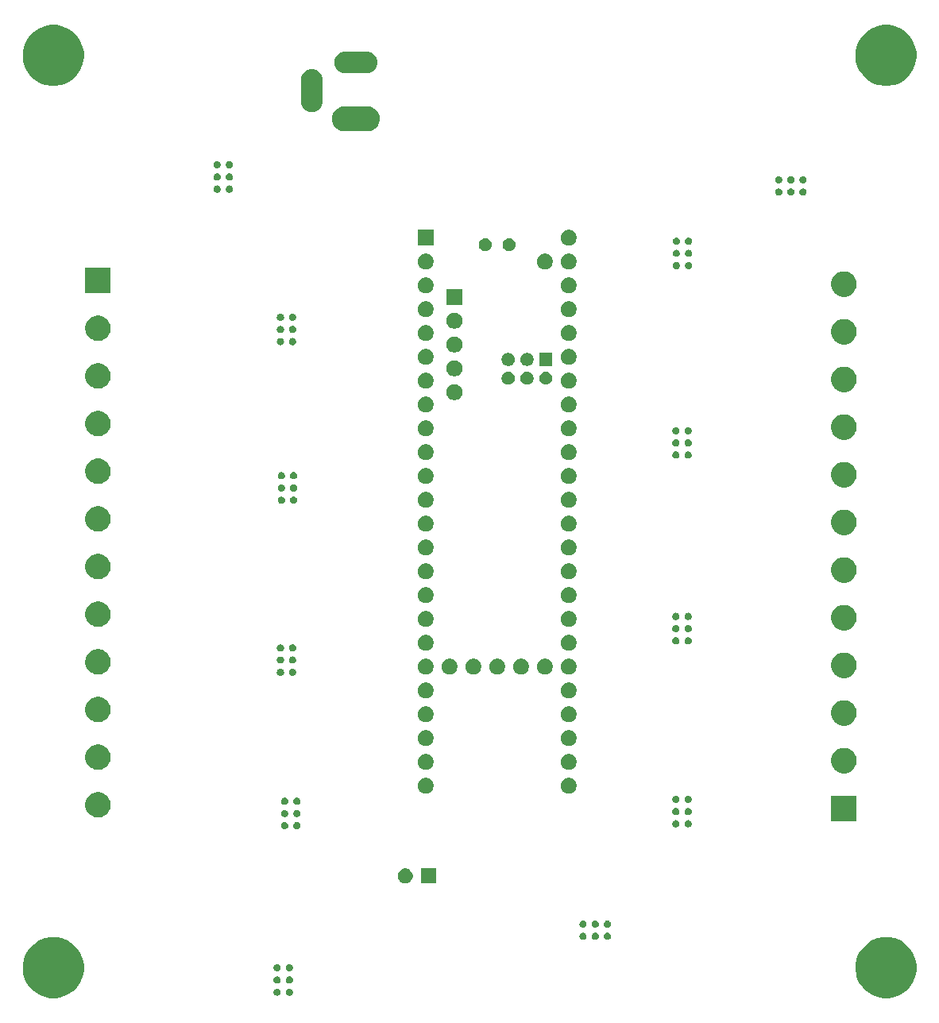
<source format=gbr>
G04 #@! TF.GenerationSoftware,KiCad,Pcbnew,(5.1.5)-3*
G04 #@! TF.CreationDate,2020-10-29T12:26:40+11:00*
G04 #@! TF.ProjectId,MotorControlsV2,4d6f746f-7243-46f6-9e74-726f6c735632,rev?*
G04 #@! TF.SameCoordinates,Original*
G04 #@! TF.FileFunction,Soldermask,Bot*
G04 #@! TF.FilePolarity,Negative*
%FSLAX46Y46*%
G04 Gerber Fmt 4.6, Leading zero omitted, Abs format (unit mm)*
G04 Created by KiCad (PCBNEW (5.1.5)-3) date 2020-10-29 12:26:40*
%MOMM*%
%LPD*%
G04 APERTURE LIST*
%ADD10C,0.100000*%
G04 APERTURE END LIST*
D10*
G36*
X186137060Y-138512300D02*
G01*
X186698282Y-138623934D01*
X187289926Y-138869001D01*
X187822392Y-139224784D01*
X188275216Y-139677608D01*
X188630999Y-140210074D01*
X188876066Y-140801718D01*
X188876066Y-140801719D01*
X189001000Y-141429803D01*
X189001000Y-142070197D01*
X188938533Y-142384239D01*
X188876066Y-142698282D01*
X188630999Y-143289926D01*
X188275216Y-143822392D01*
X187822392Y-144275216D01*
X187289926Y-144630999D01*
X186698282Y-144876066D01*
X186384239Y-144938533D01*
X186070197Y-145001000D01*
X185429803Y-145001000D01*
X185115761Y-144938533D01*
X184801718Y-144876066D01*
X184210074Y-144630999D01*
X183677608Y-144275216D01*
X183224784Y-143822392D01*
X182869001Y-143289926D01*
X182623934Y-142698282D01*
X182561467Y-142384239D01*
X182499000Y-142070197D01*
X182499000Y-141429803D01*
X182623934Y-140801719D01*
X182623934Y-140801718D01*
X182869001Y-140210074D01*
X183224784Y-139677608D01*
X183677608Y-139224784D01*
X184210074Y-138869001D01*
X184801718Y-138623934D01*
X185362940Y-138512300D01*
X185429803Y-138499000D01*
X186070197Y-138499000D01*
X186137060Y-138512300D01*
G37*
G36*
X97387060Y-138512300D02*
G01*
X97948282Y-138623934D01*
X98539926Y-138869001D01*
X99072392Y-139224784D01*
X99525216Y-139677608D01*
X99880999Y-140210074D01*
X100126066Y-140801718D01*
X100126066Y-140801719D01*
X100251000Y-141429803D01*
X100251000Y-142070197D01*
X100188533Y-142384239D01*
X100126066Y-142698282D01*
X99880999Y-143289926D01*
X99525216Y-143822392D01*
X99072392Y-144275216D01*
X98539926Y-144630999D01*
X97948282Y-144876066D01*
X97634239Y-144938533D01*
X97320197Y-145001000D01*
X96679803Y-145001000D01*
X96365761Y-144938533D01*
X96051718Y-144876066D01*
X95460074Y-144630999D01*
X94927608Y-144275216D01*
X94474784Y-143822392D01*
X94119001Y-143289926D01*
X93873934Y-142698282D01*
X93811467Y-142384239D01*
X93749000Y-142070197D01*
X93749000Y-141429803D01*
X93873934Y-140801719D01*
X93873934Y-140801718D01*
X94119001Y-140210074D01*
X94474784Y-139677608D01*
X94927608Y-139224784D01*
X95460074Y-138869001D01*
X96051718Y-138623934D01*
X96612940Y-138512300D01*
X96679803Y-138499000D01*
X97320197Y-138499000D01*
X97387060Y-138512300D01*
G37*
G36*
X120962302Y-143979795D02*
G01*
X121032363Y-144008815D01*
X121095422Y-144050950D01*
X121149050Y-144104578D01*
X121191185Y-144167637D01*
X121220205Y-144237698D01*
X121235000Y-144312079D01*
X121235000Y-144387921D01*
X121220205Y-144462302D01*
X121191185Y-144532363D01*
X121149050Y-144595422D01*
X121095422Y-144649050D01*
X121032363Y-144691185D01*
X120962302Y-144720205D01*
X120887921Y-144735000D01*
X120812079Y-144735000D01*
X120737698Y-144720205D01*
X120667637Y-144691185D01*
X120604578Y-144649050D01*
X120550950Y-144595422D01*
X120508815Y-144532363D01*
X120479795Y-144462302D01*
X120465000Y-144387921D01*
X120465000Y-144312079D01*
X120479795Y-144237698D01*
X120508815Y-144167637D01*
X120550950Y-144104578D01*
X120604578Y-144050950D01*
X120667637Y-144008815D01*
X120737698Y-143979795D01*
X120812079Y-143965000D01*
X120887921Y-143965000D01*
X120962302Y-143979795D01*
G37*
G36*
X122262302Y-143979795D02*
G01*
X122332363Y-144008815D01*
X122395422Y-144050950D01*
X122449050Y-144104578D01*
X122491185Y-144167637D01*
X122520205Y-144237698D01*
X122535000Y-144312079D01*
X122535000Y-144387921D01*
X122520205Y-144462302D01*
X122491185Y-144532363D01*
X122449050Y-144595422D01*
X122395422Y-144649050D01*
X122332363Y-144691185D01*
X122262302Y-144720205D01*
X122187921Y-144735000D01*
X122112079Y-144735000D01*
X122037698Y-144720205D01*
X121967637Y-144691185D01*
X121904578Y-144649050D01*
X121850950Y-144595422D01*
X121808815Y-144532363D01*
X121779795Y-144462302D01*
X121765000Y-144387921D01*
X121765000Y-144312079D01*
X121779795Y-144237698D01*
X121808815Y-144167637D01*
X121850950Y-144104578D01*
X121904578Y-144050950D01*
X121967637Y-144008815D01*
X122037698Y-143979795D01*
X122112079Y-143965000D01*
X122187921Y-143965000D01*
X122262302Y-143979795D01*
G37*
G36*
X122262302Y-142679795D02*
G01*
X122332363Y-142708815D01*
X122395422Y-142750950D01*
X122449050Y-142804578D01*
X122491185Y-142867637D01*
X122520205Y-142937698D01*
X122535000Y-143012079D01*
X122535000Y-143087921D01*
X122520205Y-143162302D01*
X122491185Y-143232363D01*
X122449050Y-143295422D01*
X122395422Y-143349050D01*
X122332363Y-143391185D01*
X122262302Y-143420205D01*
X122187921Y-143435000D01*
X122112079Y-143435000D01*
X122037698Y-143420205D01*
X121967637Y-143391185D01*
X121904578Y-143349050D01*
X121850950Y-143295422D01*
X121808815Y-143232363D01*
X121779795Y-143162302D01*
X121765000Y-143087921D01*
X121765000Y-143012079D01*
X121779795Y-142937698D01*
X121808815Y-142867637D01*
X121850950Y-142804578D01*
X121904578Y-142750950D01*
X121967637Y-142708815D01*
X122037698Y-142679795D01*
X122112079Y-142665000D01*
X122187921Y-142665000D01*
X122262302Y-142679795D01*
G37*
G36*
X120962302Y-142679795D02*
G01*
X121032363Y-142708815D01*
X121095422Y-142750950D01*
X121149050Y-142804578D01*
X121191185Y-142867637D01*
X121220205Y-142937698D01*
X121235000Y-143012079D01*
X121235000Y-143087921D01*
X121220205Y-143162302D01*
X121191185Y-143232363D01*
X121149050Y-143295422D01*
X121095422Y-143349050D01*
X121032363Y-143391185D01*
X120962302Y-143420205D01*
X120887921Y-143435000D01*
X120812079Y-143435000D01*
X120737698Y-143420205D01*
X120667637Y-143391185D01*
X120604578Y-143349050D01*
X120550950Y-143295422D01*
X120508815Y-143232363D01*
X120479795Y-143162302D01*
X120465000Y-143087921D01*
X120465000Y-143012079D01*
X120479795Y-142937698D01*
X120508815Y-142867637D01*
X120550950Y-142804578D01*
X120604578Y-142750950D01*
X120667637Y-142708815D01*
X120737698Y-142679795D01*
X120812079Y-142665000D01*
X120887921Y-142665000D01*
X120962302Y-142679795D01*
G37*
G36*
X122262302Y-141379795D02*
G01*
X122332363Y-141408815D01*
X122395422Y-141450950D01*
X122449050Y-141504578D01*
X122491185Y-141567637D01*
X122520205Y-141637698D01*
X122535000Y-141712079D01*
X122535000Y-141787921D01*
X122520205Y-141862302D01*
X122491185Y-141932363D01*
X122449050Y-141995422D01*
X122395422Y-142049050D01*
X122332363Y-142091185D01*
X122262302Y-142120205D01*
X122187921Y-142135000D01*
X122112079Y-142135000D01*
X122037698Y-142120205D01*
X121967637Y-142091185D01*
X121904578Y-142049050D01*
X121850950Y-141995422D01*
X121808815Y-141932363D01*
X121779795Y-141862302D01*
X121765000Y-141787921D01*
X121765000Y-141712079D01*
X121779795Y-141637698D01*
X121808815Y-141567637D01*
X121850950Y-141504578D01*
X121904578Y-141450950D01*
X121967637Y-141408815D01*
X122037698Y-141379795D01*
X122112079Y-141365000D01*
X122187921Y-141365000D01*
X122262302Y-141379795D01*
G37*
G36*
X120962302Y-141379795D02*
G01*
X121032363Y-141408815D01*
X121095422Y-141450950D01*
X121149050Y-141504578D01*
X121191185Y-141567637D01*
X121220205Y-141637698D01*
X121235000Y-141712079D01*
X121235000Y-141787921D01*
X121220205Y-141862302D01*
X121191185Y-141932363D01*
X121149050Y-141995422D01*
X121095422Y-142049050D01*
X121032363Y-142091185D01*
X120962302Y-142120205D01*
X120887921Y-142135000D01*
X120812079Y-142135000D01*
X120737698Y-142120205D01*
X120667637Y-142091185D01*
X120604578Y-142049050D01*
X120550950Y-141995422D01*
X120508815Y-141932363D01*
X120479795Y-141862302D01*
X120465000Y-141787921D01*
X120465000Y-141712079D01*
X120479795Y-141637698D01*
X120508815Y-141567637D01*
X120550950Y-141504578D01*
X120604578Y-141450950D01*
X120667637Y-141408815D01*
X120737698Y-141379795D01*
X120812079Y-141365000D01*
X120887921Y-141365000D01*
X120962302Y-141379795D01*
G37*
G36*
X156162302Y-138029795D02*
G01*
X156232363Y-138058815D01*
X156295422Y-138100950D01*
X156349050Y-138154578D01*
X156391185Y-138217637D01*
X156420205Y-138287698D01*
X156435000Y-138362079D01*
X156435000Y-138437921D01*
X156420205Y-138512302D01*
X156391185Y-138582363D01*
X156349050Y-138645422D01*
X156295422Y-138699050D01*
X156232363Y-138741185D01*
X156162302Y-138770205D01*
X156087921Y-138785000D01*
X156012079Y-138785000D01*
X155937698Y-138770205D01*
X155867637Y-138741185D01*
X155804578Y-138699050D01*
X155750950Y-138645422D01*
X155708815Y-138582363D01*
X155679795Y-138512302D01*
X155665000Y-138437921D01*
X155665000Y-138362079D01*
X155679795Y-138287698D01*
X155708815Y-138217637D01*
X155750950Y-138154578D01*
X155804578Y-138100950D01*
X155867637Y-138058815D01*
X155937698Y-138029795D01*
X156012079Y-138015000D01*
X156087921Y-138015000D01*
X156162302Y-138029795D01*
G37*
G36*
X154862302Y-138029795D02*
G01*
X154932363Y-138058815D01*
X154995422Y-138100950D01*
X155049050Y-138154578D01*
X155091185Y-138217637D01*
X155120205Y-138287698D01*
X155135000Y-138362079D01*
X155135000Y-138437921D01*
X155120205Y-138512302D01*
X155091185Y-138582363D01*
X155049050Y-138645422D01*
X154995422Y-138699050D01*
X154932363Y-138741185D01*
X154862302Y-138770205D01*
X154787921Y-138785000D01*
X154712079Y-138785000D01*
X154637698Y-138770205D01*
X154567637Y-138741185D01*
X154504578Y-138699050D01*
X154450950Y-138645422D01*
X154408815Y-138582363D01*
X154379795Y-138512302D01*
X154365000Y-138437921D01*
X154365000Y-138362079D01*
X154379795Y-138287698D01*
X154408815Y-138217637D01*
X154450950Y-138154578D01*
X154504578Y-138100950D01*
X154567637Y-138058815D01*
X154637698Y-138029795D01*
X154712079Y-138015000D01*
X154787921Y-138015000D01*
X154862302Y-138029795D01*
G37*
G36*
X153562302Y-138029795D02*
G01*
X153632363Y-138058815D01*
X153695422Y-138100950D01*
X153749050Y-138154578D01*
X153791185Y-138217637D01*
X153820205Y-138287698D01*
X153835000Y-138362079D01*
X153835000Y-138437921D01*
X153820205Y-138512302D01*
X153791185Y-138582363D01*
X153749050Y-138645422D01*
X153695422Y-138699050D01*
X153632363Y-138741185D01*
X153562302Y-138770205D01*
X153487921Y-138785000D01*
X153412079Y-138785000D01*
X153337698Y-138770205D01*
X153267637Y-138741185D01*
X153204578Y-138699050D01*
X153150950Y-138645422D01*
X153108815Y-138582363D01*
X153079795Y-138512302D01*
X153065000Y-138437921D01*
X153065000Y-138362079D01*
X153079795Y-138287698D01*
X153108815Y-138217637D01*
X153150950Y-138154578D01*
X153204578Y-138100950D01*
X153267637Y-138058815D01*
X153337698Y-138029795D01*
X153412079Y-138015000D01*
X153487921Y-138015000D01*
X153562302Y-138029795D01*
G37*
G36*
X154862302Y-136729795D02*
G01*
X154932363Y-136758815D01*
X154995422Y-136800950D01*
X155049050Y-136854578D01*
X155091185Y-136917637D01*
X155120205Y-136987698D01*
X155135000Y-137062079D01*
X155135000Y-137137921D01*
X155120205Y-137212302D01*
X155091185Y-137282363D01*
X155049050Y-137345422D01*
X154995422Y-137399050D01*
X154932363Y-137441185D01*
X154862302Y-137470205D01*
X154787921Y-137485000D01*
X154712079Y-137485000D01*
X154637698Y-137470205D01*
X154567637Y-137441185D01*
X154504578Y-137399050D01*
X154450950Y-137345422D01*
X154408815Y-137282363D01*
X154379795Y-137212302D01*
X154365000Y-137137921D01*
X154365000Y-137062079D01*
X154379795Y-136987698D01*
X154408815Y-136917637D01*
X154450950Y-136854578D01*
X154504578Y-136800950D01*
X154567637Y-136758815D01*
X154637698Y-136729795D01*
X154712079Y-136715000D01*
X154787921Y-136715000D01*
X154862302Y-136729795D01*
G37*
G36*
X153562302Y-136729795D02*
G01*
X153632363Y-136758815D01*
X153695422Y-136800950D01*
X153749050Y-136854578D01*
X153791185Y-136917637D01*
X153820205Y-136987698D01*
X153835000Y-137062079D01*
X153835000Y-137137921D01*
X153820205Y-137212302D01*
X153791185Y-137282363D01*
X153749050Y-137345422D01*
X153695422Y-137399050D01*
X153632363Y-137441185D01*
X153562302Y-137470205D01*
X153487921Y-137485000D01*
X153412079Y-137485000D01*
X153337698Y-137470205D01*
X153267637Y-137441185D01*
X153204578Y-137399050D01*
X153150950Y-137345422D01*
X153108815Y-137282363D01*
X153079795Y-137212302D01*
X153065000Y-137137921D01*
X153065000Y-137062079D01*
X153079795Y-136987698D01*
X153108815Y-136917637D01*
X153150950Y-136854578D01*
X153204578Y-136800950D01*
X153267637Y-136758815D01*
X153337698Y-136729795D01*
X153412079Y-136715000D01*
X153487921Y-136715000D01*
X153562302Y-136729795D01*
G37*
G36*
X156162302Y-136729795D02*
G01*
X156232363Y-136758815D01*
X156295422Y-136800950D01*
X156349050Y-136854578D01*
X156391185Y-136917637D01*
X156420205Y-136987698D01*
X156435000Y-137062079D01*
X156435000Y-137137921D01*
X156420205Y-137212302D01*
X156391185Y-137282363D01*
X156349050Y-137345422D01*
X156295422Y-137399050D01*
X156232363Y-137441185D01*
X156162302Y-137470205D01*
X156087921Y-137485000D01*
X156012079Y-137485000D01*
X155937698Y-137470205D01*
X155867637Y-137441185D01*
X155804578Y-137399050D01*
X155750950Y-137345422D01*
X155708815Y-137282363D01*
X155679795Y-137212302D01*
X155665000Y-137137921D01*
X155665000Y-137062079D01*
X155679795Y-136987698D01*
X155708815Y-136917637D01*
X155750950Y-136854578D01*
X155804578Y-136800950D01*
X155867637Y-136758815D01*
X155937698Y-136729795D01*
X156012079Y-136715000D01*
X156087921Y-136715000D01*
X156162302Y-136729795D01*
G37*
G36*
X134734810Y-131200935D02*
G01*
X134881309Y-131261617D01*
X134881310Y-131261618D01*
X135013158Y-131349716D01*
X135125284Y-131461842D01*
X135125285Y-131461844D01*
X135213383Y-131593691D01*
X135274065Y-131740190D01*
X135305000Y-131895713D01*
X135305000Y-132054287D01*
X135274065Y-132209810D01*
X135213383Y-132356309D01*
X135213382Y-132356310D01*
X135125284Y-132488158D01*
X135013158Y-132600284D01*
X134946785Y-132644633D01*
X134881309Y-132688383D01*
X134734810Y-132749065D01*
X134579287Y-132780000D01*
X134420713Y-132780000D01*
X134265190Y-132749065D01*
X134118691Y-132688383D01*
X134053215Y-132644633D01*
X133986842Y-132600284D01*
X133874716Y-132488158D01*
X133786618Y-132356310D01*
X133786617Y-132356309D01*
X133725935Y-132209810D01*
X133695000Y-132054287D01*
X133695000Y-131895713D01*
X133725935Y-131740190D01*
X133786617Y-131593691D01*
X133874715Y-131461844D01*
X133874716Y-131461842D01*
X133986842Y-131349716D01*
X134118690Y-131261618D01*
X134118691Y-131261617D01*
X134265190Y-131200935D01*
X134420713Y-131170000D01*
X134579287Y-131170000D01*
X134734810Y-131200935D01*
G37*
G36*
X137805000Y-132780000D02*
G01*
X136195000Y-132780000D01*
X136195000Y-131170000D01*
X137805000Y-131170000D01*
X137805000Y-132780000D01*
G37*
G36*
X121762302Y-126229795D02*
G01*
X121832363Y-126258815D01*
X121895422Y-126300950D01*
X121949050Y-126354578D01*
X121991185Y-126417637D01*
X122020205Y-126487698D01*
X122035000Y-126562079D01*
X122035000Y-126637921D01*
X122020205Y-126712302D01*
X121991185Y-126782363D01*
X121949050Y-126845422D01*
X121895422Y-126899050D01*
X121832363Y-126941185D01*
X121762302Y-126970205D01*
X121687921Y-126985000D01*
X121612079Y-126985000D01*
X121537698Y-126970205D01*
X121467637Y-126941185D01*
X121404578Y-126899050D01*
X121350950Y-126845422D01*
X121308815Y-126782363D01*
X121279795Y-126712302D01*
X121265000Y-126637921D01*
X121265000Y-126562079D01*
X121279795Y-126487698D01*
X121308815Y-126417637D01*
X121350950Y-126354578D01*
X121404578Y-126300950D01*
X121467637Y-126258815D01*
X121537698Y-126229795D01*
X121612079Y-126215000D01*
X121687921Y-126215000D01*
X121762302Y-126229795D01*
G37*
G36*
X123062302Y-126229795D02*
G01*
X123132363Y-126258815D01*
X123195422Y-126300950D01*
X123249050Y-126354578D01*
X123291185Y-126417637D01*
X123320205Y-126487698D01*
X123335000Y-126562079D01*
X123335000Y-126637921D01*
X123320205Y-126712302D01*
X123291185Y-126782363D01*
X123249050Y-126845422D01*
X123195422Y-126899050D01*
X123132363Y-126941185D01*
X123062302Y-126970205D01*
X122987921Y-126985000D01*
X122912079Y-126985000D01*
X122837698Y-126970205D01*
X122767637Y-126941185D01*
X122704578Y-126899050D01*
X122650950Y-126845422D01*
X122608815Y-126782363D01*
X122579795Y-126712302D01*
X122565000Y-126637921D01*
X122565000Y-126562079D01*
X122579795Y-126487698D01*
X122608815Y-126417637D01*
X122650950Y-126354578D01*
X122704578Y-126300950D01*
X122767637Y-126258815D01*
X122837698Y-126229795D01*
X122912079Y-126215000D01*
X122987921Y-126215000D01*
X123062302Y-126229795D01*
G37*
G36*
X164762302Y-126029795D02*
G01*
X164832363Y-126058815D01*
X164895422Y-126100950D01*
X164949050Y-126154578D01*
X164991185Y-126217637D01*
X165020205Y-126287698D01*
X165035000Y-126362079D01*
X165035000Y-126437921D01*
X165020205Y-126512302D01*
X164991185Y-126582363D01*
X164949050Y-126645422D01*
X164895422Y-126699050D01*
X164832363Y-126741185D01*
X164762302Y-126770205D01*
X164687921Y-126785000D01*
X164612079Y-126785000D01*
X164537698Y-126770205D01*
X164467637Y-126741185D01*
X164404578Y-126699050D01*
X164350950Y-126645422D01*
X164308815Y-126582363D01*
X164279795Y-126512302D01*
X164265000Y-126437921D01*
X164265000Y-126362079D01*
X164279795Y-126287698D01*
X164308815Y-126217637D01*
X164350950Y-126154578D01*
X164404578Y-126100950D01*
X164467637Y-126058815D01*
X164537698Y-126029795D01*
X164612079Y-126015000D01*
X164687921Y-126015000D01*
X164762302Y-126029795D01*
G37*
G36*
X163462302Y-126029795D02*
G01*
X163532363Y-126058815D01*
X163595422Y-126100950D01*
X163649050Y-126154578D01*
X163691185Y-126217637D01*
X163720205Y-126287698D01*
X163735000Y-126362079D01*
X163735000Y-126437921D01*
X163720205Y-126512302D01*
X163691185Y-126582363D01*
X163649050Y-126645422D01*
X163595422Y-126699050D01*
X163532363Y-126741185D01*
X163462302Y-126770205D01*
X163387921Y-126785000D01*
X163312079Y-126785000D01*
X163237698Y-126770205D01*
X163167637Y-126741185D01*
X163104578Y-126699050D01*
X163050950Y-126645422D01*
X163008815Y-126582363D01*
X162979795Y-126512302D01*
X162965000Y-126437921D01*
X162965000Y-126362079D01*
X162979795Y-126287698D01*
X163008815Y-126217637D01*
X163050950Y-126154578D01*
X163104578Y-126100950D01*
X163167637Y-126058815D01*
X163237698Y-126029795D01*
X163312079Y-126015000D01*
X163387921Y-126015000D01*
X163462302Y-126029795D01*
G37*
G36*
X182601000Y-126101000D02*
G01*
X179899000Y-126101000D01*
X179899000Y-123399000D01*
X182601000Y-123399000D01*
X182601000Y-126101000D01*
G37*
G36*
X102144072Y-123080918D02*
G01*
X102389939Y-123182759D01*
X102432204Y-123211000D01*
X102611211Y-123330609D01*
X102799391Y-123518789D01*
X102863677Y-123615000D01*
X102921108Y-123700950D01*
X102947242Y-123740063D01*
X103049082Y-123985928D01*
X103101000Y-124246937D01*
X103101000Y-124513063D01*
X103049082Y-124774072D01*
X102947242Y-125019937D01*
X102799391Y-125241211D01*
X102611211Y-125429391D01*
X102527986Y-125485000D01*
X102389939Y-125577241D01*
X102389938Y-125577242D01*
X102389937Y-125577242D01*
X102144072Y-125679082D01*
X101883063Y-125731000D01*
X101616937Y-125731000D01*
X101355928Y-125679082D01*
X101110063Y-125577242D01*
X101110062Y-125577242D01*
X101110061Y-125577241D01*
X100972014Y-125485000D01*
X100888789Y-125429391D01*
X100700609Y-125241211D01*
X100552758Y-125019937D01*
X100450918Y-124774072D01*
X100399000Y-124513063D01*
X100399000Y-124246937D01*
X100450918Y-123985928D01*
X100552758Y-123740063D01*
X100578893Y-123700950D01*
X100636323Y-123615000D01*
X100700609Y-123518789D01*
X100888789Y-123330609D01*
X101067796Y-123211000D01*
X101110061Y-123182759D01*
X101355928Y-123080918D01*
X101616937Y-123029000D01*
X101883063Y-123029000D01*
X102144072Y-123080918D01*
G37*
G36*
X121762302Y-124929795D02*
G01*
X121832363Y-124958815D01*
X121895422Y-125000950D01*
X121949050Y-125054578D01*
X121991185Y-125117637D01*
X122020205Y-125187698D01*
X122035000Y-125262079D01*
X122035000Y-125337921D01*
X122020205Y-125412302D01*
X121991185Y-125482363D01*
X121949050Y-125545422D01*
X121895422Y-125599050D01*
X121832363Y-125641185D01*
X121762302Y-125670205D01*
X121687921Y-125685000D01*
X121612079Y-125685000D01*
X121537698Y-125670205D01*
X121467637Y-125641185D01*
X121404578Y-125599050D01*
X121350950Y-125545422D01*
X121308815Y-125482363D01*
X121279795Y-125412302D01*
X121265000Y-125337921D01*
X121265000Y-125262079D01*
X121279795Y-125187698D01*
X121308815Y-125117637D01*
X121350950Y-125054578D01*
X121404578Y-125000950D01*
X121467637Y-124958815D01*
X121537698Y-124929795D01*
X121612079Y-124915000D01*
X121687921Y-124915000D01*
X121762302Y-124929795D01*
G37*
G36*
X123062302Y-124929795D02*
G01*
X123132363Y-124958815D01*
X123195422Y-125000950D01*
X123249050Y-125054578D01*
X123291185Y-125117637D01*
X123320205Y-125187698D01*
X123335000Y-125262079D01*
X123335000Y-125337921D01*
X123320205Y-125412302D01*
X123291185Y-125482363D01*
X123249050Y-125545422D01*
X123195422Y-125599050D01*
X123132363Y-125641185D01*
X123062302Y-125670205D01*
X122987921Y-125685000D01*
X122912079Y-125685000D01*
X122837698Y-125670205D01*
X122767637Y-125641185D01*
X122704578Y-125599050D01*
X122650950Y-125545422D01*
X122608815Y-125482363D01*
X122579795Y-125412302D01*
X122565000Y-125337921D01*
X122565000Y-125262079D01*
X122579795Y-125187698D01*
X122608815Y-125117637D01*
X122650950Y-125054578D01*
X122704578Y-125000950D01*
X122767637Y-124958815D01*
X122837698Y-124929795D01*
X122912079Y-124915000D01*
X122987921Y-124915000D01*
X123062302Y-124929795D01*
G37*
G36*
X164762302Y-124729795D02*
G01*
X164832363Y-124758815D01*
X164895422Y-124800950D01*
X164949050Y-124854578D01*
X164991185Y-124917637D01*
X165020205Y-124987698D01*
X165035000Y-125062079D01*
X165035000Y-125137921D01*
X165020205Y-125212302D01*
X164991185Y-125282363D01*
X164949050Y-125345422D01*
X164895422Y-125399050D01*
X164832363Y-125441185D01*
X164762302Y-125470205D01*
X164687921Y-125485000D01*
X164612079Y-125485000D01*
X164537698Y-125470205D01*
X164467637Y-125441185D01*
X164404578Y-125399050D01*
X164350950Y-125345422D01*
X164308815Y-125282363D01*
X164279795Y-125212302D01*
X164265000Y-125137921D01*
X164265000Y-125062079D01*
X164279795Y-124987698D01*
X164308815Y-124917637D01*
X164350950Y-124854578D01*
X164404578Y-124800950D01*
X164467637Y-124758815D01*
X164537698Y-124729795D01*
X164612079Y-124715000D01*
X164687921Y-124715000D01*
X164762302Y-124729795D01*
G37*
G36*
X163462302Y-124729795D02*
G01*
X163532363Y-124758815D01*
X163595422Y-124800950D01*
X163649050Y-124854578D01*
X163691185Y-124917637D01*
X163720205Y-124987698D01*
X163735000Y-125062079D01*
X163735000Y-125137921D01*
X163720205Y-125212302D01*
X163691185Y-125282363D01*
X163649050Y-125345422D01*
X163595422Y-125399050D01*
X163532363Y-125441185D01*
X163462302Y-125470205D01*
X163387921Y-125485000D01*
X163312079Y-125485000D01*
X163237698Y-125470205D01*
X163167637Y-125441185D01*
X163104578Y-125399050D01*
X163050950Y-125345422D01*
X163008815Y-125282363D01*
X162979795Y-125212302D01*
X162965000Y-125137921D01*
X162965000Y-125062079D01*
X162979795Y-124987698D01*
X163008815Y-124917637D01*
X163050950Y-124854578D01*
X163104578Y-124800950D01*
X163167637Y-124758815D01*
X163237698Y-124729795D01*
X163312079Y-124715000D01*
X163387921Y-124715000D01*
X163462302Y-124729795D01*
G37*
G36*
X123062302Y-123629795D02*
G01*
X123132363Y-123658815D01*
X123195422Y-123700950D01*
X123249050Y-123754578D01*
X123291185Y-123817637D01*
X123320205Y-123887698D01*
X123335000Y-123962079D01*
X123335000Y-124037921D01*
X123320205Y-124112302D01*
X123291185Y-124182363D01*
X123249050Y-124245422D01*
X123195422Y-124299050D01*
X123132363Y-124341185D01*
X123062302Y-124370205D01*
X122987921Y-124385000D01*
X122912079Y-124385000D01*
X122837698Y-124370205D01*
X122767637Y-124341185D01*
X122704578Y-124299050D01*
X122650950Y-124245422D01*
X122608815Y-124182363D01*
X122579795Y-124112302D01*
X122565000Y-124037921D01*
X122565000Y-123962079D01*
X122579795Y-123887698D01*
X122608815Y-123817637D01*
X122650950Y-123754578D01*
X122704578Y-123700950D01*
X122767637Y-123658815D01*
X122837698Y-123629795D01*
X122912079Y-123615000D01*
X122987921Y-123615000D01*
X123062302Y-123629795D01*
G37*
G36*
X121762302Y-123629795D02*
G01*
X121832363Y-123658815D01*
X121895422Y-123700950D01*
X121949050Y-123754578D01*
X121991185Y-123817637D01*
X122020205Y-123887698D01*
X122035000Y-123962079D01*
X122035000Y-124037921D01*
X122020205Y-124112302D01*
X121991185Y-124182363D01*
X121949050Y-124245422D01*
X121895422Y-124299050D01*
X121832363Y-124341185D01*
X121762302Y-124370205D01*
X121687921Y-124385000D01*
X121612079Y-124385000D01*
X121537698Y-124370205D01*
X121467637Y-124341185D01*
X121404578Y-124299050D01*
X121350950Y-124245422D01*
X121308815Y-124182363D01*
X121279795Y-124112302D01*
X121265000Y-124037921D01*
X121265000Y-123962079D01*
X121279795Y-123887698D01*
X121308815Y-123817637D01*
X121350950Y-123754578D01*
X121404578Y-123700950D01*
X121467637Y-123658815D01*
X121537698Y-123629795D01*
X121612079Y-123615000D01*
X121687921Y-123615000D01*
X121762302Y-123629795D01*
G37*
G36*
X163462302Y-123429795D02*
G01*
X163532363Y-123458815D01*
X163595422Y-123500950D01*
X163649050Y-123554578D01*
X163691185Y-123617637D01*
X163720205Y-123687698D01*
X163735000Y-123762079D01*
X163735000Y-123837921D01*
X163720205Y-123912302D01*
X163691185Y-123982363D01*
X163649050Y-124045422D01*
X163595422Y-124099050D01*
X163532363Y-124141185D01*
X163462302Y-124170205D01*
X163387921Y-124185000D01*
X163312079Y-124185000D01*
X163237698Y-124170205D01*
X163167637Y-124141185D01*
X163104578Y-124099050D01*
X163050950Y-124045422D01*
X163008815Y-123982363D01*
X162979795Y-123912302D01*
X162965000Y-123837921D01*
X162965000Y-123762079D01*
X162979795Y-123687698D01*
X163008815Y-123617637D01*
X163050950Y-123554578D01*
X163104578Y-123500950D01*
X163167637Y-123458815D01*
X163237698Y-123429795D01*
X163312079Y-123415000D01*
X163387921Y-123415000D01*
X163462302Y-123429795D01*
G37*
G36*
X164762302Y-123429795D02*
G01*
X164832363Y-123458815D01*
X164895422Y-123500950D01*
X164949050Y-123554578D01*
X164991185Y-123617637D01*
X165020205Y-123687698D01*
X165035000Y-123762079D01*
X165035000Y-123837921D01*
X165020205Y-123912302D01*
X164991185Y-123982363D01*
X164949050Y-124045422D01*
X164895422Y-124099050D01*
X164832363Y-124141185D01*
X164762302Y-124170205D01*
X164687921Y-124185000D01*
X164612079Y-124185000D01*
X164537698Y-124170205D01*
X164467637Y-124141185D01*
X164404578Y-124099050D01*
X164350950Y-124045422D01*
X164308815Y-123982363D01*
X164279795Y-123912302D01*
X164265000Y-123837921D01*
X164265000Y-123762079D01*
X164279795Y-123687698D01*
X164308815Y-123617637D01*
X164350950Y-123554578D01*
X164404578Y-123500950D01*
X164467637Y-123458815D01*
X164537698Y-123429795D01*
X164612079Y-123415000D01*
X164687921Y-123415000D01*
X164762302Y-123429795D01*
G37*
G36*
X152168228Y-121541703D02*
G01*
X152323100Y-121605853D01*
X152462481Y-121698985D01*
X152581015Y-121817519D01*
X152674147Y-121956900D01*
X152738297Y-122111772D01*
X152771000Y-122276184D01*
X152771000Y-122443816D01*
X152738297Y-122608228D01*
X152674147Y-122763100D01*
X152581015Y-122902481D01*
X152462481Y-123021015D01*
X152323100Y-123114147D01*
X152168228Y-123178297D01*
X152003816Y-123211000D01*
X151836184Y-123211000D01*
X151671772Y-123178297D01*
X151516900Y-123114147D01*
X151377519Y-123021015D01*
X151258985Y-122902481D01*
X151165853Y-122763100D01*
X151101703Y-122608228D01*
X151069000Y-122443816D01*
X151069000Y-122276184D01*
X151101703Y-122111772D01*
X151165853Y-121956900D01*
X151258985Y-121817519D01*
X151377519Y-121698985D01*
X151516900Y-121605853D01*
X151671772Y-121541703D01*
X151836184Y-121509000D01*
X152003816Y-121509000D01*
X152168228Y-121541703D01*
G37*
G36*
X136928228Y-121541703D02*
G01*
X137083100Y-121605853D01*
X137222481Y-121698985D01*
X137341015Y-121817519D01*
X137434147Y-121956900D01*
X137498297Y-122111772D01*
X137531000Y-122276184D01*
X137531000Y-122443816D01*
X137498297Y-122608228D01*
X137434147Y-122763100D01*
X137341015Y-122902481D01*
X137222481Y-123021015D01*
X137083100Y-123114147D01*
X136928228Y-123178297D01*
X136763816Y-123211000D01*
X136596184Y-123211000D01*
X136431772Y-123178297D01*
X136276900Y-123114147D01*
X136137519Y-123021015D01*
X136018985Y-122902481D01*
X135925853Y-122763100D01*
X135861703Y-122608228D01*
X135829000Y-122443816D01*
X135829000Y-122276184D01*
X135861703Y-122111772D01*
X135925853Y-121956900D01*
X136018985Y-121817519D01*
X136137519Y-121698985D01*
X136276900Y-121605853D01*
X136431772Y-121541703D01*
X136596184Y-121509000D01*
X136763816Y-121509000D01*
X136928228Y-121541703D01*
G37*
G36*
X181644072Y-118370918D02*
G01*
X181807926Y-118438788D01*
X181889939Y-118472759D01*
X182111212Y-118620610D01*
X182299390Y-118808788D01*
X182428293Y-119001703D01*
X182447242Y-119030063D01*
X182549082Y-119275928D01*
X182601000Y-119536937D01*
X182601000Y-119803063D01*
X182549082Y-120064072D01*
X182508846Y-120161212D01*
X182447241Y-120309939D01*
X182299390Y-120531212D01*
X182111212Y-120719390D01*
X181889939Y-120867241D01*
X181889938Y-120867242D01*
X181889937Y-120867242D01*
X181644072Y-120969082D01*
X181383063Y-121021000D01*
X181116937Y-121021000D01*
X180855928Y-120969082D01*
X180610063Y-120867242D01*
X180610062Y-120867242D01*
X180610061Y-120867241D01*
X180388788Y-120719390D01*
X180200610Y-120531212D01*
X180052759Y-120309939D01*
X179991155Y-120161212D01*
X179950918Y-120064072D01*
X179899000Y-119803063D01*
X179899000Y-119536937D01*
X179950918Y-119275928D01*
X180052758Y-119030063D01*
X180071708Y-119001703D01*
X180200610Y-118808788D01*
X180388788Y-118620610D01*
X180610061Y-118472759D01*
X180692075Y-118438788D01*
X180855928Y-118370918D01*
X181116937Y-118319000D01*
X181383063Y-118319000D01*
X181644072Y-118370918D01*
G37*
G36*
X152168228Y-119001703D02*
G01*
X152323100Y-119065853D01*
X152462481Y-119158985D01*
X152581015Y-119277519D01*
X152674147Y-119416900D01*
X152738297Y-119571772D01*
X152771000Y-119736184D01*
X152771000Y-119903816D01*
X152738297Y-120068228D01*
X152674147Y-120223100D01*
X152581015Y-120362481D01*
X152462481Y-120481015D01*
X152323100Y-120574147D01*
X152168228Y-120638297D01*
X152003816Y-120671000D01*
X151836184Y-120671000D01*
X151671772Y-120638297D01*
X151516900Y-120574147D01*
X151377519Y-120481015D01*
X151258985Y-120362481D01*
X151165853Y-120223100D01*
X151101703Y-120068228D01*
X151069000Y-119903816D01*
X151069000Y-119736184D01*
X151101703Y-119571772D01*
X151165853Y-119416900D01*
X151258985Y-119277519D01*
X151377519Y-119158985D01*
X151516900Y-119065853D01*
X151671772Y-119001703D01*
X151836184Y-118969000D01*
X152003816Y-118969000D01*
X152168228Y-119001703D01*
G37*
G36*
X136928228Y-119001703D02*
G01*
X137083100Y-119065853D01*
X137222481Y-119158985D01*
X137341015Y-119277519D01*
X137434147Y-119416900D01*
X137498297Y-119571772D01*
X137531000Y-119736184D01*
X137531000Y-119903816D01*
X137498297Y-120068228D01*
X137434147Y-120223100D01*
X137341015Y-120362481D01*
X137222481Y-120481015D01*
X137083100Y-120574147D01*
X136928228Y-120638297D01*
X136763816Y-120671000D01*
X136596184Y-120671000D01*
X136431772Y-120638297D01*
X136276900Y-120574147D01*
X136137519Y-120481015D01*
X136018985Y-120362481D01*
X135925853Y-120223100D01*
X135861703Y-120068228D01*
X135829000Y-119903816D01*
X135829000Y-119736184D01*
X135861703Y-119571772D01*
X135925853Y-119416900D01*
X136018985Y-119277519D01*
X136137519Y-119158985D01*
X136276900Y-119065853D01*
X136431772Y-119001703D01*
X136596184Y-118969000D01*
X136763816Y-118969000D01*
X136928228Y-119001703D01*
G37*
G36*
X102144072Y-118000918D02*
G01*
X102389939Y-118102759D01*
X102432204Y-118131000D01*
X102611211Y-118250609D01*
X102799391Y-118438789D01*
X102947242Y-118660063D01*
X103008846Y-118808789D01*
X103049082Y-118905928D01*
X103101000Y-119166938D01*
X103101000Y-119433062D01*
X103049082Y-119694072D01*
X102947241Y-119939939D01*
X102799390Y-120161212D01*
X102611212Y-120349390D01*
X102389939Y-120497241D01*
X102389938Y-120497242D01*
X102389937Y-120497242D01*
X102144072Y-120599082D01*
X101883063Y-120651000D01*
X101616937Y-120651000D01*
X101355928Y-120599082D01*
X101110063Y-120497242D01*
X101110062Y-120497242D01*
X101110061Y-120497241D01*
X100888788Y-120349390D01*
X100700610Y-120161212D01*
X100552759Y-119939939D01*
X100450918Y-119694072D01*
X100399000Y-119433062D01*
X100399000Y-119166938D01*
X100450918Y-118905928D01*
X100491154Y-118808789D01*
X100552758Y-118660063D01*
X100700609Y-118438789D01*
X100888789Y-118250609D01*
X101067796Y-118131000D01*
X101110061Y-118102759D01*
X101355928Y-118000918D01*
X101616937Y-117949000D01*
X101883063Y-117949000D01*
X102144072Y-118000918D01*
G37*
G36*
X152168228Y-116461703D02*
G01*
X152323100Y-116525853D01*
X152462481Y-116618985D01*
X152581015Y-116737519D01*
X152674147Y-116876900D01*
X152738297Y-117031772D01*
X152771000Y-117196184D01*
X152771000Y-117363816D01*
X152738297Y-117528228D01*
X152674147Y-117683100D01*
X152581015Y-117822481D01*
X152462481Y-117941015D01*
X152323100Y-118034147D01*
X152168228Y-118098297D01*
X152003816Y-118131000D01*
X151836184Y-118131000D01*
X151671772Y-118098297D01*
X151516900Y-118034147D01*
X151377519Y-117941015D01*
X151258985Y-117822481D01*
X151165853Y-117683100D01*
X151101703Y-117528228D01*
X151069000Y-117363816D01*
X151069000Y-117196184D01*
X151101703Y-117031772D01*
X151165853Y-116876900D01*
X151258985Y-116737519D01*
X151377519Y-116618985D01*
X151516900Y-116525853D01*
X151671772Y-116461703D01*
X151836184Y-116429000D01*
X152003816Y-116429000D01*
X152168228Y-116461703D01*
G37*
G36*
X136928228Y-116461703D02*
G01*
X137083100Y-116525853D01*
X137222481Y-116618985D01*
X137341015Y-116737519D01*
X137434147Y-116876900D01*
X137498297Y-117031772D01*
X137531000Y-117196184D01*
X137531000Y-117363816D01*
X137498297Y-117528228D01*
X137434147Y-117683100D01*
X137341015Y-117822481D01*
X137222481Y-117941015D01*
X137083100Y-118034147D01*
X136928228Y-118098297D01*
X136763816Y-118131000D01*
X136596184Y-118131000D01*
X136431772Y-118098297D01*
X136276900Y-118034147D01*
X136137519Y-117941015D01*
X136018985Y-117822481D01*
X135925853Y-117683100D01*
X135861703Y-117528228D01*
X135829000Y-117363816D01*
X135829000Y-117196184D01*
X135861703Y-117031772D01*
X135925853Y-116876900D01*
X136018985Y-116737519D01*
X136137519Y-116618985D01*
X136276900Y-116525853D01*
X136431772Y-116461703D01*
X136596184Y-116429000D01*
X136763816Y-116429000D01*
X136928228Y-116461703D01*
G37*
G36*
X181644072Y-113290918D02*
G01*
X181807926Y-113358788D01*
X181889939Y-113392759D01*
X182111212Y-113540610D01*
X182299390Y-113728788D01*
X182428293Y-113921703D01*
X182447242Y-113950063D01*
X182549082Y-114195928D01*
X182601000Y-114456937D01*
X182601000Y-114723063D01*
X182549082Y-114984072D01*
X182508846Y-115081212D01*
X182447241Y-115229939D01*
X182299390Y-115451212D01*
X182111212Y-115639390D01*
X181889939Y-115787241D01*
X181889938Y-115787242D01*
X181889937Y-115787242D01*
X181644072Y-115889082D01*
X181383063Y-115941000D01*
X181116937Y-115941000D01*
X180855928Y-115889082D01*
X180610063Y-115787242D01*
X180610062Y-115787242D01*
X180610061Y-115787241D01*
X180388788Y-115639390D01*
X180200610Y-115451212D01*
X180052759Y-115229939D01*
X179991155Y-115081212D01*
X179950918Y-114984072D01*
X179899000Y-114723063D01*
X179899000Y-114456937D01*
X179950918Y-114195928D01*
X180052758Y-113950063D01*
X180071708Y-113921703D01*
X180200610Y-113728788D01*
X180388788Y-113540610D01*
X180610061Y-113392759D01*
X180692075Y-113358788D01*
X180855928Y-113290918D01*
X181116937Y-113239000D01*
X181383063Y-113239000D01*
X181644072Y-113290918D01*
G37*
G36*
X136928228Y-113921703D02*
G01*
X137083100Y-113985853D01*
X137222481Y-114078985D01*
X137341015Y-114197519D01*
X137434147Y-114336900D01*
X137498297Y-114491772D01*
X137531000Y-114656184D01*
X137531000Y-114823816D01*
X137498297Y-114988228D01*
X137434147Y-115143100D01*
X137341015Y-115282481D01*
X137222481Y-115401015D01*
X137083100Y-115494147D01*
X136928228Y-115558297D01*
X136763816Y-115591000D01*
X136596184Y-115591000D01*
X136431772Y-115558297D01*
X136276900Y-115494147D01*
X136137519Y-115401015D01*
X136018985Y-115282481D01*
X135925853Y-115143100D01*
X135861703Y-114988228D01*
X135829000Y-114823816D01*
X135829000Y-114656184D01*
X135861703Y-114491772D01*
X135925853Y-114336900D01*
X136018985Y-114197519D01*
X136137519Y-114078985D01*
X136276900Y-113985853D01*
X136431772Y-113921703D01*
X136596184Y-113889000D01*
X136763816Y-113889000D01*
X136928228Y-113921703D01*
G37*
G36*
X152168228Y-113921703D02*
G01*
X152323100Y-113985853D01*
X152462481Y-114078985D01*
X152581015Y-114197519D01*
X152674147Y-114336900D01*
X152738297Y-114491772D01*
X152771000Y-114656184D01*
X152771000Y-114823816D01*
X152738297Y-114988228D01*
X152674147Y-115143100D01*
X152581015Y-115282481D01*
X152462481Y-115401015D01*
X152323100Y-115494147D01*
X152168228Y-115558297D01*
X152003816Y-115591000D01*
X151836184Y-115591000D01*
X151671772Y-115558297D01*
X151516900Y-115494147D01*
X151377519Y-115401015D01*
X151258985Y-115282481D01*
X151165853Y-115143100D01*
X151101703Y-114988228D01*
X151069000Y-114823816D01*
X151069000Y-114656184D01*
X151101703Y-114491772D01*
X151165853Y-114336900D01*
X151258985Y-114197519D01*
X151377519Y-114078985D01*
X151516900Y-113985853D01*
X151671772Y-113921703D01*
X151836184Y-113889000D01*
X152003816Y-113889000D01*
X152168228Y-113921703D01*
G37*
G36*
X102144072Y-112920918D02*
G01*
X102389939Y-113022759D01*
X102432204Y-113051000D01*
X102611211Y-113170609D01*
X102799391Y-113358789D01*
X102947242Y-113580063D01*
X103008846Y-113728789D01*
X103049082Y-113825928D01*
X103101000Y-114086938D01*
X103101000Y-114353062D01*
X103049082Y-114614072D01*
X102947241Y-114859939D01*
X102799390Y-115081212D01*
X102611212Y-115269390D01*
X102389939Y-115417241D01*
X102389938Y-115417242D01*
X102389937Y-115417242D01*
X102144072Y-115519082D01*
X101883063Y-115571000D01*
X101616937Y-115571000D01*
X101355928Y-115519082D01*
X101110063Y-115417242D01*
X101110062Y-115417242D01*
X101110061Y-115417241D01*
X100888788Y-115269390D01*
X100700610Y-115081212D01*
X100552759Y-114859939D01*
X100450918Y-114614072D01*
X100399000Y-114353062D01*
X100399000Y-114086938D01*
X100450918Y-113825928D01*
X100491154Y-113728789D01*
X100552758Y-113580063D01*
X100700609Y-113358789D01*
X100888789Y-113170609D01*
X101067796Y-113051000D01*
X101110061Y-113022759D01*
X101355928Y-112920918D01*
X101616937Y-112869000D01*
X101883063Y-112869000D01*
X102144072Y-112920918D01*
G37*
G36*
X136928228Y-111381703D02*
G01*
X137083100Y-111445853D01*
X137222481Y-111538985D01*
X137341015Y-111657519D01*
X137434147Y-111796900D01*
X137498297Y-111951772D01*
X137531000Y-112116184D01*
X137531000Y-112283816D01*
X137498297Y-112448228D01*
X137434147Y-112603100D01*
X137341015Y-112742481D01*
X137222481Y-112861015D01*
X137083100Y-112954147D01*
X136928228Y-113018297D01*
X136763816Y-113051000D01*
X136596184Y-113051000D01*
X136431772Y-113018297D01*
X136276900Y-112954147D01*
X136137519Y-112861015D01*
X136018985Y-112742481D01*
X135925853Y-112603100D01*
X135861703Y-112448228D01*
X135829000Y-112283816D01*
X135829000Y-112116184D01*
X135861703Y-111951772D01*
X135925853Y-111796900D01*
X136018985Y-111657519D01*
X136137519Y-111538985D01*
X136276900Y-111445853D01*
X136431772Y-111381703D01*
X136596184Y-111349000D01*
X136763816Y-111349000D01*
X136928228Y-111381703D01*
G37*
G36*
X152168228Y-111381703D02*
G01*
X152323100Y-111445853D01*
X152462481Y-111538985D01*
X152581015Y-111657519D01*
X152674147Y-111796900D01*
X152738297Y-111951772D01*
X152771000Y-112116184D01*
X152771000Y-112283816D01*
X152738297Y-112448228D01*
X152674147Y-112603100D01*
X152581015Y-112742481D01*
X152462481Y-112861015D01*
X152323100Y-112954147D01*
X152168228Y-113018297D01*
X152003816Y-113051000D01*
X151836184Y-113051000D01*
X151671772Y-113018297D01*
X151516900Y-112954147D01*
X151377519Y-112861015D01*
X151258985Y-112742481D01*
X151165853Y-112603100D01*
X151101703Y-112448228D01*
X151069000Y-112283816D01*
X151069000Y-112116184D01*
X151101703Y-111951772D01*
X151165853Y-111796900D01*
X151258985Y-111657519D01*
X151377519Y-111538985D01*
X151516900Y-111445853D01*
X151671772Y-111381703D01*
X151836184Y-111349000D01*
X152003816Y-111349000D01*
X152168228Y-111381703D01*
G37*
G36*
X181644072Y-108210918D02*
G01*
X181807926Y-108278788D01*
X181889939Y-108312759D01*
X182001328Y-108387187D01*
X182111211Y-108460609D01*
X182299391Y-108648789D01*
X182336667Y-108704577D01*
X182428293Y-108841703D01*
X182447242Y-108870063D01*
X182549082Y-109115928D01*
X182601000Y-109376937D01*
X182601000Y-109643063D01*
X182549082Y-109904072D01*
X182452312Y-110137698D01*
X182447241Y-110149939D01*
X182299390Y-110371212D01*
X182111212Y-110559390D01*
X181889939Y-110707241D01*
X181889938Y-110707242D01*
X181889937Y-110707242D01*
X181644072Y-110809082D01*
X181383063Y-110861000D01*
X181116937Y-110861000D01*
X180855928Y-110809082D01*
X180610063Y-110707242D01*
X180610062Y-110707242D01*
X180610061Y-110707241D01*
X180388788Y-110559390D01*
X180200610Y-110371212D01*
X180052759Y-110149939D01*
X180047689Y-110137698D01*
X179950918Y-109904072D01*
X179899000Y-109643063D01*
X179899000Y-109376937D01*
X179950918Y-109115928D01*
X180052758Y-108870063D01*
X180071708Y-108841703D01*
X180163333Y-108704577D01*
X180200609Y-108648789D01*
X180388789Y-108460609D01*
X180498672Y-108387187D01*
X180610061Y-108312759D01*
X180692075Y-108278788D01*
X180855928Y-108210918D01*
X181116937Y-108159000D01*
X181383063Y-108159000D01*
X181644072Y-108210918D01*
G37*
G36*
X122612302Y-109879795D02*
G01*
X122682363Y-109908815D01*
X122745422Y-109950950D01*
X122799050Y-110004578D01*
X122841185Y-110067637D01*
X122870205Y-110137698D01*
X122885000Y-110212079D01*
X122885000Y-110287921D01*
X122870205Y-110362302D01*
X122841185Y-110432363D01*
X122799050Y-110495422D01*
X122745422Y-110549050D01*
X122682363Y-110591185D01*
X122612302Y-110620205D01*
X122537921Y-110635000D01*
X122462079Y-110635000D01*
X122387698Y-110620205D01*
X122317637Y-110591185D01*
X122254578Y-110549050D01*
X122200950Y-110495422D01*
X122158815Y-110432363D01*
X122129795Y-110362302D01*
X122115000Y-110287921D01*
X122115000Y-110212079D01*
X122129795Y-110137698D01*
X122158815Y-110067637D01*
X122200950Y-110004578D01*
X122254578Y-109950950D01*
X122317637Y-109908815D01*
X122387698Y-109879795D01*
X122462079Y-109865000D01*
X122537921Y-109865000D01*
X122612302Y-109879795D01*
G37*
G36*
X121312302Y-109879795D02*
G01*
X121382363Y-109908815D01*
X121445422Y-109950950D01*
X121499050Y-110004578D01*
X121541185Y-110067637D01*
X121570205Y-110137698D01*
X121585000Y-110212079D01*
X121585000Y-110287921D01*
X121570205Y-110362302D01*
X121541185Y-110432363D01*
X121499050Y-110495422D01*
X121445422Y-110549050D01*
X121382363Y-110591185D01*
X121312302Y-110620205D01*
X121237921Y-110635000D01*
X121162079Y-110635000D01*
X121087698Y-110620205D01*
X121017637Y-110591185D01*
X120954578Y-110549050D01*
X120900950Y-110495422D01*
X120858815Y-110432363D01*
X120829795Y-110362302D01*
X120815000Y-110287921D01*
X120815000Y-110212079D01*
X120829795Y-110137698D01*
X120858815Y-110067637D01*
X120900950Y-110004578D01*
X120954578Y-109950950D01*
X121017637Y-109908815D01*
X121087698Y-109879795D01*
X121162079Y-109865000D01*
X121237921Y-109865000D01*
X121312302Y-109879795D01*
G37*
G36*
X147088228Y-108841703D02*
G01*
X147243100Y-108905853D01*
X147382481Y-108998985D01*
X147501015Y-109117519D01*
X147594147Y-109256900D01*
X147658297Y-109411772D01*
X147691000Y-109576184D01*
X147691000Y-109743816D01*
X147658297Y-109908228D01*
X147594147Y-110063100D01*
X147501015Y-110202481D01*
X147382481Y-110321015D01*
X147243100Y-110414147D01*
X147088228Y-110478297D01*
X146923816Y-110511000D01*
X146756184Y-110511000D01*
X146591772Y-110478297D01*
X146436900Y-110414147D01*
X146297519Y-110321015D01*
X146178985Y-110202481D01*
X146085853Y-110063100D01*
X146021703Y-109908228D01*
X145989000Y-109743816D01*
X145989000Y-109576184D01*
X146021703Y-109411772D01*
X146085853Y-109256900D01*
X146178985Y-109117519D01*
X146297519Y-108998985D01*
X146436900Y-108905853D01*
X146591772Y-108841703D01*
X146756184Y-108809000D01*
X146923816Y-108809000D01*
X147088228Y-108841703D01*
G37*
G36*
X144548228Y-108841703D02*
G01*
X144703100Y-108905853D01*
X144842481Y-108998985D01*
X144961015Y-109117519D01*
X145054147Y-109256900D01*
X145118297Y-109411772D01*
X145151000Y-109576184D01*
X145151000Y-109743816D01*
X145118297Y-109908228D01*
X145054147Y-110063100D01*
X144961015Y-110202481D01*
X144842481Y-110321015D01*
X144703100Y-110414147D01*
X144548228Y-110478297D01*
X144383816Y-110511000D01*
X144216184Y-110511000D01*
X144051772Y-110478297D01*
X143896900Y-110414147D01*
X143757519Y-110321015D01*
X143638985Y-110202481D01*
X143545853Y-110063100D01*
X143481703Y-109908228D01*
X143449000Y-109743816D01*
X143449000Y-109576184D01*
X143481703Y-109411772D01*
X143545853Y-109256900D01*
X143638985Y-109117519D01*
X143757519Y-108998985D01*
X143896900Y-108905853D01*
X144051772Y-108841703D01*
X144216184Y-108809000D01*
X144383816Y-108809000D01*
X144548228Y-108841703D01*
G37*
G36*
X139468228Y-108841703D02*
G01*
X139623100Y-108905853D01*
X139762481Y-108998985D01*
X139881015Y-109117519D01*
X139974147Y-109256900D01*
X140038297Y-109411772D01*
X140071000Y-109576184D01*
X140071000Y-109743816D01*
X140038297Y-109908228D01*
X139974147Y-110063100D01*
X139881015Y-110202481D01*
X139762481Y-110321015D01*
X139623100Y-110414147D01*
X139468228Y-110478297D01*
X139303816Y-110511000D01*
X139136184Y-110511000D01*
X138971772Y-110478297D01*
X138816900Y-110414147D01*
X138677519Y-110321015D01*
X138558985Y-110202481D01*
X138465853Y-110063100D01*
X138401703Y-109908228D01*
X138369000Y-109743816D01*
X138369000Y-109576184D01*
X138401703Y-109411772D01*
X138465853Y-109256900D01*
X138558985Y-109117519D01*
X138677519Y-108998985D01*
X138816900Y-108905853D01*
X138971772Y-108841703D01*
X139136184Y-108809000D01*
X139303816Y-108809000D01*
X139468228Y-108841703D01*
G37*
G36*
X152168228Y-108841703D02*
G01*
X152323100Y-108905853D01*
X152462481Y-108998985D01*
X152581015Y-109117519D01*
X152674147Y-109256900D01*
X152738297Y-109411772D01*
X152771000Y-109576184D01*
X152771000Y-109743816D01*
X152738297Y-109908228D01*
X152674147Y-110063100D01*
X152581015Y-110202481D01*
X152462481Y-110321015D01*
X152323100Y-110414147D01*
X152168228Y-110478297D01*
X152003816Y-110511000D01*
X151836184Y-110511000D01*
X151671772Y-110478297D01*
X151516900Y-110414147D01*
X151377519Y-110321015D01*
X151258985Y-110202481D01*
X151165853Y-110063100D01*
X151101703Y-109908228D01*
X151069000Y-109743816D01*
X151069000Y-109576184D01*
X151101703Y-109411772D01*
X151165853Y-109256900D01*
X151258985Y-109117519D01*
X151377519Y-108998985D01*
X151516900Y-108905853D01*
X151671772Y-108841703D01*
X151836184Y-108809000D01*
X152003816Y-108809000D01*
X152168228Y-108841703D01*
G37*
G36*
X149628228Y-108841703D02*
G01*
X149783100Y-108905853D01*
X149922481Y-108998985D01*
X150041015Y-109117519D01*
X150134147Y-109256900D01*
X150198297Y-109411772D01*
X150231000Y-109576184D01*
X150231000Y-109743816D01*
X150198297Y-109908228D01*
X150134147Y-110063100D01*
X150041015Y-110202481D01*
X149922481Y-110321015D01*
X149783100Y-110414147D01*
X149628228Y-110478297D01*
X149463816Y-110511000D01*
X149296184Y-110511000D01*
X149131772Y-110478297D01*
X148976900Y-110414147D01*
X148837519Y-110321015D01*
X148718985Y-110202481D01*
X148625853Y-110063100D01*
X148561703Y-109908228D01*
X148529000Y-109743816D01*
X148529000Y-109576184D01*
X148561703Y-109411772D01*
X148625853Y-109256900D01*
X148718985Y-109117519D01*
X148837519Y-108998985D01*
X148976900Y-108905853D01*
X149131772Y-108841703D01*
X149296184Y-108809000D01*
X149463816Y-108809000D01*
X149628228Y-108841703D01*
G37*
G36*
X136928228Y-108841703D02*
G01*
X137083100Y-108905853D01*
X137222481Y-108998985D01*
X137341015Y-109117519D01*
X137434147Y-109256900D01*
X137498297Y-109411772D01*
X137531000Y-109576184D01*
X137531000Y-109743816D01*
X137498297Y-109908228D01*
X137434147Y-110063100D01*
X137341015Y-110202481D01*
X137222481Y-110321015D01*
X137083100Y-110414147D01*
X136928228Y-110478297D01*
X136763816Y-110511000D01*
X136596184Y-110511000D01*
X136431772Y-110478297D01*
X136276900Y-110414147D01*
X136137519Y-110321015D01*
X136018985Y-110202481D01*
X135925853Y-110063100D01*
X135861703Y-109908228D01*
X135829000Y-109743816D01*
X135829000Y-109576184D01*
X135861703Y-109411772D01*
X135925853Y-109256900D01*
X136018985Y-109117519D01*
X136137519Y-108998985D01*
X136276900Y-108905853D01*
X136431772Y-108841703D01*
X136596184Y-108809000D01*
X136763816Y-108809000D01*
X136928228Y-108841703D01*
G37*
G36*
X142008228Y-108841703D02*
G01*
X142163100Y-108905853D01*
X142302481Y-108998985D01*
X142421015Y-109117519D01*
X142514147Y-109256900D01*
X142578297Y-109411772D01*
X142611000Y-109576184D01*
X142611000Y-109743816D01*
X142578297Y-109908228D01*
X142514147Y-110063100D01*
X142421015Y-110202481D01*
X142302481Y-110321015D01*
X142163100Y-110414147D01*
X142008228Y-110478297D01*
X141843816Y-110511000D01*
X141676184Y-110511000D01*
X141511772Y-110478297D01*
X141356900Y-110414147D01*
X141217519Y-110321015D01*
X141098985Y-110202481D01*
X141005853Y-110063100D01*
X140941703Y-109908228D01*
X140909000Y-109743816D01*
X140909000Y-109576184D01*
X140941703Y-109411772D01*
X141005853Y-109256900D01*
X141098985Y-109117519D01*
X141217519Y-108998985D01*
X141356900Y-108905853D01*
X141511772Y-108841703D01*
X141676184Y-108809000D01*
X141843816Y-108809000D01*
X142008228Y-108841703D01*
G37*
G36*
X102144072Y-107840918D02*
G01*
X102275660Y-107895423D01*
X102389939Y-107942759D01*
X102399354Y-107949050D01*
X102611211Y-108090609D01*
X102799391Y-108278789D01*
X102947242Y-108500063D01*
X103049082Y-108745928D01*
X103082132Y-108912079D01*
X103101000Y-109006938D01*
X103101000Y-109273062D01*
X103049082Y-109534072D01*
X102947241Y-109779939D01*
X102799390Y-110001212D01*
X102611212Y-110189390D01*
X102389939Y-110337241D01*
X102389938Y-110337242D01*
X102389937Y-110337242D01*
X102144072Y-110439082D01*
X101883063Y-110491000D01*
X101616937Y-110491000D01*
X101355928Y-110439082D01*
X101110063Y-110337242D01*
X101110062Y-110337242D01*
X101110061Y-110337241D01*
X100888788Y-110189390D01*
X100700610Y-110001212D01*
X100552759Y-109779939D01*
X100450918Y-109534072D01*
X100399000Y-109273062D01*
X100399000Y-109006938D01*
X100417869Y-108912079D01*
X100450918Y-108745928D01*
X100552758Y-108500063D01*
X100700609Y-108278789D01*
X100888789Y-108090609D01*
X101100646Y-107949050D01*
X101110061Y-107942759D01*
X101224341Y-107895423D01*
X101355928Y-107840918D01*
X101616937Y-107789000D01*
X101883063Y-107789000D01*
X102144072Y-107840918D01*
G37*
G36*
X121312302Y-108579795D02*
G01*
X121382363Y-108608815D01*
X121445422Y-108650950D01*
X121499050Y-108704578D01*
X121541185Y-108767637D01*
X121570205Y-108837698D01*
X121585000Y-108912079D01*
X121585000Y-108987921D01*
X121570205Y-109062302D01*
X121541185Y-109132363D01*
X121499050Y-109195422D01*
X121445422Y-109249050D01*
X121382363Y-109291185D01*
X121312302Y-109320205D01*
X121237921Y-109335000D01*
X121162079Y-109335000D01*
X121087698Y-109320205D01*
X121017637Y-109291185D01*
X120954578Y-109249050D01*
X120900950Y-109195422D01*
X120858815Y-109132363D01*
X120829795Y-109062302D01*
X120815000Y-108987921D01*
X120815000Y-108912079D01*
X120829795Y-108837698D01*
X120858815Y-108767637D01*
X120900950Y-108704578D01*
X120954578Y-108650950D01*
X121017637Y-108608815D01*
X121087698Y-108579795D01*
X121162079Y-108565000D01*
X121237921Y-108565000D01*
X121312302Y-108579795D01*
G37*
G36*
X122612302Y-108579795D02*
G01*
X122682363Y-108608815D01*
X122745422Y-108650950D01*
X122799050Y-108704578D01*
X122841185Y-108767637D01*
X122870205Y-108837698D01*
X122885000Y-108912079D01*
X122885000Y-108987921D01*
X122870205Y-109062302D01*
X122841185Y-109132363D01*
X122799050Y-109195422D01*
X122745422Y-109249050D01*
X122682363Y-109291185D01*
X122612302Y-109320205D01*
X122537921Y-109335000D01*
X122462079Y-109335000D01*
X122387698Y-109320205D01*
X122317637Y-109291185D01*
X122254578Y-109249050D01*
X122200950Y-109195422D01*
X122158815Y-109132363D01*
X122129795Y-109062302D01*
X122115000Y-108987921D01*
X122115000Y-108912079D01*
X122129795Y-108837698D01*
X122158815Y-108767637D01*
X122200950Y-108704578D01*
X122254578Y-108650950D01*
X122317637Y-108608815D01*
X122387698Y-108579795D01*
X122462079Y-108565000D01*
X122537921Y-108565000D01*
X122612302Y-108579795D01*
G37*
G36*
X121312302Y-107279795D02*
G01*
X121382363Y-107308815D01*
X121445422Y-107350950D01*
X121499050Y-107404578D01*
X121541185Y-107467637D01*
X121570205Y-107537698D01*
X121585000Y-107612079D01*
X121585000Y-107687921D01*
X121570205Y-107762302D01*
X121541185Y-107832363D01*
X121499050Y-107895422D01*
X121445422Y-107949050D01*
X121382363Y-107991185D01*
X121312302Y-108020205D01*
X121237921Y-108035000D01*
X121162079Y-108035000D01*
X121087698Y-108020205D01*
X121017637Y-107991185D01*
X120954578Y-107949050D01*
X120900950Y-107895422D01*
X120858815Y-107832363D01*
X120829795Y-107762302D01*
X120815000Y-107687921D01*
X120815000Y-107612079D01*
X120829795Y-107537698D01*
X120858815Y-107467637D01*
X120900950Y-107404578D01*
X120954578Y-107350950D01*
X121017637Y-107308815D01*
X121087698Y-107279795D01*
X121162079Y-107265000D01*
X121237921Y-107265000D01*
X121312302Y-107279795D01*
G37*
G36*
X122612302Y-107279795D02*
G01*
X122682363Y-107308815D01*
X122745422Y-107350950D01*
X122799050Y-107404578D01*
X122841185Y-107467637D01*
X122870205Y-107537698D01*
X122885000Y-107612079D01*
X122885000Y-107687921D01*
X122870205Y-107762302D01*
X122841185Y-107832363D01*
X122799050Y-107895422D01*
X122745422Y-107949050D01*
X122682363Y-107991185D01*
X122612302Y-108020205D01*
X122537921Y-108035000D01*
X122462079Y-108035000D01*
X122387698Y-108020205D01*
X122317637Y-107991185D01*
X122254578Y-107949050D01*
X122200950Y-107895422D01*
X122158815Y-107832363D01*
X122129795Y-107762302D01*
X122115000Y-107687921D01*
X122115000Y-107612079D01*
X122129795Y-107537698D01*
X122158815Y-107467637D01*
X122200950Y-107404578D01*
X122254578Y-107350950D01*
X122317637Y-107308815D01*
X122387698Y-107279795D01*
X122462079Y-107265000D01*
X122537921Y-107265000D01*
X122612302Y-107279795D01*
G37*
G36*
X152168228Y-106301703D02*
G01*
X152323100Y-106365853D01*
X152462481Y-106458985D01*
X152581015Y-106577519D01*
X152674147Y-106716900D01*
X152738297Y-106871772D01*
X152771000Y-107036184D01*
X152771000Y-107203816D01*
X152738297Y-107368228D01*
X152674147Y-107523100D01*
X152581015Y-107662481D01*
X152462481Y-107781015D01*
X152323100Y-107874147D01*
X152168228Y-107938297D01*
X152003816Y-107971000D01*
X151836184Y-107971000D01*
X151671772Y-107938297D01*
X151516900Y-107874147D01*
X151377519Y-107781015D01*
X151258985Y-107662481D01*
X151165853Y-107523100D01*
X151101703Y-107368228D01*
X151069000Y-107203816D01*
X151069000Y-107036184D01*
X151101703Y-106871772D01*
X151165853Y-106716900D01*
X151258985Y-106577519D01*
X151377519Y-106458985D01*
X151516900Y-106365853D01*
X151671772Y-106301703D01*
X151836184Y-106269000D01*
X152003816Y-106269000D01*
X152168228Y-106301703D01*
G37*
G36*
X136928228Y-106301703D02*
G01*
X137083100Y-106365853D01*
X137222481Y-106458985D01*
X137341015Y-106577519D01*
X137434147Y-106716900D01*
X137498297Y-106871772D01*
X137531000Y-107036184D01*
X137531000Y-107203816D01*
X137498297Y-107368228D01*
X137434147Y-107523100D01*
X137341015Y-107662481D01*
X137222481Y-107781015D01*
X137083100Y-107874147D01*
X136928228Y-107938297D01*
X136763816Y-107971000D01*
X136596184Y-107971000D01*
X136431772Y-107938297D01*
X136276900Y-107874147D01*
X136137519Y-107781015D01*
X136018985Y-107662481D01*
X135925853Y-107523100D01*
X135861703Y-107368228D01*
X135829000Y-107203816D01*
X135829000Y-107036184D01*
X135861703Y-106871772D01*
X135925853Y-106716900D01*
X136018985Y-106577519D01*
X136137519Y-106458985D01*
X136276900Y-106365853D01*
X136431772Y-106301703D01*
X136596184Y-106269000D01*
X136763816Y-106269000D01*
X136928228Y-106301703D01*
G37*
G36*
X164762302Y-106529795D02*
G01*
X164832363Y-106558815D01*
X164895422Y-106600950D01*
X164949050Y-106654578D01*
X164991185Y-106717637D01*
X165020205Y-106787698D01*
X165035000Y-106862079D01*
X165035000Y-106937921D01*
X165020205Y-107012302D01*
X164991185Y-107082363D01*
X164949050Y-107145422D01*
X164895422Y-107199050D01*
X164832363Y-107241185D01*
X164762302Y-107270205D01*
X164687921Y-107285000D01*
X164612079Y-107285000D01*
X164537698Y-107270205D01*
X164467637Y-107241185D01*
X164404578Y-107199050D01*
X164350950Y-107145422D01*
X164308815Y-107082363D01*
X164279795Y-107012302D01*
X164265000Y-106937921D01*
X164265000Y-106862079D01*
X164279795Y-106787698D01*
X164308815Y-106717637D01*
X164350950Y-106654578D01*
X164404578Y-106600950D01*
X164467637Y-106558815D01*
X164537698Y-106529795D01*
X164612079Y-106515000D01*
X164687921Y-106515000D01*
X164762302Y-106529795D01*
G37*
G36*
X163462302Y-106529795D02*
G01*
X163532363Y-106558815D01*
X163595422Y-106600950D01*
X163649050Y-106654578D01*
X163691185Y-106717637D01*
X163720205Y-106787698D01*
X163735000Y-106862079D01*
X163735000Y-106937921D01*
X163720205Y-107012302D01*
X163691185Y-107082363D01*
X163649050Y-107145422D01*
X163595422Y-107199050D01*
X163532363Y-107241185D01*
X163462302Y-107270205D01*
X163387921Y-107285000D01*
X163312079Y-107285000D01*
X163237698Y-107270205D01*
X163167637Y-107241185D01*
X163104578Y-107199050D01*
X163050950Y-107145422D01*
X163008815Y-107082363D01*
X162979795Y-107012302D01*
X162965000Y-106937921D01*
X162965000Y-106862079D01*
X162979795Y-106787698D01*
X163008815Y-106717637D01*
X163050950Y-106654578D01*
X163104578Y-106600950D01*
X163167637Y-106558815D01*
X163237698Y-106529795D01*
X163312079Y-106515000D01*
X163387921Y-106515000D01*
X163462302Y-106529795D01*
G37*
G36*
X164762302Y-105229795D02*
G01*
X164832363Y-105258815D01*
X164895422Y-105300950D01*
X164949050Y-105354578D01*
X164991185Y-105417637D01*
X165020205Y-105487698D01*
X165035000Y-105562079D01*
X165035000Y-105637921D01*
X165020205Y-105712302D01*
X164991185Y-105782363D01*
X164949050Y-105845422D01*
X164895422Y-105899050D01*
X164832363Y-105941185D01*
X164762302Y-105970205D01*
X164687921Y-105985000D01*
X164612079Y-105985000D01*
X164537698Y-105970205D01*
X164467637Y-105941185D01*
X164404578Y-105899050D01*
X164350950Y-105845422D01*
X164308815Y-105782363D01*
X164279795Y-105712302D01*
X164265000Y-105637921D01*
X164265000Y-105562079D01*
X164279795Y-105487698D01*
X164308815Y-105417637D01*
X164350950Y-105354578D01*
X164404578Y-105300950D01*
X164467637Y-105258815D01*
X164537698Y-105229795D01*
X164612079Y-105215000D01*
X164687921Y-105215000D01*
X164762302Y-105229795D01*
G37*
G36*
X163462302Y-105229795D02*
G01*
X163532363Y-105258815D01*
X163595422Y-105300950D01*
X163649050Y-105354578D01*
X163691185Y-105417637D01*
X163720205Y-105487698D01*
X163735000Y-105562079D01*
X163735000Y-105637921D01*
X163720205Y-105712302D01*
X163691185Y-105782363D01*
X163649050Y-105845422D01*
X163595422Y-105899050D01*
X163532363Y-105941185D01*
X163462302Y-105970205D01*
X163387921Y-105985000D01*
X163312079Y-105985000D01*
X163237698Y-105970205D01*
X163167637Y-105941185D01*
X163104578Y-105899050D01*
X163050950Y-105845422D01*
X163008815Y-105782363D01*
X162979795Y-105712302D01*
X162965000Y-105637921D01*
X162965000Y-105562079D01*
X162979795Y-105487698D01*
X163008815Y-105417637D01*
X163050950Y-105354578D01*
X163104578Y-105300950D01*
X163167637Y-105258815D01*
X163237698Y-105229795D01*
X163312079Y-105215000D01*
X163387921Y-105215000D01*
X163462302Y-105229795D01*
G37*
G36*
X181644072Y-103130918D02*
G01*
X181807926Y-103198788D01*
X181889939Y-103232759D01*
X182111212Y-103380610D01*
X182299390Y-103568788D01*
X182428293Y-103761703D01*
X182447242Y-103790063D01*
X182549082Y-104035928D01*
X182601000Y-104296937D01*
X182601000Y-104563063D01*
X182549082Y-104824072D01*
X182447242Y-105069937D01*
X182299391Y-105291211D01*
X182111211Y-105479391D01*
X182001328Y-105552813D01*
X181889939Y-105627241D01*
X181889938Y-105627242D01*
X181889937Y-105627242D01*
X181644072Y-105729082D01*
X181383063Y-105781000D01*
X181116937Y-105781000D01*
X180855928Y-105729082D01*
X180610063Y-105627242D01*
X180610062Y-105627242D01*
X180610061Y-105627241D01*
X180498672Y-105552813D01*
X180388789Y-105479391D01*
X180200609Y-105291211D01*
X180052758Y-105069937D01*
X179950918Y-104824072D01*
X179899000Y-104563063D01*
X179899000Y-104296937D01*
X179950918Y-104035928D01*
X180052758Y-103790063D01*
X180071708Y-103761703D01*
X180200610Y-103568788D01*
X180388788Y-103380610D01*
X180610061Y-103232759D01*
X180692075Y-103198788D01*
X180855928Y-103130918D01*
X181116937Y-103079000D01*
X181383063Y-103079000D01*
X181644072Y-103130918D01*
G37*
G36*
X152168228Y-103761703D02*
G01*
X152323100Y-103825853D01*
X152462481Y-103918985D01*
X152581015Y-104037519D01*
X152674147Y-104176900D01*
X152738297Y-104331772D01*
X152771000Y-104496184D01*
X152771000Y-104663816D01*
X152738297Y-104828228D01*
X152674147Y-104983100D01*
X152581015Y-105122481D01*
X152462481Y-105241015D01*
X152323100Y-105334147D01*
X152168228Y-105398297D01*
X152003816Y-105431000D01*
X151836184Y-105431000D01*
X151671772Y-105398297D01*
X151516900Y-105334147D01*
X151377519Y-105241015D01*
X151258985Y-105122481D01*
X151165853Y-104983100D01*
X151101703Y-104828228D01*
X151069000Y-104663816D01*
X151069000Y-104496184D01*
X151101703Y-104331772D01*
X151165853Y-104176900D01*
X151258985Y-104037519D01*
X151377519Y-103918985D01*
X151516900Y-103825853D01*
X151671772Y-103761703D01*
X151836184Y-103729000D01*
X152003816Y-103729000D01*
X152168228Y-103761703D01*
G37*
G36*
X136928228Y-103761703D02*
G01*
X137083100Y-103825853D01*
X137222481Y-103918985D01*
X137341015Y-104037519D01*
X137434147Y-104176900D01*
X137498297Y-104331772D01*
X137531000Y-104496184D01*
X137531000Y-104663816D01*
X137498297Y-104828228D01*
X137434147Y-104983100D01*
X137341015Y-105122481D01*
X137222481Y-105241015D01*
X137083100Y-105334147D01*
X136928228Y-105398297D01*
X136763816Y-105431000D01*
X136596184Y-105431000D01*
X136431772Y-105398297D01*
X136276900Y-105334147D01*
X136137519Y-105241015D01*
X136018985Y-105122481D01*
X135925853Y-104983100D01*
X135861703Y-104828228D01*
X135829000Y-104663816D01*
X135829000Y-104496184D01*
X135861703Y-104331772D01*
X135925853Y-104176900D01*
X136018985Y-104037519D01*
X136137519Y-103918985D01*
X136276900Y-103825853D01*
X136431772Y-103761703D01*
X136596184Y-103729000D01*
X136763816Y-103729000D01*
X136928228Y-103761703D01*
G37*
G36*
X102144072Y-102760918D02*
G01*
X102389939Y-102862759D01*
X102432204Y-102891000D01*
X102611211Y-103010609D01*
X102799391Y-103198789D01*
X102947242Y-103420063D01*
X103049082Y-103665928D01*
X103101000Y-103926937D01*
X103101000Y-104193063D01*
X103049082Y-104454072D01*
X102971579Y-104641183D01*
X102947241Y-104699939D01*
X102799390Y-104921212D01*
X102611212Y-105109390D01*
X102389939Y-105257241D01*
X102389938Y-105257242D01*
X102389937Y-105257242D01*
X102144072Y-105359082D01*
X101883063Y-105411000D01*
X101616937Y-105411000D01*
X101355928Y-105359082D01*
X101110063Y-105257242D01*
X101110062Y-105257242D01*
X101110061Y-105257241D01*
X100888788Y-105109390D01*
X100700610Y-104921212D01*
X100552759Y-104699939D01*
X100528422Y-104641183D01*
X100450918Y-104454072D01*
X100399000Y-104193063D01*
X100399000Y-103926937D01*
X100450918Y-103665928D01*
X100552758Y-103420063D01*
X100700609Y-103198789D01*
X100888789Y-103010609D01*
X101067796Y-102891000D01*
X101110061Y-102862759D01*
X101355928Y-102760918D01*
X101616937Y-102709000D01*
X101883063Y-102709000D01*
X102144072Y-102760918D01*
G37*
G36*
X163462302Y-103929795D02*
G01*
X163532363Y-103958815D01*
X163595422Y-104000950D01*
X163649050Y-104054578D01*
X163691185Y-104117637D01*
X163720205Y-104187698D01*
X163735000Y-104262079D01*
X163735000Y-104337921D01*
X163720205Y-104412302D01*
X163691185Y-104482363D01*
X163649050Y-104545422D01*
X163595422Y-104599050D01*
X163532363Y-104641185D01*
X163462302Y-104670205D01*
X163387921Y-104685000D01*
X163312079Y-104685000D01*
X163237698Y-104670205D01*
X163167637Y-104641185D01*
X163104578Y-104599050D01*
X163050950Y-104545422D01*
X163008815Y-104482363D01*
X162979795Y-104412302D01*
X162965000Y-104337921D01*
X162965000Y-104262079D01*
X162979795Y-104187698D01*
X163008815Y-104117637D01*
X163050950Y-104054578D01*
X163104578Y-104000950D01*
X163167637Y-103958815D01*
X163237698Y-103929795D01*
X163312079Y-103915000D01*
X163387921Y-103915000D01*
X163462302Y-103929795D01*
G37*
G36*
X164762302Y-103929795D02*
G01*
X164832363Y-103958815D01*
X164895422Y-104000950D01*
X164949050Y-104054578D01*
X164991185Y-104117637D01*
X165020205Y-104187698D01*
X165035000Y-104262079D01*
X165035000Y-104337921D01*
X165020205Y-104412302D01*
X164991185Y-104482363D01*
X164949050Y-104545422D01*
X164895422Y-104599050D01*
X164832363Y-104641185D01*
X164762302Y-104670205D01*
X164687921Y-104685000D01*
X164612079Y-104685000D01*
X164537698Y-104670205D01*
X164467637Y-104641185D01*
X164404578Y-104599050D01*
X164350950Y-104545422D01*
X164308815Y-104482363D01*
X164279795Y-104412302D01*
X164265000Y-104337921D01*
X164265000Y-104262079D01*
X164279795Y-104187698D01*
X164308815Y-104117637D01*
X164350950Y-104054578D01*
X164404578Y-104000950D01*
X164467637Y-103958815D01*
X164537698Y-103929795D01*
X164612079Y-103915000D01*
X164687921Y-103915000D01*
X164762302Y-103929795D01*
G37*
G36*
X136928228Y-101221703D02*
G01*
X137083100Y-101285853D01*
X137222481Y-101378985D01*
X137341015Y-101497519D01*
X137434147Y-101636900D01*
X137498297Y-101791772D01*
X137531000Y-101956184D01*
X137531000Y-102123816D01*
X137498297Y-102288228D01*
X137434147Y-102443100D01*
X137341015Y-102582481D01*
X137222481Y-102701015D01*
X137083100Y-102794147D01*
X136928228Y-102858297D01*
X136763816Y-102891000D01*
X136596184Y-102891000D01*
X136431772Y-102858297D01*
X136276900Y-102794147D01*
X136137519Y-102701015D01*
X136018985Y-102582481D01*
X135925853Y-102443100D01*
X135861703Y-102288228D01*
X135829000Y-102123816D01*
X135829000Y-101956184D01*
X135861703Y-101791772D01*
X135925853Y-101636900D01*
X136018985Y-101497519D01*
X136137519Y-101378985D01*
X136276900Y-101285853D01*
X136431772Y-101221703D01*
X136596184Y-101189000D01*
X136763816Y-101189000D01*
X136928228Y-101221703D01*
G37*
G36*
X152168228Y-101221703D02*
G01*
X152323100Y-101285853D01*
X152462481Y-101378985D01*
X152581015Y-101497519D01*
X152674147Y-101636900D01*
X152738297Y-101791772D01*
X152771000Y-101956184D01*
X152771000Y-102123816D01*
X152738297Y-102288228D01*
X152674147Y-102443100D01*
X152581015Y-102582481D01*
X152462481Y-102701015D01*
X152323100Y-102794147D01*
X152168228Y-102858297D01*
X152003816Y-102891000D01*
X151836184Y-102891000D01*
X151671772Y-102858297D01*
X151516900Y-102794147D01*
X151377519Y-102701015D01*
X151258985Y-102582481D01*
X151165853Y-102443100D01*
X151101703Y-102288228D01*
X151069000Y-102123816D01*
X151069000Y-101956184D01*
X151101703Y-101791772D01*
X151165853Y-101636900D01*
X151258985Y-101497519D01*
X151377519Y-101378985D01*
X151516900Y-101285853D01*
X151671772Y-101221703D01*
X151836184Y-101189000D01*
X152003816Y-101189000D01*
X152168228Y-101221703D01*
G37*
G36*
X181644072Y-98050918D02*
G01*
X181807926Y-98118788D01*
X181889939Y-98152759D01*
X182111212Y-98300610D01*
X182299390Y-98488788D01*
X182428293Y-98681703D01*
X182447242Y-98710063D01*
X182549082Y-98955928D01*
X182601000Y-99216937D01*
X182601000Y-99483063D01*
X182549082Y-99744072D01*
X182508846Y-99841212D01*
X182447241Y-99989939D01*
X182299390Y-100211212D01*
X182111212Y-100399390D01*
X181889939Y-100547241D01*
X181889938Y-100547242D01*
X181889937Y-100547242D01*
X181644072Y-100649082D01*
X181383063Y-100701000D01*
X181116937Y-100701000D01*
X180855928Y-100649082D01*
X180610063Y-100547242D01*
X180610062Y-100547242D01*
X180610061Y-100547241D01*
X180388788Y-100399390D01*
X180200610Y-100211212D01*
X180052759Y-99989939D01*
X179991155Y-99841212D01*
X179950918Y-99744072D01*
X179899000Y-99483063D01*
X179899000Y-99216937D01*
X179950918Y-98955928D01*
X180052758Y-98710063D01*
X180071708Y-98681703D01*
X180200610Y-98488788D01*
X180388788Y-98300610D01*
X180610061Y-98152759D01*
X180692075Y-98118788D01*
X180855928Y-98050918D01*
X181116937Y-97999000D01*
X181383063Y-97999000D01*
X181644072Y-98050918D01*
G37*
G36*
X152168228Y-98681703D02*
G01*
X152323100Y-98745853D01*
X152462481Y-98838985D01*
X152581015Y-98957519D01*
X152674147Y-99096900D01*
X152738297Y-99251772D01*
X152771000Y-99416184D01*
X152771000Y-99583816D01*
X152738297Y-99748228D01*
X152674147Y-99903100D01*
X152581015Y-100042481D01*
X152462481Y-100161015D01*
X152323100Y-100254147D01*
X152168228Y-100318297D01*
X152003816Y-100351000D01*
X151836184Y-100351000D01*
X151671772Y-100318297D01*
X151516900Y-100254147D01*
X151377519Y-100161015D01*
X151258985Y-100042481D01*
X151165853Y-99903100D01*
X151101703Y-99748228D01*
X151069000Y-99583816D01*
X151069000Y-99416184D01*
X151101703Y-99251772D01*
X151165853Y-99096900D01*
X151258985Y-98957519D01*
X151377519Y-98838985D01*
X151516900Y-98745853D01*
X151671772Y-98681703D01*
X151836184Y-98649000D01*
X152003816Y-98649000D01*
X152168228Y-98681703D01*
G37*
G36*
X136928228Y-98681703D02*
G01*
X137083100Y-98745853D01*
X137222481Y-98838985D01*
X137341015Y-98957519D01*
X137434147Y-99096900D01*
X137498297Y-99251772D01*
X137531000Y-99416184D01*
X137531000Y-99583816D01*
X137498297Y-99748228D01*
X137434147Y-99903100D01*
X137341015Y-100042481D01*
X137222481Y-100161015D01*
X137083100Y-100254147D01*
X136928228Y-100318297D01*
X136763816Y-100351000D01*
X136596184Y-100351000D01*
X136431772Y-100318297D01*
X136276900Y-100254147D01*
X136137519Y-100161015D01*
X136018985Y-100042481D01*
X135925853Y-99903100D01*
X135861703Y-99748228D01*
X135829000Y-99583816D01*
X135829000Y-99416184D01*
X135861703Y-99251772D01*
X135925853Y-99096900D01*
X136018985Y-98957519D01*
X136137519Y-98838985D01*
X136276900Y-98745853D01*
X136431772Y-98681703D01*
X136596184Y-98649000D01*
X136763816Y-98649000D01*
X136928228Y-98681703D01*
G37*
G36*
X102144072Y-97680918D02*
G01*
X102389939Y-97782759D01*
X102432204Y-97811000D01*
X102611211Y-97930609D01*
X102799391Y-98118789D01*
X102947242Y-98340063D01*
X103008846Y-98488789D01*
X103049082Y-98585928D01*
X103101000Y-98846938D01*
X103101000Y-99113062D01*
X103049082Y-99374072D01*
X102947241Y-99619939D01*
X102799390Y-99841212D01*
X102611212Y-100029390D01*
X102389939Y-100177241D01*
X102389938Y-100177242D01*
X102389937Y-100177242D01*
X102144072Y-100279082D01*
X101883063Y-100331000D01*
X101616937Y-100331000D01*
X101355928Y-100279082D01*
X101110063Y-100177242D01*
X101110062Y-100177242D01*
X101110061Y-100177241D01*
X100888788Y-100029390D01*
X100700610Y-99841212D01*
X100552759Y-99619939D01*
X100450918Y-99374072D01*
X100399000Y-99113062D01*
X100399000Y-98846938D01*
X100450918Y-98585928D01*
X100491154Y-98488789D01*
X100552758Y-98340063D01*
X100700609Y-98118789D01*
X100888789Y-97930609D01*
X101067796Y-97811000D01*
X101110061Y-97782759D01*
X101355928Y-97680918D01*
X101616937Y-97629000D01*
X101883063Y-97629000D01*
X102144072Y-97680918D01*
G37*
G36*
X152168228Y-96141703D02*
G01*
X152323100Y-96205853D01*
X152462481Y-96298985D01*
X152581015Y-96417519D01*
X152674147Y-96556900D01*
X152738297Y-96711772D01*
X152771000Y-96876184D01*
X152771000Y-97043816D01*
X152738297Y-97208228D01*
X152674147Y-97363100D01*
X152581015Y-97502481D01*
X152462481Y-97621015D01*
X152323100Y-97714147D01*
X152168228Y-97778297D01*
X152003816Y-97811000D01*
X151836184Y-97811000D01*
X151671772Y-97778297D01*
X151516900Y-97714147D01*
X151377519Y-97621015D01*
X151258985Y-97502481D01*
X151165853Y-97363100D01*
X151101703Y-97208228D01*
X151069000Y-97043816D01*
X151069000Y-96876184D01*
X151101703Y-96711772D01*
X151165853Y-96556900D01*
X151258985Y-96417519D01*
X151377519Y-96298985D01*
X151516900Y-96205853D01*
X151671772Y-96141703D01*
X151836184Y-96109000D01*
X152003816Y-96109000D01*
X152168228Y-96141703D01*
G37*
G36*
X136928228Y-96141703D02*
G01*
X137083100Y-96205853D01*
X137222481Y-96298985D01*
X137341015Y-96417519D01*
X137434147Y-96556900D01*
X137498297Y-96711772D01*
X137531000Y-96876184D01*
X137531000Y-97043816D01*
X137498297Y-97208228D01*
X137434147Y-97363100D01*
X137341015Y-97502481D01*
X137222481Y-97621015D01*
X137083100Y-97714147D01*
X136928228Y-97778297D01*
X136763816Y-97811000D01*
X136596184Y-97811000D01*
X136431772Y-97778297D01*
X136276900Y-97714147D01*
X136137519Y-97621015D01*
X136018985Y-97502481D01*
X135925853Y-97363100D01*
X135861703Y-97208228D01*
X135829000Y-97043816D01*
X135829000Y-96876184D01*
X135861703Y-96711772D01*
X135925853Y-96556900D01*
X136018985Y-96417519D01*
X136137519Y-96298985D01*
X136276900Y-96205853D01*
X136431772Y-96141703D01*
X136596184Y-96109000D01*
X136763816Y-96109000D01*
X136928228Y-96141703D01*
G37*
G36*
X181644072Y-92970918D02*
G01*
X181807926Y-93038788D01*
X181889939Y-93072759D01*
X182111212Y-93220610D01*
X182299390Y-93408788D01*
X182428293Y-93601703D01*
X182447242Y-93630063D01*
X182549082Y-93875928D01*
X182601000Y-94136937D01*
X182601000Y-94403063D01*
X182549082Y-94664072D01*
X182508846Y-94761212D01*
X182447241Y-94909939D01*
X182299390Y-95131212D01*
X182111212Y-95319390D01*
X181889939Y-95467241D01*
X181889938Y-95467242D01*
X181889937Y-95467242D01*
X181644072Y-95569082D01*
X181383063Y-95621000D01*
X181116937Y-95621000D01*
X180855928Y-95569082D01*
X180610063Y-95467242D01*
X180610062Y-95467242D01*
X180610061Y-95467241D01*
X180388788Y-95319390D01*
X180200610Y-95131212D01*
X180052759Y-94909939D01*
X179991155Y-94761212D01*
X179950918Y-94664072D01*
X179899000Y-94403063D01*
X179899000Y-94136937D01*
X179950918Y-93875928D01*
X180052758Y-93630063D01*
X180071708Y-93601703D01*
X180200610Y-93408788D01*
X180388788Y-93220610D01*
X180610061Y-93072759D01*
X180692075Y-93038788D01*
X180855928Y-92970918D01*
X181116937Y-92919000D01*
X181383063Y-92919000D01*
X181644072Y-92970918D01*
G37*
G36*
X136928228Y-93601703D02*
G01*
X137083100Y-93665853D01*
X137222481Y-93758985D01*
X137341015Y-93877519D01*
X137434147Y-94016900D01*
X137498297Y-94171772D01*
X137531000Y-94336184D01*
X137531000Y-94503816D01*
X137498297Y-94668228D01*
X137434147Y-94823100D01*
X137341015Y-94962481D01*
X137222481Y-95081015D01*
X137083100Y-95174147D01*
X136928228Y-95238297D01*
X136763816Y-95271000D01*
X136596184Y-95271000D01*
X136431772Y-95238297D01*
X136276900Y-95174147D01*
X136137519Y-95081015D01*
X136018985Y-94962481D01*
X135925853Y-94823100D01*
X135861703Y-94668228D01*
X135829000Y-94503816D01*
X135829000Y-94336184D01*
X135861703Y-94171772D01*
X135925853Y-94016900D01*
X136018985Y-93877519D01*
X136137519Y-93758985D01*
X136276900Y-93665853D01*
X136431772Y-93601703D01*
X136596184Y-93569000D01*
X136763816Y-93569000D01*
X136928228Y-93601703D01*
G37*
G36*
X152168228Y-93601703D02*
G01*
X152323100Y-93665853D01*
X152462481Y-93758985D01*
X152581015Y-93877519D01*
X152674147Y-94016900D01*
X152738297Y-94171772D01*
X152771000Y-94336184D01*
X152771000Y-94503816D01*
X152738297Y-94668228D01*
X152674147Y-94823100D01*
X152581015Y-94962481D01*
X152462481Y-95081015D01*
X152323100Y-95174147D01*
X152168228Y-95238297D01*
X152003816Y-95271000D01*
X151836184Y-95271000D01*
X151671772Y-95238297D01*
X151516900Y-95174147D01*
X151377519Y-95081015D01*
X151258985Y-94962481D01*
X151165853Y-94823100D01*
X151101703Y-94668228D01*
X151069000Y-94503816D01*
X151069000Y-94336184D01*
X151101703Y-94171772D01*
X151165853Y-94016900D01*
X151258985Y-93877519D01*
X151377519Y-93758985D01*
X151516900Y-93665853D01*
X151671772Y-93601703D01*
X151836184Y-93569000D01*
X152003816Y-93569000D01*
X152168228Y-93601703D01*
G37*
G36*
X102144072Y-92600918D02*
G01*
X102389939Y-92702759D01*
X102432204Y-92731000D01*
X102611211Y-92850609D01*
X102799391Y-93038789D01*
X102947242Y-93260063D01*
X103008846Y-93408789D01*
X103049082Y-93505928D01*
X103101000Y-93766938D01*
X103101000Y-94033062D01*
X103049082Y-94294072D01*
X102947241Y-94539939D01*
X102799390Y-94761212D01*
X102611212Y-94949390D01*
X102389939Y-95097241D01*
X102389938Y-95097242D01*
X102389937Y-95097242D01*
X102144072Y-95199082D01*
X101883063Y-95251000D01*
X101616937Y-95251000D01*
X101355928Y-95199082D01*
X101110063Y-95097242D01*
X101110062Y-95097242D01*
X101110061Y-95097241D01*
X100888788Y-94949390D01*
X100700610Y-94761212D01*
X100552759Y-94539939D01*
X100450918Y-94294072D01*
X100399000Y-94033062D01*
X100399000Y-93766938D01*
X100450918Y-93505928D01*
X100491154Y-93408789D01*
X100552758Y-93260063D01*
X100700609Y-93038789D01*
X100888789Y-92850609D01*
X101067796Y-92731000D01*
X101110061Y-92702759D01*
X101355928Y-92600918D01*
X101616937Y-92549000D01*
X101883063Y-92549000D01*
X102144072Y-92600918D01*
G37*
G36*
X152168228Y-91061703D02*
G01*
X152323100Y-91125853D01*
X152462481Y-91218985D01*
X152581015Y-91337519D01*
X152674147Y-91476900D01*
X152738297Y-91631772D01*
X152771000Y-91796184D01*
X152771000Y-91963816D01*
X152738297Y-92128228D01*
X152674147Y-92283100D01*
X152581015Y-92422481D01*
X152462481Y-92541015D01*
X152323100Y-92634147D01*
X152168228Y-92698297D01*
X152003816Y-92731000D01*
X151836184Y-92731000D01*
X151671772Y-92698297D01*
X151516900Y-92634147D01*
X151377519Y-92541015D01*
X151258985Y-92422481D01*
X151165853Y-92283100D01*
X151101703Y-92128228D01*
X151069000Y-91963816D01*
X151069000Y-91796184D01*
X151101703Y-91631772D01*
X151165853Y-91476900D01*
X151258985Y-91337519D01*
X151377519Y-91218985D01*
X151516900Y-91125853D01*
X151671772Y-91061703D01*
X151836184Y-91029000D01*
X152003816Y-91029000D01*
X152168228Y-91061703D01*
G37*
G36*
X136928228Y-91061703D02*
G01*
X137083100Y-91125853D01*
X137222481Y-91218985D01*
X137341015Y-91337519D01*
X137434147Y-91476900D01*
X137498297Y-91631772D01*
X137531000Y-91796184D01*
X137531000Y-91963816D01*
X137498297Y-92128228D01*
X137434147Y-92283100D01*
X137341015Y-92422481D01*
X137222481Y-92541015D01*
X137083100Y-92634147D01*
X136928228Y-92698297D01*
X136763816Y-92731000D01*
X136596184Y-92731000D01*
X136431772Y-92698297D01*
X136276900Y-92634147D01*
X136137519Y-92541015D01*
X136018985Y-92422481D01*
X135925853Y-92283100D01*
X135861703Y-92128228D01*
X135829000Y-91963816D01*
X135829000Y-91796184D01*
X135861703Y-91631772D01*
X135925853Y-91476900D01*
X136018985Y-91337519D01*
X136137519Y-91218985D01*
X136276900Y-91125853D01*
X136431772Y-91061703D01*
X136596184Y-91029000D01*
X136763816Y-91029000D01*
X136928228Y-91061703D01*
G37*
G36*
X122712302Y-91529795D02*
G01*
X122782363Y-91558815D01*
X122845422Y-91600950D01*
X122899050Y-91654578D01*
X122941185Y-91717637D01*
X122970205Y-91787698D01*
X122985000Y-91862079D01*
X122985000Y-91937921D01*
X122970205Y-92012302D01*
X122941185Y-92082363D01*
X122899050Y-92145422D01*
X122845422Y-92199050D01*
X122782363Y-92241185D01*
X122712302Y-92270205D01*
X122637921Y-92285000D01*
X122562079Y-92285000D01*
X122487698Y-92270205D01*
X122417637Y-92241185D01*
X122354578Y-92199050D01*
X122300950Y-92145422D01*
X122258815Y-92082363D01*
X122229795Y-92012302D01*
X122215000Y-91937921D01*
X122215000Y-91862079D01*
X122229795Y-91787698D01*
X122258815Y-91717637D01*
X122300950Y-91654578D01*
X122354578Y-91600950D01*
X122417637Y-91558815D01*
X122487698Y-91529795D01*
X122562079Y-91515000D01*
X122637921Y-91515000D01*
X122712302Y-91529795D01*
G37*
G36*
X121412302Y-91529795D02*
G01*
X121482363Y-91558815D01*
X121545422Y-91600950D01*
X121599050Y-91654578D01*
X121641185Y-91717637D01*
X121670205Y-91787698D01*
X121685000Y-91862079D01*
X121685000Y-91937921D01*
X121670205Y-92012302D01*
X121641185Y-92082363D01*
X121599050Y-92145422D01*
X121545422Y-92199050D01*
X121482363Y-92241185D01*
X121412302Y-92270205D01*
X121337921Y-92285000D01*
X121262079Y-92285000D01*
X121187698Y-92270205D01*
X121117637Y-92241185D01*
X121054578Y-92199050D01*
X121000950Y-92145422D01*
X120958815Y-92082363D01*
X120929795Y-92012302D01*
X120915000Y-91937921D01*
X120915000Y-91862079D01*
X120929795Y-91787698D01*
X120958815Y-91717637D01*
X121000950Y-91654578D01*
X121054578Y-91600950D01*
X121117637Y-91558815D01*
X121187698Y-91529795D01*
X121262079Y-91515000D01*
X121337921Y-91515000D01*
X121412302Y-91529795D01*
G37*
G36*
X122712302Y-90229795D02*
G01*
X122782363Y-90258815D01*
X122845422Y-90300950D01*
X122899050Y-90354578D01*
X122941185Y-90417637D01*
X122970205Y-90487698D01*
X122985000Y-90562079D01*
X122985000Y-90637921D01*
X122970205Y-90712302D01*
X122941185Y-90782363D01*
X122899050Y-90845422D01*
X122845422Y-90899050D01*
X122782363Y-90941185D01*
X122712302Y-90970205D01*
X122637921Y-90985000D01*
X122562079Y-90985000D01*
X122487698Y-90970205D01*
X122417637Y-90941185D01*
X122354578Y-90899050D01*
X122300950Y-90845422D01*
X122258815Y-90782363D01*
X122229795Y-90712302D01*
X122215000Y-90637921D01*
X122215000Y-90562079D01*
X122229795Y-90487698D01*
X122258815Y-90417637D01*
X122300950Y-90354578D01*
X122354578Y-90300950D01*
X122417637Y-90258815D01*
X122487698Y-90229795D01*
X122562079Y-90215000D01*
X122637921Y-90215000D01*
X122712302Y-90229795D01*
G37*
G36*
X121412302Y-90229795D02*
G01*
X121482363Y-90258815D01*
X121545422Y-90300950D01*
X121599050Y-90354578D01*
X121641185Y-90417637D01*
X121670205Y-90487698D01*
X121685000Y-90562079D01*
X121685000Y-90637921D01*
X121670205Y-90712302D01*
X121641185Y-90782363D01*
X121599050Y-90845422D01*
X121545422Y-90899050D01*
X121482363Y-90941185D01*
X121412302Y-90970205D01*
X121337921Y-90985000D01*
X121262079Y-90985000D01*
X121187698Y-90970205D01*
X121117637Y-90941185D01*
X121054578Y-90899050D01*
X121000950Y-90845422D01*
X120958815Y-90782363D01*
X120929795Y-90712302D01*
X120915000Y-90637921D01*
X120915000Y-90562079D01*
X120929795Y-90487698D01*
X120958815Y-90417637D01*
X121000950Y-90354578D01*
X121054578Y-90300950D01*
X121117637Y-90258815D01*
X121187698Y-90229795D01*
X121262079Y-90215000D01*
X121337921Y-90215000D01*
X121412302Y-90229795D01*
G37*
G36*
X181644072Y-87890918D02*
G01*
X181807926Y-87958788D01*
X181889939Y-87992759D01*
X182111212Y-88140610D01*
X182299390Y-88328788D01*
X182428293Y-88521703D01*
X182447242Y-88550063D01*
X182549082Y-88795928D01*
X182601000Y-89056937D01*
X182601000Y-89323063D01*
X182549082Y-89584072D01*
X182507277Y-89685000D01*
X182447241Y-89829939D01*
X182299390Y-90051212D01*
X182111212Y-90239390D01*
X181889939Y-90387241D01*
X181889938Y-90387242D01*
X181889937Y-90387242D01*
X181644072Y-90489082D01*
X181383063Y-90541000D01*
X181116937Y-90541000D01*
X180855928Y-90489082D01*
X180610063Y-90387242D01*
X180610062Y-90387242D01*
X180610061Y-90387241D01*
X180388788Y-90239390D01*
X180200610Y-90051212D01*
X180052759Y-89829939D01*
X179992724Y-89685000D01*
X179950918Y-89584072D01*
X179899000Y-89323063D01*
X179899000Y-89056937D01*
X179950918Y-88795928D01*
X180052758Y-88550063D01*
X180071708Y-88521703D01*
X180200610Y-88328788D01*
X180388788Y-88140610D01*
X180610061Y-87992759D01*
X180692075Y-87958788D01*
X180855928Y-87890918D01*
X181116937Y-87839000D01*
X181383063Y-87839000D01*
X181644072Y-87890918D01*
G37*
G36*
X136928228Y-88521703D02*
G01*
X137083100Y-88585853D01*
X137222481Y-88678985D01*
X137341015Y-88797519D01*
X137434147Y-88936900D01*
X137498297Y-89091772D01*
X137531000Y-89256184D01*
X137531000Y-89423816D01*
X137498297Y-89588228D01*
X137434147Y-89743100D01*
X137341015Y-89882481D01*
X137222481Y-90001015D01*
X137083100Y-90094147D01*
X136928228Y-90158297D01*
X136763816Y-90191000D01*
X136596184Y-90191000D01*
X136431772Y-90158297D01*
X136276900Y-90094147D01*
X136137519Y-90001015D01*
X136018985Y-89882481D01*
X135925853Y-89743100D01*
X135861703Y-89588228D01*
X135829000Y-89423816D01*
X135829000Y-89256184D01*
X135861703Y-89091772D01*
X135925853Y-88936900D01*
X136018985Y-88797519D01*
X136137519Y-88678985D01*
X136276900Y-88585853D01*
X136431772Y-88521703D01*
X136596184Y-88489000D01*
X136763816Y-88489000D01*
X136928228Y-88521703D01*
G37*
G36*
X152168228Y-88521703D02*
G01*
X152323100Y-88585853D01*
X152462481Y-88678985D01*
X152581015Y-88797519D01*
X152674147Y-88936900D01*
X152738297Y-89091772D01*
X152771000Y-89256184D01*
X152771000Y-89423816D01*
X152738297Y-89588228D01*
X152674147Y-89743100D01*
X152581015Y-89882481D01*
X152462481Y-90001015D01*
X152323100Y-90094147D01*
X152168228Y-90158297D01*
X152003816Y-90191000D01*
X151836184Y-90191000D01*
X151671772Y-90158297D01*
X151516900Y-90094147D01*
X151377519Y-90001015D01*
X151258985Y-89882481D01*
X151165853Y-89743100D01*
X151101703Y-89588228D01*
X151069000Y-89423816D01*
X151069000Y-89256184D01*
X151101703Y-89091772D01*
X151165853Y-88936900D01*
X151258985Y-88797519D01*
X151377519Y-88678985D01*
X151516900Y-88585853D01*
X151671772Y-88521703D01*
X151836184Y-88489000D01*
X152003816Y-88489000D01*
X152168228Y-88521703D01*
G37*
G36*
X101963500Y-87485000D02*
G01*
X102144072Y-87520918D01*
X102389939Y-87622759D01*
X102432204Y-87651000D01*
X102611211Y-87770609D01*
X102799391Y-87958789D01*
X102947242Y-88180063D01*
X103049082Y-88425928D01*
X103101000Y-88686937D01*
X103101000Y-88953063D01*
X103080807Y-89054578D01*
X103049082Y-89214072D01*
X102947241Y-89459939D01*
X102890123Y-89545422D01*
X102826136Y-89641185D01*
X102799390Y-89681212D01*
X102611212Y-89869390D01*
X102389939Y-90017241D01*
X102389938Y-90017242D01*
X102389937Y-90017242D01*
X102144072Y-90119082D01*
X101883063Y-90171000D01*
X101616937Y-90171000D01*
X101355928Y-90119082D01*
X101110063Y-90017242D01*
X101110062Y-90017242D01*
X101110061Y-90017241D01*
X100888788Y-89869390D01*
X100700610Y-89681212D01*
X100673865Y-89641185D01*
X100609877Y-89545422D01*
X100552759Y-89459939D01*
X100450918Y-89214072D01*
X100419193Y-89054578D01*
X100399000Y-88953063D01*
X100399000Y-88686937D01*
X100450918Y-88425928D01*
X100552758Y-88180063D01*
X100700609Y-87958789D01*
X100888789Y-87770609D01*
X101067796Y-87651000D01*
X101110061Y-87622759D01*
X101355928Y-87520918D01*
X101536500Y-87485000D01*
X101616937Y-87469000D01*
X101883063Y-87469000D01*
X101963500Y-87485000D01*
G37*
G36*
X121412302Y-88929795D02*
G01*
X121482363Y-88958815D01*
X121545422Y-89000950D01*
X121599050Y-89054578D01*
X121641185Y-89117637D01*
X121670205Y-89187698D01*
X121685000Y-89262079D01*
X121685000Y-89337921D01*
X121670205Y-89412302D01*
X121641185Y-89482363D01*
X121599050Y-89545422D01*
X121545422Y-89599050D01*
X121482363Y-89641185D01*
X121412302Y-89670205D01*
X121337921Y-89685000D01*
X121262079Y-89685000D01*
X121187698Y-89670205D01*
X121117637Y-89641185D01*
X121054578Y-89599050D01*
X121000950Y-89545422D01*
X120958815Y-89482363D01*
X120929795Y-89412302D01*
X120915000Y-89337921D01*
X120915000Y-89262079D01*
X120929795Y-89187698D01*
X120958815Y-89117637D01*
X121000950Y-89054578D01*
X121054578Y-89000950D01*
X121117637Y-88958815D01*
X121187698Y-88929795D01*
X121262079Y-88915000D01*
X121337921Y-88915000D01*
X121412302Y-88929795D01*
G37*
G36*
X122712302Y-88929795D02*
G01*
X122782363Y-88958815D01*
X122845422Y-89000950D01*
X122899050Y-89054578D01*
X122941185Y-89117637D01*
X122970205Y-89187698D01*
X122985000Y-89262079D01*
X122985000Y-89337921D01*
X122970205Y-89412302D01*
X122941185Y-89482363D01*
X122899050Y-89545422D01*
X122845422Y-89599050D01*
X122782363Y-89641185D01*
X122712302Y-89670205D01*
X122637921Y-89685000D01*
X122562079Y-89685000D01*
X122487698Y-89670205D01*
X122417637Y-89641185D01*
X122354578Y-89599050D01*
X122300950Y-89545422D01*
X122258815Y-89482363D01*
X122229795Y-89412302D01*
X122215000Y-89337921D01*
X122215000Y-89262079D01*
X122229795Y-89187698D01*
X122258815Y-89117637D01*
X122300950Y-89054578D01*
X122354578Y-89000950D01*
X122417637Y-88958815D01*
X122487698Y-88929795D01*
X122562079Y-88915000D01*
X122637921Y-88915000D01*
X122712302Y-88929795D01*
G37*
G36*
X152168228Y-85981703D02*
G01*
X152323100Y-86045853D01*
X152462481Y-86138985D01*
X152581015Y-86257519D01*
X152674147Y-86396900D01*
X152738297Y-86551772D01*
X152771000Y-86716184D01*
X152771000Y-86883816D01*
X152738297Y-87048228D01*
X152674147Y-87203100D01*
X152581015Y-87342481D01*
X152462481Y-87461015D01*
X152323100Y-87554147D01*
X152168228Y-87618297D01*
X152003816Y-87651000D01*
X151836184Y-87651000D01*
X151671772Y-87618297D01*
X151516900Y-87554147D01*
X151377519Y-87461015D01*
X151258985Y-87342481D01*
X151165853Y-87203100D01*
X151101703Y-87048228D01*
X151069000Y-86883816D01*
X151069000Y-86716184D01*
X151101703Y-86551772D01*
X151165853Y-86396900D01*
X151258985Y-86257519D01*
X151377519Y-86138985D01*
X151516900Y-86045853D01*
X151671772Y-85981703D01*
X151836184Y-85949000D01*
X152003816Y-85949000D01*
X152168228Y-85981703D01*
G37*
G36*
X136928228Y-85981703D02*
G01*
X137083100Y-86045853D01*
X137222481Y-86138985D01*
X137341015Y-86257519D01*
X137434147Y-86396900D01*
X137498297Y-86551772D01*
X137531000Y-86716184D01*
X137531000Y-86883816D01*
X137498297Y-87048228D01*
X137434147Y-87203100D01*
X137341015Y-87342481D01*
X137222481Y-87461015D01*
X137083100Y-87554147D01*
X136928228Y-87618297D01*
X136763816Y-87651000D01*
X136596184Y-87651000D01*
X136431772Y-87618297D01*
X136276900Y-87554147D01*
X136137519Y-87461015D01*
X136018985Y-87342481D01*
X135925853Y-87203100D01*
X135861703Y-87048228D01*
X135829000Y-86883816D01*
X135829000Y-86716184D01*
X135861703Y-86551772D01*
X135925853Y-86396900D01*
X136018985Y-86257519D01*
X136137519Y-86138985D01*
X136276900Y-86045853D01*
X136431772Y-85981703D01*
X136596184Y-85949000D01*
X136763816Y-85949000D01*
X136928228Y-85981703D01*
G37*
G36*
X164762302Y-86729795D02*
G01*
X164832363Y-86758815D01*
X164895422Y-86800950D01*
X164949050Y-86854578D01*
X164991185Y-86917637D01*
X165020205Y-86987698D01*
X165035000Y-87062079D01*
X165035000Y-87137921D01*
X165020205Y-87212302D01*
X164991185Y-87282363D01*
X164949050Y-87345422D01*
X164895422Y-87399050D01*
X164832363Y-87441185D01*
X164762302Y-87470205D01*
X164687921Y-87485000D01*
X164612079Y-87485000D01*
X164537698Y-87470205D01*
X164467637Y-87441185D01*
X164404578Y-87399050D01*
X164350950Y-87345422D01*
X164308815Y-87282363D01*
X164279795Y-87212302D01*
X164265000Y-87137921D01*
X164265000Y-87062079D01*
X164279795Y-86987698D01*
X164308815Y-86917637D01*
X164350950Y-86854578D01*
X164404578Y-86800950D01*
X164467637Y-86758815D01*
X164537698Y-86729795D01*
X164612079Y-86715000D01*
X164687921Y-86715000D01*
X164762302Y-86729795D01*
G37*
G36*
X163462302Y-86729795D02*
G01*
X163532363Y-86758815D01*
X163595422Y-86800950D01*
X163649050Y-86854578D01*
X163691185Y-86917637D01*
X163720205Y-86987698D01*
X163735000Y-87062079D01*
X163735000Y-87137921D01*
X163720205Y-87212302D01*
X163691185Y-87282363D01*
X163649050Y-87345422D01*
X163595422Y-87399050D01*
X163532363Y-87441185D01*
X163462302Y-87470205D01*
X163387921Y-87485000D01*
X163312079Y-87485000D01*
X163237698Y-87470205D01*
X163167637Y-87441185D01*
X163104578Y-87399050D01*
X163050950Y-87345422D01*
X163008815Y-87282363D01*
X162979795Y-87212302D01*
X162965000Y-87137921D01*
X162965000Y-87062079D01*
X162979795Y-86987698D01*
X163008815Y-86917637D01*
X163050950Y-86854578D01*
X163104578Y-86800950D01*
X163167637Y-86758815D01*
X163237698Y-86729795D01*
X163312079Y-86715000D01*
X163387921Y-86715000D01*
X163462302Y-86729795D01*
G37*
G36*
X163462302Y-85429795D02*
G01*
X163532363Y-85458815D01*
X163595422Y-85500950D01*
X163649050Y-85554578D01*
X163691185Y-85617637D01*
X163720205Y-85687698D01*
X163735000Y-85762079D01*
X163735000Y-85837921D01*
X163720205Y-85912302D01*
X163691185Y-85982363D01*
X163649050Y-86045422D01*
X163595422Y-86099050D01*
X163532363Y-86141185D01*
X163462302Y-86170205D01*
X163387921Y-86185000D01*
X163312079Y-86185000D01*
X163237698Y-86170205D01*
X163167637Y-86141185D01*
X163104578Y-86099050D01*
X163050950Y-86045422D01*
X163008815Y-85982363D01*
X162979795Y-85912302D01*
X162965000Y-85837921D01*
X162965000Y-85762079D01*
X162979795Y-85687698D01*
X163008815Y-85617637D01*
X163050950Y-85554578D01*
X163104578Y-85500950D01*
X163167637Y-85458815D01*
X163237698Y-85429795D01*
X163312079Y-85415000D01*
X163387921Y-85415000D01*
X163462302Y-85429795D01*
G37*
G36*
X164762302Y-85429795D02*
G01*
X164832363Y-85458815D01*
X164895422Y-85500950D01*
X164949050Y-85554578D01*
X164991185Y-85617637D01*
X165020205Y-85687698D01*
X165035000Y-85762079D01*
X165035000Y-85837921D01*
X165020205Y-85912302D01*
X164991185Y-85982363D01*
X164949050Y-86045422D01*
X164895422Y-86099050D01*
X164832363Y-86141185D01*
X164762302Y-86170205D01*
X164687921Y-86185000D01*
X164612079Y-86185000D01*
X164537698Y-86170205D01*
X164467637Y-86141185D01*
X164404578Y-86099050D01*
X164350950Y-86045422D01*
X164308815Y-85982363D01*
X164279795Y-85912302D01*
X164265000Y-85837921D01*
X164265000Y-85762079D01*
X164279795Y-85687698D01*
X164308815Y-85617637D01*
X164350950Y-85554578D01*
X164404578Y-85500950D01*
X164467637Y-85458815D01*
X164537698Y-85429795D01*
X164612079Y-85415000D01*
X164687921Y-85415000D01*
X164762302Y-85429795D01*
G37*
G36*
X181644072Y-82810918D02*
G01*
X181807926Y-82878788D01*
X181889939Y-82912759D01*
X182111212Y-83060610D01*
X182299390Y-83248788D01*
X182428293Y-83441703D01*
X182447242Y-83470063D01*
X182549082Y-83715928D01*
X182601000Y-83976937D01*
X182601000Y-84243063D01*
X182549082Y-84504072D01*
X182508846Y-84601212D01*
X182447241Y-84749939D01*
X182414426Y-84799050D01*
X182356996Y-84885000D01*
X182299390Y-84971212D01*
X182111212Y-85159390D01*
X181889939Y-85307241D01*
X181889938Y-85307242D01*
X181889937Y-85307242D01*
X181644072Y-85409082D01*
X181383063Y-85461000D01*
X181116937Y-85461000D01*
X180855928Y-85409082D01*
X180610063Y-85307242D01*
X180610062Y-85307242D01*
X180610061Y-85307241D01*
X180388788Y-85159390D01*
X180200610Y-84971212D01*
X180143005Y-84885000D01*
X180085574Y-84799050D01*
X180052759Y-84749939D01*
X179991155Y-84601212D01*
X179950918Y-84504072D01*
X179899000Y-84243063D01*
X179899000Y-83976937D01*
X179950918Y-83715928D01*
X180052758Y-83470063D01*
X180071708Y-83441703D01*
X180200610Y-83248788D01*
X180388788Y-83060610D01*
X180610061Y-82912759D01*
X180692075Y-82878788D01*
X180855928Y-82810918D01*
X181116937Y-82759000D01*
X181383063Y-82759000D01*
X181644072Y-82810918D01*
G37*
G36*
X152168228Y-83441703D02*
G01*
X152323100Y-83505853D01*
X152462481Y-83598985D01*
X152581015Y-83717519D01*
X152674147Y-83856900D01*
X152738297Y-84011772D01*
X152771000Y-84176184D01*
X152771000Y-84343816D01*
X152738297Y-84508228D01*
X152674147Y-84663100D01*
X152581015Y-84802481D01*
X152462481Y-84921015D01*
X152323100Y-85014147D01*
X152168228Y-85078297D01*
X152003816Y-85111000D01*
X151836184Y-85111000D01*
X151671772Y-85078297D01*
X151516900Y-85014147D01*
X151377519Y-84921015D01*
X151258985Y-84802481D01*
X151165853Y-84663100D01*
X151101703Y-84508228D01*
X151069000Y-84343816D01*
X151069000Y-84176184D01*
X151101703Y-84011772D01*
X151165853Y-83856900D01*
X151258985Y-83717519D01*
X151377519Y-83598985D01*
X151516900Y-83505853D01*
X151671772Y-83441703D01*
X151836184Y-83409000D01*
X152003816Y-83409000D01*
X152168228Y-83441703D01*
G37*
G36*
X136928228Y-83441703D02*
G01*
X137083100Y-83505853D01*
X137222481Y-83598985D01*
X137341015Y-83717519D01*
X137434147Y-83856900D01*
X137498297Y-84011772D01*
X137531000Y-84176184D01*
X137531000Y-84343816D01*
X137498297Y-84508228D01*
X137434147Y-84663100D01*
X137341015Y-84802481D01*
X137222481Y-84921015D01*
X137083100Y-85014147D01*
X136928228Y-85078297D01*
X136763816Y-85111000D01*
X136596184Y-85111000D01*
X136431772Y-85078297D01*
X136276900Y-85014147D01*
X136137519Y-84921015D01*
X136018985Y-84802481D01*
X135925853Y-84663100D01*
X135861703Y-84508228D01*
X135829000Y-84343816D01*
X135829000Y-84176184D01*
X135861703Y-84011772D01*
X135925853Y-83856900D01*
X136018985Y-83717519D01*
X136137519Y-83598985D01*
X136276900Y-83505853D01*
X136431772Y-83441703D01*
X136596184Y-83409000D01*
X136763816Y-83409000D01*
X136928228Y-83441703D01*
G37*
G36*
X102144072Y-82440918D02*
G01*
X102389939Y-82542759D01*
X102432204Y-82571000D01*
X102611211Y-82690609D01*
X102799391Y-82878789D01*
X102947242Y-83100063D01*
X103049082Y-83345928D01*
X103101000Y-83606937D01*
X103101000Y-83873063D01*
X103049082Y-84134072D01*
X102973049Y-84317634D01*
X102947241Y-84379939D01*
X102942055Y-84387700D01*
X102799391Y-84601211D01*
X102611211Y-84789391D01*
X102596755Y-84799050D01*
X102389939Y-84937241D01*
X102389938Y-84937242D01*
X102389937Y-84937242D01*
X102144072Y-85039082D01*
X101883063Y-85091000D01*
X101616937Y-85091000D01*
X101355928Y-85039082D01*
X101110063Y-84937242D01*
X101110062Y-84937242D01*
X101110061Y-84937241D01*
X100903245Y-84799050D01*
X100888789Y-84789391D01*
X100700609Y-84601211D01*
X100557945Y-84387700D01*
X100552759Y-84379939D01*
X100526952Y-84317634D01*
X100450918Y-84134072D01*
X100399000Y-83873063D01*
X100399000Y-83606937D01*
X100450918Y-83345928D01*
X100552758Y-83100063D01*
X100700609Y-82878789D01*
X100888789Y-82690609D01*
X101067796Y-82571000D01*
X101110061Y-82542759D01*
X101355928Y-82440918D01*
X101616937Y-82389000D01*
X101883063Y-82389000D01*
X102144072Y-82440918D01*
G37*
G36*
X163462302Y-84129795D02*
G01*
X163532363Y-84158815D01*
X163595422Y-84200950D01*
X163649050Y-84254578D01*
X163691185Y-84317637D01*
X163720205Y-84387698D01*
X163735000Y-84462079D01*
X163735000Y-84537921D01*
X163720205Y-84612302D01*
X163691185Y-84682363D01*
X163649050Y-84745422D01*
X163595422Y-84799050D01*
X163532363Y-84841185D01*
X163462302Y-84870205D01*
X163387921Y-84885000D01*
X163312079Y-84885000D01*
X163237698Y-84870205D01*
X163167637Y-84841185D01*
X163104578Y-84799050D01*
X163050950Y-84745422D01*
X163008815Y-84682363D01*
X162979795Y-84612302D01*
X162965000Y-84537921D01*
X162965000Y-84462079D01*
X162979795Y-84387698D01*
X163008815Y-84317637D01*
X163050950Y-84254578D01*
X163104578Y-84200950D01*
X163167637Y-84158815D01*
X163237698Y-84129795D01*
X163312079Y-84115000D01*
X163387921Y-84115000D01*
X163462302Y-84129795D01*
G37*
G36*
X164762302Y-84129795D02*
G01*
X164832363Y-84158815D01*
X164895422Y-84200950D01*
X164949050Y-84254578D01*
X164991185Y-84317637D01*
X165020205Y-84387698D01*
X165035000Y-84462079D01*
X165035000Y-84537921D01*
X165020205Y-84612302D01*
X164991185Y-84682363D01*
X164949050Y-84745422D01*
X164895422Y-84799050D01*
X164832363Y-84841185D01*
X164762302Y-84870205D01*
X164687921Y-84885000D01*
X164612079Y-84885000D01*
X164537698Y-84870205D01*
X164467637Y-84841185D01*
X164404578Y-84799050D01*
X164350950Y-84745422D01*
X164308815Y-84682363D01*
X164279795Y-84612302D01*
X164265000Y-84537921D01*
X164265000Y-84462079D01*
X164279795Y-84387698D01*
X164308815Y-84317637D01*
X164350950Y-84254578D01*
X164404578Y-84200950D01*
X164467637Y-84158815D01*
X164537698Y-84129795D01*
X164612079Y-84115000D01*
X164687921Y-84115000D01*
X164762302Y-84129795D01*
G37*
G36*
X136928228Y-80901703D02*
G01*
X137083100Y-80965853D01*
X137222481Y-81058985D01*
X137341015Y-81177519D01*
X137434147Y-81316900D01*
X137498297Y-81471772D01*
X137531000Y-81636184D01*
X137531000Y-81803816D01*
X137498297Y-81968228D01*
X137434147Y-82123100D01*
X137341015Y-82262481D01*
X137222481Y-82381015D01*
X137083100Y-82474147D01*
X136928228Y-82538297D01*
X136763816Y-82571000D01*
X136596184Y-82571000D01*
X136431772Y-82538297D01*
X136276900Y-82474147D01*
X136137519Y-82381015D01*
X136018985Y-82262481D01*
X135925853Y-82123100D01*
X135861703Y-81968228D01*
X135829000Y-81803816D01*
X135829000Y-81636184D01*
X135861703Y-81471772D01*
X135925853Y-81316900D01*
X136018985Y-81177519D01*
X136137519Y-81058985D01*
X136276900Y-80965853D01*
X136431772Y-80901703D01*
X136596184Y-80869000D01*
X136763816Y-80869000D01*
X136928228Y-80901703D01*
G37*
G36*
X152168228Y-80901703D02*
G01*
X152323100Y-80965853D01*
X152462481Y-81058985D01*
X152581015Y-81177519D01*
X152674147Y-81316900D01*
X152738297Y-81471772D01*
X152771000Y-81636184D01*
X152771000Y-81803816D01*
X152738297Y-81968228D01*
X152674147Y-82123100D01*
X152581015Y-82262481D01*
X152462481Y-82381015D01*
X152323100Y-82474147D01*
X152168228Y-82538297D01*
X152003816Y-82571000D01*
X151836184Y-82571000D01*
X151671772Y-82538297D01*
X151516900Y-82474147D01*
X151377519Y-82381015D01*
X151258985Y-82262481D01*
X151165853Y-82123100D01*
X151101703Y-81968228D01*
X151069000Y-81803816D01*
X151069000Y-81636184D01*
X151101703Y-81471772D01*
X151165853Y-81316900D01*
X151258985Y-81177519D01*
X151377519Y-81058985D01*
X151516900Y-80965853D01*
X151671772Y-80901703D01*
X151836184Y-80869000D01*
X152003816Y-80869000D01*
X152168228Y-80901703D01*
G37*
G36*
X139979028Y-79580903D02*
G01*
X140133900Y-79645053D01*
X140273281Y-79738185D01*
X140391815Y-79856719D01*
X140484947Y-79996100D01*
X140549097Y-80150972D01*
X140581800Y-80315384D01*
X140581800Y-80483016D01*
X140549097Y-80647428D01*
X140484947Y-80802300D01*
X140391815Y-80941681D01*
X140273281Y-81060215D01*
X140133900Y-81153347D01*
X139979028Y-81217497D01*
X139814616Y-81250200D01*
X139646984Y-81250200D01*
X139482572Y-81217497D01*
X139327700Y-81153347D01*
X139188319Y-81060215D01*
X139069785Y-80941681D01*
X138976653Y-80802300D01*
X138912503Y-80647428D01*
X138879800Y-80483016D01*
X138879800Y-80315384D01*
X138912503Y-80150972D01*
X138976653Y-79996100D01*
X139069785Y-79856719D01*
X139188319Y-79738185D01*
X139327700Y-79645053D01*
X139482572Y-79580903D01*
X139646984Y-79548200D01*
X139814616Y-79548200D01*
X139979028Y-79580903D01*
G37*
G36*
X181644072Y-77730918D02*
G01*
X181807926Y-77798788D01*
X181889939Y-77832759D01*
X182111212Y-77980610D01*
X182299390Y-78168788D01*
X182428293Y-78361703D01*
X182447242Y-78390063D01*
X182549082Y-78635928D01*
X182601000Y-78896937D01*
X182601000Y-79163063D01*
X182549082Y-79424072D01*
X182457550Y-79645052D01*
X182447241Y-79669939D01*
X182299390Y-79891212D01*
X182111212Y-80079390D01*
X181889939Y-80227241D01*
X181889938Y-80227242D01*
X181889937Y-80227242D01*
X181644072Y-80329082D01*
X181383063Y-80381000D01*
X181116937Y-80381000D01*
X180855928Y-80329082D01*
X180610063Y-80227242D01*
X180610062Y-80227242D01*
X180610061Y-80227241D01*
X180388788Y-80079390D01*
X180200610Y-79891212D01*
X180052759Y-79669939D01*
X180042451Y-79645052D01*
X179950918Y-79424072D01*
X179899000Y-79163063D01*
X179899000Y-78896937D01*
X179950918Y-78635928D01*
X180052758Y-78390063D01*
X180071708Y-78361703D01*
X180200610Y-78168788D01*
X180388788Y-77980610D01*
X180610061Y-77832759D01*
X180692075Y-77798788D01*
X180855928Y-77730918D01*
X181116937Y-77679000D01*
X181383063Y-77679000D01*
X181644072Y-77730918D01*
G37*
G36*
X136928228Y-78361703D02*
G01*
X137083100Y-78425853D01*
X137222481Y-78518985D01*
X137341015Y-78637519D01*
X137434147Y-78776900D01*
X137498297Y-78931772D01*
X137531000Y-79096184D01*
X137531000Y-79263816D01*
X137498297Y-79428228D01*
X137434147Y-79583100D01*
X137341015Y-79722481D01*
X137222481Y-79841015D01*
X137083100Y-79934147D01*
X136928228Y-79998297D01*
X136763816Y-80031000D01*
X136596184Y-80031000D01*
X136431772Y-79998297D01*
X136276900Y-79934147D01*
X136137519Y-79841015D01*
X136018985Y-79722481D01*
X135925853Y-79583100D01*
X135861703Y-79428228D01*
X135829000Y-79263816D01*
X135829000Y-79096184D01*
X135861703Y-78931772D01*
X135925853Y-78776900D01*
X136018985Y-78637519D01*
X136137519Y-78518985D01*
X136276900Y-78425853D01*
X136431772Y-78361703D01*
X136596184Y-78329000D01*
X136763816Y-78329000D01*
X136928228Y-78361703D01*
G37*
G36*
X152168228Y-78361703D02*
G01*
X152323100Y-78425853D01*
X152462481Y-78518985D01*
X152581015Y-78637519D01*
X152674147Y-78776900D01*
X152738297Y-78931772D01*
X152771000Y-79096184D01*
X152771000Y-79263816D01*
X152738297Y-79428228D01*
X152674147Y-79583100D01*
X152581015Y-79722481D01*
X152462481Y-79841015D01*
X152323100Y-79934147D01*
X152168228Y-79998297D01*
X152003816Y-80031000D01*
X151836184Y-80031000D01*
X151671772Y-79998297D01*
X151516900Y-79934147D01*
X151377519Y-79841015D01*
X151258985Y-79722481D01*
X151165853Y-79583100D01*
X151101703Y-79428228D01*
X151069000Y-79263816D01*
X151069000Y-79096184D01*
X151101703Y-78931772D01*
X151165853Y-78776900D01*
X151258985Y-78637519D01*
X151377519Y-78518985D01*
X151516900Y-78425853D01*
X151671772Y-78361703D01*
X151836184Y-78329000D01*
X152003816Y-78329000D01*
X152168228Y-78361703D01*
G37*
G36*
X102123666Y-77356859D02*
G01*
X102144072Y-77360918D01*
X102389939Y-77462759D01*
X102432204Y-77491000D01*
X102611211Y-77610609D01*
X102799391Y-77798789D01*
X102947242Y-78020063D01*
X103049082Y-78265928D01*
X103088310Y-78463138D01*
X103101000Y-78526938D01*
X103101000Y-78793062D01*
X103049082Y-79054072D01*
X102947241Y-79299939D01*
X102799390Y-79521212D01*
X102611212Y-79709390D01*
X102389939Y-79857241D01*
X102389938Y-79857242D01*
X102389937Y-79857242D01*
X102144072Y-79959082D01*
X101883063Y-80011000D01*
X101616937Y-80011000D01*
X101355928Y-79959082D01*
X101110063Y-79857242D01*
X101110062Y-79857242D01*
X101110061Y-79857241D01*
X100888788Y-79709390D01*
X100700610Y-79521212D01*
X100552759Y-79299939D01*
X100450918Y-79054072D01*
X100399000Y-78793062D01*
X100399000Y-78526938D01*
X100411691Y-78463138D01*
X100450918Y-78265928D01*
X100552758Y-78020063D01*
X100700609Y-77798789D01*
X100888789Y-77610609D01*
X101067796Y-77491000D01*
X101110061Y-77462759D01*
X101355928Y-77360918D01*
X101376334Y-77356859D01*
X101616937Y-77309000D01*
X101883063Y-77309000D01*
X102123666Y-77356859D01*
G37*
G36*
X147686073Y-78235938D02*
G01*
X147813649Y-78288782D01*
X147928459Y-78365495D01*
X148026105Y-78463141D01*
X148102818Y-78577951D01*
X148155662Y-78705527D01*
X148182600Y-78840956D01*
X148182600Y-78979044D01*
X148155662Y-79114473D01*
X148102818Y-79242049D01*
X148026105Y-79356859D01*
X147928459Y-79454505D01*
X147813649Y-79531218D01*
X147686073Y-79584062D01*
X147550644Y-79611000D01*
X147412556Y-79611000D01*
X147277127Y-79584062D01*
X147149551Y-79531218D01*
X147034741Y-79454505D01*
X146937095Y-79356859D01*
X146860382Y-79242049D01*
X146807538Y-79114473D01*
X146780600Y-78979044D01*
X146780600Y-78840956D01*
X146807538Y-78705527D01*
X146860382Y-78577951D01*
X146937095Y-78463141D01*
X147034741Y-78365495D01*
X147149551Y-78288782D01*
X147277127Y-78235938D01*
X147412556Y-78209000D01*
X147550644Y-78209000D01*
X147686073Y-78235938D01*
G37*
G36*
X145686073Y-78235938D02*
G01*
X145813649Y-78288782D01*
X145928459Y-78365495D01*
X146026105Y-78463141D01*
X146102818Y-78577951D01*
X146155662Y-78705527D01*
X146182600Y-78840956D01*
X146182600Y-78979044D01*
X146155662Y-79114473D01*
X146102818Y-79242049D01*
X146026105Y-79356859D01*
X145928459Y-79454505D01*
X145813649Y-79531218D01*
X145686073Y-79584062D01*
X145550644Y-79611000D01*
X145412556Y-79611000D01*
X145277127Y-79584062D01*
X145149551Y-79531218D01*
X145034741Y-79454505D01*
X144937095Y-79356859D01*
X144860382Y-79242049D01*
X144807538Y-79114473D01*
X144780600Y-78979044D01*
X144780600Y-78840956D01*
X144807538Y-78705527D01*
X144860382Y-78577951D01*
X144937095Y-78463141D01*
X145034741Y-78365495D01*
X145149551Y-78288782D01*
X145277127Y-78235938D01*
X145412556Y-78209000D01*
X145550644Y-78209000D01*
X145686073Y-78235938D01*
G37*
G36*
X149686073Y-78235938D02*
G01*
X149813649Y-78288782D01*
X149928459Y-78365495D01*
X150026105Y-78463141D01*
X150102818Y-78577951D01*
X150155662Y-78705527D01*
X150182600Y-78840956D01*
X150182600Y-78979044D01*
X150155662Y-79114473D01*
X150102818Y-79242049D01*
X150026105Y-79356859D01*
X149928459Y-79454505D01*
X149813649Y-79531218D01*
X149686073Y-79584062D01*
X149550644Y-79611000D01*
X149412556Y-79611000D01*
X149277127Y-79584062D01*
X149149551Y-79531218D01*
X149034741Y-79454505D01*
X148937095Y-79356859D01*
X148860382Y-79242049D01*
X148807538Y-79114473D01*
X148780600Y-78979044D01*
X148780600Y-78840956D01*
X148807538Y-78705527D01*
X148860382Y-78577951D01*
X148937095Y-78463141D01*
X149034741Y-78365495D01*
X149149551Y-78288782D01*
X149277127Y-78235938D01*
X149412556Y-78209000D01*
X149550644Y-78209000D01*
X149686073Y-78235938D01*
G37*
G36*
X139979028Y-77040903D02*
G01*
X140133900Y-77105053D01*
X140273281Y-77198185D01*
X140391815Y-77316719D01*
X140484947Y-77456100D01*
X140549097Y-77610972D01*
X140581800Y-77775384D01*
X140581800Y-77943016D01*
X140549097Y-78107428D01*
X140484947Y-78262300D01*
X140391815Y-78401681D01*
X140273281Y-78520215D01*
X140133900Y-78613347D01*
X139979028Y-78677497D01*
X139814616Y-78710200D01*
X139646984Y-78710200D01*
X139482572Y-78677497D01*
X139327700Y-78613347D01*
X139188319Y-78520215D01*
X139069785Y-78401681D01*
X138976653Y-78262300D01*
X138912503Y-78107428D01*
X138879800Y-77943016D01*
X138879800Y-77775384D01*
X138912503Y-77610972D01*
X138976653Y-77456100D01*
X139069785Y-77316719D01*
X139188319Y-77198185D01*
X139327700Y-77105053D01*
X139482572Y-77040903D01*
X139646984Y-77008200D01*
X139814616Y-77008200D01*
X139979028Y-77040903D01*
G37*
G36*
X145686073Y-76235938D02*
G01*
X145813649Y-76288782D01*
X145928459Y-76365495D01*
X146026105Y-76463141D01*
X146102818Y-76577951D01*
X146155662Y-76705527D01*
X146182600Y-76840956D01*
X146182600Y-76979044D01*
X146155662Y-77114473D01*
X146102818Y-77242049D01*
X146026105Y-77356859D01*
X145928459Y-77454505D01*
X145813649Y-77531218D01*
X145686073Y-77584062D01*
X145550644Y-77611000D01*
X145412556Y-77611000D01*
X145277127Y-77584062D01*
X145149551Y-77531218D01*
X145034741Y-77454505D01*
X144937095Y-77356859D01*
X144860382Y-77242049D01*
X144807538Y-77114473D01*
X144780600Y-76979044D01*
X144780600Y-76840956D01*
X144807538Y-76705527D01*
X144860382Y-76577951D01*
X144937095Y-76463141D01*
X145034741Y-76365495D01*
X145149551Y-76288782D01*
X145277127Y-76235938D01*
X145412556Y-76209000D01*
X145550644Y-76209000D01*
X145686073Y-76235938D01*
G37*
G36*
X147686073Y-76235938D02*
G01*
X147813649Y-76288782D01*
X147928459Y-76365495D01*
X148026105Y-76463141D01*
X148102818Y-76577951D01*
X148155662Y-76705527D01*
X148182600Y-76840956D01*
X148182600Y-76979044D01*
X148155662Y-77114473D01*
X148102818Y-77242049D01*
X148026105Y-77356859D01*
X147928459Y-77454505D01*
X147813649Y-77531218D01*
X147686073Y-77584062D01*
X147550644Y-77611000D01*
X147412556Y-77611000D01*
X147277127Y-77584062D01*
X147149551Y-77531218D01*
X147034741Y-77454505D01*
X146937095Y-77356859D01*
X146860382Y-77242049D01*
X146807538Y-77114473D01*
X146780600Y-76979044D01*
X146780600Y-76840956D01*
X146807538Y-76705527D01*
X146860382Y-76577951D01*
X146937095Y-76463141D01*
X147034741Y-76365495D01*
X147149551Y-76288782D01*
X147277127Y-76235938D01*
X147412556Y-76209000D01*
X147550644Y-76209000D01*
X147686073Y-76235938D01*
G37*
G36*
X150182600Y-77611000D02*
G01*
X148780600Y-77611000D01*
X148780600Y-76209000D01*
X150182600Y-76209000D01*
X150182600Y-77611000D01*
G37*
G36*
X152168228Y-75821703D02*
G01*
X152323100Y-75885853D01*
X152462481Y-75978985D01*
X152581015Y-76097519D01*
X152674147Y-76236900D01*
X152738297Y-76391772D01*
X152771000Y-76556184D01*
X152771000Y-76723816D01*
X152738297Y-76888228D01*
X152674147Y-77043100D01*
X152581015Y-77182481D01*
X152462481Y-77301015D01*
X152323100Y-77394147D01*
X152168228Y-77458297D01*
X152003816Y-77491000D01*
X151836184Y-77491000D01*
X151671772Y-77458297D01*
X151516900Y-77394147D01*
X151377519Y-77301015D01*
X151258985Y-77182481D01*
X151165853Y-77043100D01*
X151101703Y-76888228D01*
X151069000Y-76723816D01*
X151069000Y-76556184D01*
X151101703Y-76391772D01*
X151165853Y-76236900D01*
X151258985Y-76097519D01*
X151377519Y-75978985D01*
X151516900Y-75885853D01*
X151671772Y-75821703D01*
X151836184Y-75789000D01*
X152003816Y-75789000D01*
X152168228Y-75821703D01*
G37*
G36*
X136928228Y-75821703D02*
G01*
X137083100Y-75885853D01*
X137222481Y-75978985D01*
X137341015Y-76097519D01*
X137434147Y-76236900D01*
X137498297Y-76391772D01*
X137531000Y-76556184D01*
X137531000Y-76723816D01*
X137498297Y-76888228D01*
X137434147Y-77043100D01*
X137341015Y-77182481D01*
X137222481Y-77301015D01*
X137083100Y-77394147D01*
X136928228Y-77458297D01*
X136763816Y-77491000D01*
X136596184Y-77491000D01*
X136431772Y-77458297D01*
X136276900Y-77394147D01*
X136137519Y-77301015D01*
X136018985Y-77182481D01*
X135925853Y-77043100D01*
X135861703Y-76888228D01*
X135829000Y-76723816D01*
X135829000Y-76556184D01*
X135861703Y-76391772D01*
X135925853Y-76236900D01*
X136018985Y-76097519D01*
X136137519Y-75978985D01*
X136276900Y-75885853D01*
X136431772Y-75821703D01*
X136596184Y-75789000D01*
X136763816Y-75789000D01*
X136928228Y-75821703D01*
G37*
G36*
X139979028Y-74500903D02*
G01*
X140133900Y-74565053D01*
X140273281Y-74658185D01*
X140391815Y-74776719D01*
X140484947Y-74916100D01*
X140549097Y-75070972D01*
X140581800Y-75235384D01*
X140581800Y-75403016D01*
X140549097Y-75567428D01*
X140484947Y-75722300D01*
X140391815Y-75861681D01*
X140273281Y-75980215D01*
X140133900Y-76073347D01*
X139979028Y-76137497D01*
X139814616Y-76170200D01*
X139646984Y-76170200D01*
X139482572Y-76137497D01*
X139327700Y-76073347D01*
X139188319Y-75980215D01*
X139069785Y-75861681D01*
X138976653Y-75722300D01*
X138912503Y-75567428D01*
X138879800Y-75403016D01*
X138879800Y-75235384D01*
X138912503Y-75070972D01*
X138976653Y-74916100D01*
X139069785Y-74776719D01*
X139188319Y-74658185D01*
X139327700Y-74565053D01*
X139482572Y-74500903D01*
X139646984Y-74468200D01*
X139814616Y-74468200D01*
X139979028Y-74500903D01*
G37*
G36*
X121312302Y-74629795D02*
G01*
X121382363Y-74658815D01*
X121445422Y-74700950D01*
X121499050Y-74754578D01*
X121541185Y-74817637D01*
X121570205Y-74887698D01*
X121585000Y-74962079D01*
X121585000Y-75037921D01*
X121570205Y-75112302D01*
X121541185Y-75182363D01*
X121499050Y-75245422D01*
X121445422Y-75299050D01*
X121382363Y-75341185D01*
X121312302Y-75370205D01*
X121237921Y-75385000D01*
X121162079Y-75385000D01*
X121087698Y-75370205D01*
X121017637Y-75341185D01*
X120954578Y-75299050D01*
X120900950Y-75245422D01*
X120858815Y-75182363D01*
X120829795Y-75112302D01*
X120815000Y-75037921D01*
X120815000Y-74962079D01*
X120829795Y-74887698D01*
X120858815Y-74817637D01*
X120900950Y-74754578D01*
X120954578Y-74700950D01*
X121017637Y-74658815D01*
X121087698Y-74629795D01*
X121162079Y-74615000D01*
X121237921Y-74615000D01*
X121312302Y-74629795D01*
G37*
G36*
X122612302Y-74629795D02*
G01*
X122682363Y-74658815D01*
X122745422Y-74700950D01*
X122799050Y-74754578D01*
X122841185Y-74817637D01*
X122870205Y-74887698D01*
X122885000Y-74962079D01*
X122885000Y-75037921D01*
X122870205Y-75112302D01*
X122841185Y-75182363D01*
X122799050Y-75245422D01*
X122745422Y-75299050D01*
X122682363Y-75341185D01*
X122612302Y-75370205D01*
X122537921Y-75385000D01*
X122462079Y-75385000D01*
X122387698Y-75370205D01*
X122317637Y-75341185D01*
X122254578Y-75299050D01*
X122200950Y-75245422D01*
X122158815Y-75182363D01*
X122129795Y-75112302D01*
X122115000Y-75037921D01*
X122115000Y-74962079D01*
X122129795Y-74887698D01*
X122158815Y-74817637D01*
X122200950Y-74754578D01*
X122254578Y-74700950D01*
X122317637Y-74658815D01*
X122387698Y-74629795D01*
X122462079Y-74615000D01*
X122537921Y-74615000D01*
X122612302Y-74629795D01*
G37*
G36*
X181644072Y-72650918D02*
G01*
X181807926Y-72718788D01*
X181889939Y-72752759D01*
X182111212Y-72900610D01*
X182299390Y-73088788D01*
X182428293Y-73281703D01*
X182447242Y-73310063D01*
X182549082Y-73555928D01*
X182601000Y-73816937D01*
X182601000Y-74083063D01*
X182549082Y-74344072D01*
X182457550Y-74565052D01*
X182447241Y-74589939D01*
X182299390Y-74811212D01*
X182111212Y-74999390D01*
X181889939Y-75147241D01*
X181889938Y-75147242D01*
X181889937Y-75147242D01*
X181644072Y-75249082D01*
X181383063Y-75301000D01*
X181116937Y-75301000D01*
X180855928Y-75249082D01*
X180610063Y-75147242D01*
X180610062Y-75147242D01*
X180610061Y-75147241D01*
X180388788Y-74999390D01*
X180200610Y-74811212D01*
X180052759Y-74589939D01*
X180042451Y-74565052D01*
X179950918Y-74344072D01*
X179899000Y-74083063D01*
X179899000Y-73816937D01*
X179950918Y-73555928D01*
X180052758Y-73310063D01*
X180071708Y-73281703D01*
X180200610Y-73088788D01*
X180388788Y-72900610D01*
X180610061Y-72752759D01*
X180692075Y-72718788D01*
X180855928Y-72650918D01*
X181116937Y-72599000D01*
X181383063Y-72599000D01*
X181644072Y-72650918D01*
G37*
G36*
X152168228Y-73281703D02*
G01*
X152323100Y-73345853D01*
X152462481Y-73438985D01*
X152581015Y-73557519D01*
X152674147Y-73696900D01*
X152738297Y-73851772D01*
X152771000Y-74016184D01*
X152771000Y-74183816D01*
X152738297Y-74348228D01*
X152674147Y-74503100D01*
X152581015Y-74642481D01*
X152462481Y-74761015D01*
X152323100Y-74854147D01*
X152168228Y-74918297D01*
X152003816Y-74951000D01*
X151836184Y-74951000D01*
X151671772Y-74918297D01*
X151516900Y-74854147D01*
X151377519Y-74761015D01*
X151258985Y-74642481D01*
X151165853Y-74503100D01*
X151101703Y-74348228D01*
X151069000Y-74183816D01*
X151069000Y-74016184D01*
X151101703Y-73851772D01*
X151165853Y-73696900D01*
X151258985Y-73557519D01*
X151377519Y-73438985D01*
X151516900Y-73345853D01*
X151671772Y-73281703D01*
X151836184Y-73249000D01*
X152003816Y-73249000D01*
X152168228Y-73281703D01*
G37*
G36*
X136928228Y-73281703D02*
G01*
X137083100Y-73345853D01*
X137222481Y-73438985D01*
X137341015Y-73557519D01*
X137434147Y-73696900D01*
X137498297Y-73851772D01*
X137531000Y-74016184D01*
X137531000Y-74183816D01*
X137498297Y-74348228D01*
X137434147Y-74503100D01*
X137341015Y-74642481D01*
X137222481Y-74761015D01*
X137083100Y-74854147D01*
X136928228Y-74918297D01*
X136763816Y-74951000D01*
X136596184Y-74951000D01*
X136431772Y-74918297D01*
X136276900Y-74854147D01*
X136137519Y-74761015D01*
X136018985Y-74642481D01*
X135925853Y-74503100D01*
X135861703Y-74348228D01*
X135829000Y-74183816D01*
X135829000Y-74016184D01*
X135861703Y-73851772D01*
X135925853Y-73696900D01*
X136018985Y-73557519D01*
X136137519Y-73438985D01*
X136276900Y-73345853D01*
X136431772Y-73281703D01*
X136596184Y-73249000D01*
X136763816Y-73249000D01*
X136928228Y-73281703D01*
G37*
G36*
X102144072Y-72280918D02*
G01*
X102389939Y-72382759D01*
X102432204Y-72411000D01*
X102611211Y-72530609D01*
X102799391Y-72718789D01*
X102947242Y-72940063D01*
X103049082Y-73185928D01*
X103101000Y-73446937D01*
X103101000Y-73713063D01*
X103081260Y-73812302D01*
X103049082Y-73974072D01*
X102947241Y-74219939D01*
X102799390Y-74441212D01*
X102611212Y-74629390D01*
X102389939Y-74777241D01*
X102389938Y-74777242D01*
X102389937Y-74777242D01*
X102144072Y-74879082D01*
X101883063Y-74931000D01*
X101616937Y-74931000D01*
X101355928Y-74879082D01*
X101110063Y-74777242D01*
X101110062Y-74777242D01*
X101110061Y-74777241D01*
X100888788Y-74629390D01*
X100700610Y-74441212D01*
X100552759Y-74219939D01*
X100450918Y-73974072D01*
X100418740Y-73812302D01*
X100399000Y-73713063D01*
X100399000Y-73446937D01*
X100450918Y-73185928D01*
X100552758Y-72940063D01*
X100700609Y-72718789D01*
X100888789Y-72530609D01*
X101067796Y-72411000D01*
X101110061Y-72382759D01*
X101355928Y-72280918D01*
X101616937Y-72229000D01*
X101883063Y-72229000D01*
X102144072Y-72280918D01*
G37*
G36*
X121312302Y-73329795D02*
G01*
X121382363Y-73358815D01*
X121445422Y-73400950D01*
X121499050Y-73454578D01*
X121541185Y-73517637D01*
X121570205Y-73587698D01*
X121585000Y-73662079D01*
X121585000Y-73737921D01*
X121570205Y-73812302D01*
X121541185Y-73882363D01*
X121499050Y-73945422D01*
X121445422Y-73999050D01*
X121382363Y-74041185D01*
X121312302Y-74070205D01*
X121237921Y-74085000D01*
X121162079Y-74085000D01*
X121087698Y-74070205D01*
X121017637Y-74041185D01*
X120954578Y-73999050D01*
X120900950Y-73945422D01*
X120858815Y-73882363D01*
X120829795Y-73812302D01*
X120815000Y-73737921D01*
X120815000Y-73662079D01*
X120829795Y-73587698D01*
X120858815Y-73517637D01*
X120900950Y-73454578D01*
X120954578Y-73400950D01*
X121017637Y-73358815D01*
X121087698Y-73329795D01*
X121162079Y-73315000D01*
X121237921Y-73315000D01*
X121312302Y-73329795D01*
G37*
G36*
X122612302Y-73329795D02*
G01*
X122682363Y-73358815D01*
X122745422Y-73400950D01*
X122799050Y-73454578D01*
X122841185Y-73517637D01*
X122870205Y-73587698D01*
X122885000Y-73662079D01*
X122885000Y-73737921D01*
X122870205Y-73812302D01*
X122841185Y-73882363D01*
X122799050Y-73945422D01*
X122745422Y-73999050D01*
X122682363Y-74041185D01*
X122612302Y-74070205D01*
X122537921Y-74085000D01*
X122462079Y-74085000D01*
X122387698Y-74070205D01*
X122317637Y-74041185D01*
X122254578Y-73999050D01*
X122200950Y-73945422D01*
X122158815Y-73882363D01*
X122129795Y-73812302D01*
X122115000Y-73737921D01*
X122115000Y-73662079D01*
X122129795Y-73587698D01*
X122158815Y-73517637D01*
X122200950Y-73454578D01*
X122254578Y-73400950D01*
X122317637Y-73358815D01*
X122387698Y-73329795D01*
X122462079Y-73315000D01*
X122537921Y-73315000D01*
X122612302Y-73329795D01*
G37*
G36*
X139979028Y-71960903D02*
G01*
X140133900Y-72025053D01*
X140273281Y-72118185D01*
X140391815Y-72236719D01*
X140484947Y-72376100D01*
X140549097Y-72530972D01*
X140581800Y-72695384D01*
X140581800Y-72863016D01*
X140549097Y-73027428D01*
X140484947Y-73182300D01*
X140391815Y-73321681D01*
X140273281Y-73440215D01*
X140133900Y-73533347D01*
X139979028Y-73597497D01*
X139814616Y-73630200D01*
X139646984Y-73630200D01*
X139482572Y-73597497D01*
X139327700Y-73533347D01*
X139188319Y-73440215D01*
X139069785Y-73321681D01*
X138976653Y-73182300D01*
X138912503Y-73027428D01*
X138879800Y-72863016D01*
X138879800Y-72695384D01*
X138912503Y-72530972D01*
X138976653Y-72376100D01*
X139069785Y-72236719D01*
X139188319Y-72118185D01*
X139327700Y-72025053D01*
X139482572Y-71960903D01*
X139646984Y-71928200D01*
X139814616Y-71928200D01*
X139979028Y-71960903D01*
G37*
G36*
X121312302Y-72029795D02*
G01*
X121382363Y-72058815D01*
X121445422Y-72100950D01*
X121499050Y-72154578D01*
X121541185Y-72217637D01*
X121570205Y-72287698D01*
X121585000Y-72362079D01*
X121585000Y-72437921D01*
X121570205Y-72512302D01*
X121541185Y-72582363D01*
X121499050Y-72645422D01*
X121445422Y-72699050D01*
X121382363Y-72741185D01*
X121312302Y-72770205D01*
X121237921Y-72785000D01*
X121162079Y-72785000D01*
X121087698Y-72770205D01*
X121017637Y-72741185D01*
X120954578Y-72699050D01*
X120900950Y-72645422D01*
X120858815Y-72582363D01*
X120829795Y-72512302D01*
X120815000Y-72437921D01*
X120815000Y-72362079D01*
X120829795Y-72287698D01*
X120858815Y-72217637D01*
X120900950Y-72154578D01*
X120954578Y-72100950D01*
X121017637Y-72058815D01*
X121087698Y-72029795D01*
X121162079Y-72015000D01*
X121237921Y-72015000D01*
X121312302Y-72029795D01*
G37*
G36*
X122612302Y-72029795D02*
G01*
X122682363Y-72058815D01*
X122745422Y-72100950D01*
X122799050Y-72154578D01*
X122841185Y-72217637D01*
X122870205Y-72287698D01*
X122885000Y-72362079D01*
X122885000Y-72437921D01*
X122870205Y-72512302D01*
X122841185Y-72582363D01*
X122799050Y-72645422D01*
X122745422Y-72699050D01*
X122682363Y-72741185D01*
X122612302Y-72770205D01*
X122537921Y-72785000D01*
X122462079Y-72785000D01*
X122387698Y-72770205D01*
X122317637Y-72741185D01*
X122254578Y-72699050D01*
X122200950Y-72645422D01*
X122158815Y-72582363D01*
X122129795Y-72512302D01*
X122115000Y-72437921D01*
X122115000Y-72362079D01*
X122129795Y-72287698D01*
X122158815Y-72217637D01*
X122200950Y-72154578D01*
X122254578Y-72100950D01*
X122317637Y-72058815D01*
X122387698Y-72029795D01*
X122462079Y-72015000D01*
X122537921Y-72015000D01*
X122612302Y-72029795D01*
G37*
G36*
X136928228Y-70741703D02*
G01*
X137083100Y-70805853D01*
X137222481Y-70898985D01*
X137341015Y-71017519D01*
X137434147Y-71156900D01*
X137498297Y-71311772D01*
X137531000Y-71476184D01*
X137531000Y-71643816D01*
X137498297Y-71808228D01*
X137434147Y-71963100D01*
X137341015Y-72102481D01*
X137222481Y-72221015D01*
X137083100Y-72314147D01*
X136928228Y-72378297D01*
X136763816Y-72411000D01*
X136596184Y-72411000D01*
X136431772Y-72378297D01*
X136276900Y-72314147D01*
X136137519Y-72221015D01*
X136018985Y-72102481D01*
X135925853Y-71963100D01*
X135861703Y-71808228D01*
X135829000Y-71643816D01*
X135829000Y-71476184D01*
X135861703Y-71311772D01*
X135925853Y-71156900D01*
X136018985Y-71017519D01*
X136137519Y-70898985D01*
X136276900Y-70805853D01*
X136431772Y-70741703D01*
X136596184Y-70709000D01*
X136763816Y-70709000D01*
X136928228Y-70741703D01*
G37*
G36*
X152168228Y-70741703D02*
G01*
X152323100Y-70805853D01*
X152462481Y-70898985D01*
X152581015Y-71017519D01*
X152674147Y-71156900D01*
X152738297Y-71311772D01*
X152771000Y-71476184D01*
X152771000Y-71643816D01*
X152738297Y-71808228D01*
X152674147Y-71963100D01*
X152581015Y-72102481D01*
X152462481Y-72221015D01*
X152323100Y-72314147D01*
X152168228Y-72378297D01*
X152003816Y-72411000D01*
X151836184Y-72411000D01*
X151671772Y-72378297D01*
X151516900Y-72314147D01*
X151377519Y-72221015D01*
X151258985Y-72102481D01*
X151165853Y-71963100D01*
X151101703Y-71808228D01*
X151069000Y-71643816D01*
X151069000Y-71476184D01*
X151101703Y-71311772D01*
X151165853Y-71156900D01*
X151258985Y-71017519D01*
X151377519Y-70898985D01*
X151516900Y-70805853D01*
X151671772Y-70741703D01*
X151836184Y-70709000D01*
X152003816Y-70709000D01*
X152168228Y-70741703D01*
G37*
G36*
X140581800Y-71090200D02*
G01*
X138879800Y-71090200D01*
X138879800Y-69388200D01*
X140581800Y-69388200D01*
X140581800Y-71090200D01*
G37*
G36*
X181644072Y-67570918D02*
G01*
X181889939Y-67672759D01*
X182111212Y-67820610D01*
X182299390Y-68008788D01*
X182428293Y-68201703D01*
X182447242Y-68230063D01*
X182500643Y-68358985D01*
X182549082Y-68475928D01*
X182601000Y-68736938D01*
X182601000Y-69003062D01*
X182549082Y-69264072D01*
X182447241Y-69509939D01*
X182299390Y-69731212D01*
X182111212Y-69919390D01*
X181889939Y-70067241D01*
X181889938Y-70067242D01*
X181889937Y-70067242D01*
X181644072Y-70169082D01*
X181383063Y-70221000D01*
X181116937Y-70221000D01*
X180855928Y-70169082D01*
X180610063Y-70067242D01*
X180610062Y-70067242D01*
X180610061Y-70067241D01*
X180388788Y-69919390D01*
X180200610Y-69731212D01*
X180052759Y-69509939D01*
X179950918Y-69264072D01*
X179899000Y-69003062D01*
X179899000Y-68736938D01*
X179950918Y-68475928D01*
X179999357Y-68358985D01*
X180052758Y-68230063D01*
X180071708Y-68201703D01*
X180200610Y-68008788D01*
X180388788Y-67820610D01*
X180610061Y-67672759D01*
X180855928Y-67570918D01*
X181116937Y-67519000D01*
X181383063Y-67519000D01*
X181644072Y-67570918D01*
G37*
G36*
X136928228Y-68201703D02*
G01*
X137083100Y-68265853D01*
X137222481Y-68358985D01*
X137341015Y-68477519D01*
X137434147Y-68616900D01*
X137498297Y-68771772D01*
X137531000Y-68936184D01*
X137531000Y-69103816D01*
X137498297Y-69268228D01*
X137434147Y-69423100D01*
X137341015Y-69562481D01*
X137222481Y-69681015D01*
X137083100Y-69774147D01*
X136928228Y-69838297D01*
X136763816Y-69871000D01*
X136596184Y-69871000D01*
X136431772Y-69838297D01*
X136276900Y-69774147D01*
X136137519Y-69681015D01*
X136018985Y-69562481D01*
X135925853Y-69423100D01*
X135861703Y-69268228D01*
X135829000Y-69103816D01*
X135829000Y-68936184D01*
X135861703Y-68771772D01*
X135925853Y-68616900D01*
X136018985Y-68477519D01*
X136137519Y-68358985D01*
X136276900Y-68265853D01*
X136431772Y-68201703D01*
X136596184Y-68169000D01*
X136763816Y-68169000D01*
X136928228Y-68201703D01*
G37*
G36*
X152168228Y-68201703D02*
G01*
X152323100Y-68265853D01*
X152462481Y-68358985D01*
X152581015Y-68477519D01*
X152674147Y-68616900D01*
X152738297Y-68771772D01*
X152771000Y-68936184D01*
X152771000Y-69103816D01*
X152738297Y-69268228D01*
X152674147Y-69423100D01*
X152581015Y-69562481D01*
X152462481Y-69681015D01*
X152323100Y-69774147D01*
X152168228Y-69838297D01*
X152003816Y-69871000D01*
X151836184Y-69871000D01*
X151671772Y-69838297D01*
X151516900Y-69774147D01*
X151377519Y-69681015D01*
X151258985Y-69562481D01*
X151165853Y-69423100D01*
X151101703Y-69268228D01*
X151069000Y-69103816D01*
X151069000Y-68936184D01*
X151101703Y-68771772D01*
X151165853Y-68616900D01*
X151258985Y-68477519D01*
X151377519Y-68358985D01*
X151516900Y-68265853D01*
X151671772Y-68201703D01*
X151836184Y-68169000D01*
X152003816Y-68169000D01*
X152168228Y-68201703D01*
G37*
G36*
X103101000Y-69851000D02*
G01*
X100399000Y-69851000D01*
X100399000Y-67149000D01*
X103101000Y-67149000D01*
X103101000Y-69851000D01*
G37*
G36*
X149628228Y-65661703D02*
G01*
X149783100Y-65725853D01*
X149922481Y-65818985D01*
X150041015Y-65937519D01*
X150134147Y-66076900D01*
X150198297Y-66231772D01*
X150231000Y-66396184D01*
X150231000Y-66563816D01*
X150198297Y-66728228D01*
X150134147Y-66883100D01*
X150041015Y-67022481D01*
X149922481Y-67141015D01*
X149783100Y-67234147D01*
X149628228Y-67298297D01*
X149463816Y-67331000D01*
X149296184Y-67331000D01*
X149131772Y-67298297D01*
X148976900Y-67234147D01*
X148837519Y-67141015D01*
X148718985Y-67022481D01*
X148625853Y-66883100D01*
X148561703Y-66728228D01*
X148529000Y-66563816D01*
X148529000Y-66396184D01*
X148561703Y-66231772D01*
X148625853Y-66076900D01*
X148718985Y-65937519D01*
X148837519Y-65818985D01*
X148976900Y-65725853D01*
X149131772Y-65661703D01*
X149296184Y-65629000D01*
X149463816Y-65629000D01*
X149628228Y-65661703D01*
G37*
G36*
X152168228Y-65661703D02*
G01*
X152323100Y-65725853D01*
X152462481Y-65818985D01*
X152581015Y-65937519D01*
X152674147Y-66076900D01*
X152738297Y-66231772D01*
X152771000Y-66396184D01*
X152771000Y-66563816D01*
X152738297Y-66728228D01*
X152674147Y-66883100D01*
X152581015Y-67022481D01*
X152462481Y-67141015D01*
X152323100Y-67234147D01*
X152168228Y-67298297D01*
X152003816Y-67331000D01*
X151836184Y-67331000D01*
X151671772Y-67298297D01*
X151516900Y-67234147D01*
X151377519Y-67141015D01*
X151258985Y-67022481D01*
X151165853Y-66883100D01*
X151101703Y-66728228D01*
X151069000Y-66563816D01*
X151069000Y-66396184D01*
X151101703Y-66231772D01*
X151165853Y-66076900D01*
X151258985Y-65937519D01*
X151377519Y-65818985D01*
X151516900Y-65725853D01*
X151671772Y-65661703D01*
X151836184Y-65629000D01*
X152003816Y-65629000D01*
X152168228Y-65661703D01*
G37*
G36*
X136928228Y-65661703D02*
G01*
X137083100Y-65725853D01*
X137222481Y-65818985D01*
X137341015Y-65937519D01*
X137434147Y-66076900D01*
X137498297Y-66231772D01*
X137531000Y-66396184D01*
X137531000Y-66563816D01*
X137498297Y-66728228D01*
X137434147Y-66883100D01*
X137341015Y-67022481D01*
X137222481Y-67141015D01*
X137083100Y-67234147D01*
X136928228Y-67298297D01*
X136763816Y-67331000D01*
X136596184Y-67331000D01*
X136431772Y-67298297D01*
X136276900Y-67234147D01*
X136137519Y-67141015D01*
X136018985Y-67022481D01*
X135925853Y-66883100D01*
X135861703Y-66728228D01*
X135829000Y-66563816D01*
X135829000Y-66396184D01*
X135861703Y-66231772D01*
X135925853Y-66076900D01*
X136018985Y-65937519D01*
X136137519Y-65818985D01*
X136276900Y-65725853D01*
X136431772Y-65661703D01*
X136596184Y-65629000D01*
X136763816Y-65629000D01*
X136928228Y-65661703D01*
G37*
G36*
X164812302Y-66529795D02*
G01*
X164882363Y-66558815D01*
X164945422Y-66600950D01*
X164999050Y-66654578D01*
X165041185Y-66717637D01*
X165070205Y-66787698D01*
X165085000Y-66862079D01*
X165085000Y-66937921D01*
X165070205Y-67012302D01*
X165041185Y-67082363D01*
X164999050Y-67145422D01*
X164945422Y-67199050D01*
X164882363Y-67241185D01*
X164812302Y-67270205D01*
X164737921Y-67285000D01*
X164662079Y-67285000D01*
X164587698Y-67270205D01*
X164517637Y-67241185D01*
X164454578Y-67199050D01*
X164400950Y-67145422D01*
X164358815Y-67082363D01*
X164329795Y-67012302D01*
X164315000Y-66937921D01*
X164315000Y-66862079D01*
X164329795Y-66787698D01*
X164358815Y-66717637D01*
X164400950Y-66654578D01*
X164454578Y-66600950D01*
X164517637Y-66558815D01*
X164587698Y-66529795D01*
X164662079Y-66515000D01*
X164737921Y-66515000D01*
X164812302Y-66529795D01*
G37*
G36*
X163512302Y-66529795D02*
G01*
X163582363Y-66558815D01*
X163645422Y-66600950D01*
X163699050Y-66654578D01*
X163741185Y-66717637D01*
X163770205Y-66787698D01*
X163785000Y-66862079D01*
X163785000Y-66937921D01*
X163770205Y-67012302D01*
X163741185Y-67082363D01*
X163699050Y-67145422D01*
X163645422Y-67199050D01*
X163582363Y-67241185D01*
X163512302Y-67270205D01*
X163437921Y-67285000D01*
X163362079Y-67285000D01*
X163287698Y-67270205D01*
X163217637Y-67241185D01*
X163154578Y-67199050D01*
X163100950Y-67145422D01*
X163058815Y-67082363D01*
X163029795Y-67012302D01*
X163015000Y-66937921D01*
X163015000Y-66862079D01*
X163029795Y-66787698D01*
X163058815Y-66717637D01*
X163100950Y-66654578D01*
X163154578Y-66600950D01*
X163217637Y-66558815D01*
X163287698Y-66529795D01*
X163362079Y-66515000D01*
X163437921Y-66515000D01*
X163512302Y-66529795D01*
G37*
G36*
X164812302Y-65229795D02*
G01*
X164882363Y-65258815D01*
X164945422Y-65300950D01*
X164999050Y-65354578D01*
X165041185Y-65417637D01*
X165070205Y-65487698D01*
X165085000Y-65562079D01*
X165085000Y-65637921D01*
X165070205Y-65712302D01*
X165041185Y-65782363D01*
X164999050Y-65845422D01*
X164945422Y-65899050D01*
X164882363Y-65941185D01*
X164812302Y-65970205D01*
X164737921Y-65985000D01*
X164662079Y-65985000D01*
X164587698Y-65970205D01*
X164517637Y-65941185D01*
X164454578Y-65899050D01*
X164400950Y-65845422D01*
X164358815Y-65782363D01*
X164329795Y-65712302D01*
X164315000Y-65637921D01*
X164315000Y-65562079D01*
X164329795Y-65487698D01*
X164358815Y-65417637D01*
X164400950Y-65354578D01*
X164454578Y-65300950D01*
X164517637Y-65258815D01*
X164587698Y-65229795D01*
X164662079Y-65215000D01*
X164737921Y-65215000D01*
X164812302Y-65229795D01*
G37*
G36*
X163512302Y-65229795D02*
G01*
X163582363Y-65258815D01*
X163645422Y-65300950D01*
X163699050Y-65354578D01*
X163741185Y-65417637D01*
X163770205Y-65487698D01*
X163785000Y-65562079D01*
X163785000Y-65637921D01*
X163770205Y-65712302D01*
X163741185Y-65782363D01*
X163699050Y-65845422D01*
X163645422Y-65899050D01*
X163582363Y-65941185D01*
X163512302Y-65970205D01*
X163437921Y-65985000D01*
X163362079Y-65985000D01*
X163287698Y-65970205D01*
X163217637Y-65941185D01*
X163154578Y-65899050D01*
X163100950Y-65845422D01*
X163058815Y-65782363D01*
X163029795Y-65712302D01*
X163015000Y-65637921D01*
X163015000Y-65562079D01*
X163029795Y-65487698D01*
X163058815Y-65417637D01*
X163100950Y-65354578D01*
X163154578Y-65300950D01*
X163217637Y-65258815D01*
X163287698Y-65229795D01*
X163362079Y-65215000D01*
X163437921Y-65215000D01*
X163512302Y-65229795D01*
G37*
G36*
X143234473Y-63995938D02*
G01*
X143362049Y-64048782D01*
X143476859Y-64125495D01*
X143574505Y-64223141D01*
X143651218Y-64337951D01*
X143704062Y-64465527D01*
X143731000Y-64600956D01*
X143731000Y-64739044D01*
X143704062Y-64874473D01*
X143651218Y-65002049D01*
X143574505Y-65116859D01*
X143476859Y-65214505D01*
X143362049Y-65291218D01*
X143234473Y-65344062D01*
X143099044Y-65371000D01*
X142960956Y-65371000D01*
X142825527Y-65344062D01*
X142697951Y-65291218D01*
X142583141Y-65214505D01*
X142485495Y-65116859D01*
X142408782Y-65002049D01*
X142355938Y-64874473D01*
X142329000Y-64739044D01*
X142329000Y-64600956D01*
X142355938Y-64465527D01*
X142408782Y-64337951D01*
X142485495Y-64223141D01*
X142583141Y-64125495D01*
X142697951Y-64048782D01*
X142825527Y-63995938D01*
X142960956Y-63969000D01*
X143099044Y-63969000D01*
X143234473Y-63995938D01*
G37*
G36*
X145774473Y-63995938D02*
G01*
X145902049Y-64048782D01*
X146016859Y-64125495D01*
X146114505Y-64223141D01*
X146191218Y-64337951D01*
X146244062Y-64465527D01*
X146271000Y-64600956D01*
X146271000Y-64739044D01*
X146244062Y-64874473D01*
X146191218Y-65002049D01*
X146114505Y-65116859D01*
X146016859Y-65214505D01*
X145902049Y-65291218D01*
X145774473Y-65344062D01*
X145639044Y-65371000D01*
X145500956Y-65371000D01*
X145365527Y-65344062D01*
X145237951Y-65291218D01*
X145123141Y-65214505D01*
X145025495Y-65116859D01*
X144948782Y-65002049D01*
X144895938Y-64874473D01*
X144869000Y-64739044D01*
X144869000Y-64600956D01*
X144895938Y-64465527D01*
X144948782Y-64337951D01*
X145025495Y-64223141D01*
X145123141Y-64125495D01*
X145237951Y-64048782D01*
X145365527Y-63995938D01*
X145500956Y-63969000D01*
X145639044Y-63969000D01*
X145774473Y-63995938D01*
G37*
G36*
X152168228Y-63121703D02*
G01*
X152323100Y-63185853D01*
X152462481Y-63278985D01*
X152581015Y-63397519D01*
X152674147Y-63536900D01*
X152738297Y-63691772D01*
X152771000Y-63856184D01*
X152771000Y-64023816D01*
X152738297Y-64188228D01*
X152674147Y-64343100D01*
X152581015Y-64482481D01*
X152462481Y-64601015D01*
X152323100Y-64694147D01*
X152168228Y-64758297D01*
X152003816Y-64791000D01*
X151836184Y-64791000D01*
X151671772Y-64758297D01*
X151516900Y-64694147D01*
X151377519Y-64601015D01*
X151258985Y-64482481D01*
X151165853Y-64343100D01*
X151101703Y-64188228D01*
X151069000Y-64023816D01*
X151069000Y-63856184D01*
X151101703Y-63691772D01*
X151165853Y-63536900D01*
X151258985Y-63397519D01*
X151377519Y-63278985D01*
X151516900Y-63185853D01*
X151671772Y-63121703D01*
X151836184Y-63089000D01*
X152003816Y-63089000D01*
X152168228Y-63121703D01*
G37*
G36*
X137531000Y-64791000D02*
G01*
X135829000Y-64791000D01*
X135829000Y-63089000D01*
X137531000Y-63089000D01*
X137531000Y-64791000D01*
G37*
G36*
X164812302Y-63929795D02*
G01*
X164882363Y-63958815D01*
X164945422Y-64000950D01*
X164999050Y-64054578D01*
X165041185Y-64117637D01*
X165070205Y-64187698D01*
X165085000Y-64262079D01*
X165085000Y-64337921D01*
X165070205Y-64412302D01*
X165041185Y-64482363D01*
X164999050Y-64545422D01*
X164945422Y-64599050D01*
X164882363Y-64641185D01*
X164812302Y-64670205D01*
X164737921Y-64685000D01*
X164662079Y-64685000D01*
X164587698Y-64670205D01*
X164517637Y-64641185D01*
X164454578Y-64599050D01*
X164400950Y-64545422D01*
X164358815Y-64482363D01*
X164329795Y-64412302D01*
X164315000Y-64337921D01*
X164315000Y-64262079D01*
X164329795Y-64187698D01*
X164358815Y-64117637D01*
X164400950Y-64054578D01*
X164454578Y-64000950D01*
X164517637Y-63958815D01*
X164587698Y-63929795D01*
X164662079Y-63915000D01*
X164737921Y-63915000D01*
X164812302Y-63929795D01*
G37*
G36*
X163512302Y-63929795D02*
G01*
X163582363Y-63958815D01*
X163645422Y-64000950D01*
X163699050Y-64054578D01*
X163741185Y-64117637D01*
X163770205Y-64187698D01*
X163785000Y-64262079D01*
X163785000Y-64337921D01*
X163770205Y-64412302D01*
X163741185Y-64482363D01*
X163699050Y-64545422D01*
X163645422Y-64599050D01*
X163582363Y-64641185D01*
X163512302Y-64670205D01*
X163437921Y-64685000D01*
X163362079Y-64685000D01*
X163287698Y-64670205D01*
X163217637Y-64641185D01*
X163154578Y-64599050D01*
X163100950Y-64545422D01*
X163058815Y-64482363D01*
X163029795Y-64412302D01*
X163015000Y-64337921D01*
X163015000Y-64262079D01*
X163029795Y-64187698D01*
X163058815Y-64117637D01*
X163100950Y-64054578D01*
X163154578Y-64000950D01*
X163217637Y-63958815D01*
X163287698Y-63929795D01*
X163362079Y-63915000D01*
X163437921Y-63915000D01*
X163512302Y-63929795D01*
G37*
G36*
X174412302Y-58679795D02*
G01*
X174482363Y-58708815D01*
X174545422Y-58750950D01*
X174599050Y-58804578D01*
X174641185Y-58867637D01*
X174670205Y-58937698D01*
X174685000Y-59012079D01*
X174685000Y-59087921D01*
X174670205Y-59162302D01*
X174641185Y-59232363D01*
X174599050Y-59295422D01*
X174545422Y-59349050D01*
X174482363Y-59391185D01*
X174412302Y-59420205D01*
X174337921Y-59435000D01*
X174262079Y-59435000D01*
X174187698Y-59420205D01*
X174117637Y-59391185D01*
X174054578Y-59349050D01*
X174000950Y-59295422D01*
X173958815Y-59232363D01*
X173929795Y-59162302D01*
X173915000Y-59087921D01*
X173915000Y-59012079D01*
X173929795Y-58937698D01*
X173958815Y-58867637D01*
X174000950Y-58804578D01*
X174054578Y-58750950D01*
X174117637Y-58708815D01*
X174187698Y-58679795D01*
X174262079Y-58665000D01*
X174337921Y-58665000D01*
X174412302Y-58679795D01*
G37*
G36*
X177012302Y-58679795D02*
G01*
X177082363Y-58708815D01*
X177145422Y-58750950D01*
X177199050Y-58804578D01*
X177241185Y-58867637D01*
X177270205Y-58937698D01*
X177285000Y-59012079D01*
X177285000Y-59087921D01*
X177270205Y-59162302D01*
X177241185Y-59232363D01*
X177199050Y-59295422D01*
X177145422Y-59349050D01*
X177082363Y-59391185D01*
X177012302Y-59420205D01*
X176937921Y-59435000D01*
X176862079Y-59435000D01*
X176787698Y-59420205D01*
X176717637Y-59391185D01*
X176654578Y-59349050D01*
X176600950Y-59295422D01*
X176558815Y-59232363D01*
X176529795Y-59162302D01*
X176515000Y-59087921D01*
X176515000Y-59012079D01*
X176529795Y-58937698D01*
X176558815Y-58867637D01*
X176600950Y-58804578D01*
X176654578Y-58750950D01*
X176717637Y-58708815D01*
X176787698Y-58679795D01*
X176862079Y-58665000D01*
X176937921Y-58665000D01*
X177012302Y-58679795D01*
G37*
G36*
X175712302Y-58679795D02*
G01*
X175782363Y-58708815D01*
X175845422Y-58750950D01*
X175899050Y-58804578D01*
X175941185Y-58867637D01*
X175970205Y-58937698D01*
X175985000Y-59012079D01*
X175985000Y-59087921D01*
X175970205Y-59162302D01*
X175941185Y-59232363D01*
X175899050Y-59295422D01*
X175845422Y-59349050D01*
X175782363Y-59391185D01*
X175712302Y-59420205D01*
X175637921Y-59435000D01*
X175562079Y-59435000D01*
X175487698Y-59420205D01*
X175417637Y-59391185D01*
X175354578Y-59349050D01*
X175300950Y-59295422D01*
X175258815Y-59232363D01*
X175229795Y-59162302D01*
X175215000Y-59087921D01*
X175215000Y-59012079D01*
X175229795Y-58937698D01*
X175258815Y-58867637D01*
X175300950Y-58804578D01*
X175354578Y-58750950D01*
X175417637Y-58708815D01*
X175487698Y-58679795D01*
X175562079Y-58665000D01*
X175637921Y-58665000D01*
X175712302Y-58679795D01*
G37*
G36*
X114562302Y-58379795D02*
G01*
X114632363Y-58408815D01*
X114695422Y-58450950D01*
X114749050Y-58504578D01*
X114791185Y-58567637D01*
X114820205Y-58637698D01*
X114835000Y-58712079D01*
X114835000Y-58787921D01*
X114820205Y-58862302D01*
X114791185Y-58932363D01*
X114749050Y-58995422D01*
X114695422Y-59049050D01*
X114632363Y-59091185D01*
X114562302Y-59120205D01*
X114487921Y-59135000D01*
X114412079Y-59135000D01*
X114337698Y-59120205D01*
X114267637Y-59091185D01*
X114204578Y-59049050D01*
X114150950Y-58995422D01*
X114108815Y-58932363D01*
X114079795Y-58862302D01*
X114065000Y-58787921D01*
X114065000Y-58712079D01*
X114079795Y-58637698D01*
X114108815Y-58567637D01*
X114150950Y-58504578D01*
X114204578Y-58450950D01*
X114267637Y-58408815D01*
X114337698Y-58379795D01*
X114412079Y-58365000D01*
X114487921Y-58365000D01*
X114562302Y-58379795D01*
G37*
G36*
X115862302Y-58379795D02*
G01*
X115932363Y-58408815D01*
X115995422Y-58450950D01*
X116049050Y-58504578D01*
X116091185Y-58567637D01*
X116120205Y-58637698D01*
X116135000Y-58712079D01*
X116135000Y-58787921D01*
X116120205Y-58862302D01*
X116091185Y-58932363D01*
X116049050Y-58995422D01*
X115995422Y-59049050D01*
X115932363Y-59091185D01*
X115862302Y-59120205D01*
X115787921Y-59135000D01*
X115712079Y-59135000D01*
X115637698Y-59120205D01*
X115567637Y-59091185D01*
X115504578Y-59049050D01*
X115450950Y-58995422D01*
X115408815Y-58932363D01*
X115379795Y-58862302D01*
X115365000Y-58787921D01*
X115365000Y-58712079D01*
X115379795Y-58637698D01*
X115408815Y-58567637D01*
X115450950Y-58504578D01*
X115504578Y-58450950D01*
X115567637Y-58408815D01*
X115637698Y-58379795D01*
X115712079Y-58365000D01*
X115787921Y-58365000D01*
X115862302Y-58379795D01*
G37*
G36*
X174412302Y-57379795D02*
G01*
X174482363Y-57408815D01*
X174545422Y-57450950D01*
X174599050Y-57504578D01*
X174641185Y-57567637D01*
X174670205Y-57637698D01*
X174685000Y-57712079D01*
X174685000Y-57787921D01*
X174670205Y-57862302D01*
X174641185Y-57932363D01*
X174599050Y-57995422D01*
X174545422Y-58049050D01*
X174482363Y-58091185D01*
X174412302Y-58120205D01*
X174337921Y-58135000D01*
X174262079Y-58135000D01*
X174187698Y-58120205D01*
X174117637Y-58091185D01*
X174054578Y-58049050D01*
X174000950Y-57995422D01*
X173958815Y-57932363D01*
X173929795Y-57862302D01*
X173915000Y-57787921D01*
X173915000Y-57712079D01*
X173929795Y-57637698D01*
X173958815Y-57567637D01*
X174000950Y-57504578D01*
X174054578Y-57450950D01*
X174117637Y-57408815D01*
X174187698Y-57379795D01*
X174262079Y-57365000D01*
X174337921Y-57365000D01*
X174412302Y-57379795D01*
G37*
G36*
X175712302Y-57379795D02*
G01*
X175782363Y-57408815D01*
X175845422Y-57450950D01*
X175899050Y-57504578D01*
X175941185Y-57567637D01*
X175970205Y-57637698D01*
X175985000Y-57712079D01*
X175985000Y-57787921D01*
X175970205Y-57862302D01*
X175941185Y-57932363D01*
X175899050Y-57995422D01*
X175845422Y-58049050D01*
X175782363Y-58091185D01*
X175712302Y-58120205D01*
X175637921Y-58135000D01*
X175562079Y-58135000D01*
X175487698Y-58120205D01*
X175417637Y-58091185D01*
X175354578Y-58049050D01*
X175300950Y-57995422D01*
X175258815Y-57932363D01*
X175229795Y-57862302D01*
X175215000Y-57787921D01*
X175215000Y-57712079D01*
X175229795Y-57637698D01*
X175258815Y-57567637D01*
X175300950Y-57504578D01*
X175354578Y-57450950D01*
X175417637Y-57408815D01*
X175487698Y-57379795D01*
X175562079Y-57365000D01*
X175637921Y-57365000D01*
X175712302Y-57379795D01*
G37*
G36*
X177012302Y-57379795D02*
G01*
X177082363Y-57408815D01*
X177145422Y-57450950D01*
X177199050Y-57504578D01*
X177241185Y-57567637D01*
X177270205Y-57637698D01*
X177285000Y-57712079D01*
X177285000Y-57787921D01*
X177270205Y-57862302D01*
X177241185Y-57932363D01*
X177199050Y-57995422D01*
X177145422Y-58049050D01*
X177082363Y-58091185D01*
X177012302Y-58120205D01*
X176937921Y-58135000D01*
X176862079Y-58135000D01*
X176787698Y-58120205D01*
X176717637Y-58091185D01*
X176654578Y-58049050D01*
X176600950Y-57995422D01*
X176558815Y-57932363D01*
X176529795Y-57862302D01*
X176515000Y-57787921D01*
X176515000Y-57712079D01*
X176529795Y-57637698D01*
X176558815Y-57567637D01*
X176600950Y-57504578D01*
X176654578Y-57450950D01*
X176717637Y-57408815D01*
X176787698Y-57379795D01*
X176862079Y-57365000D01*
X176937921Y-57365000D01*
X177012302Y-57379795D01*
G37*
G36*
X114562302Y-57079795D02*
G01*
X114632363Y-57108815D01*
X114695422Y-57150950D01*
X114749050Y-57204578D01*
X114791185Y-57267637D01*
X114820205Y-57337698D01*
X114835000Y-57412079D01*
X114835000Y-57487921D01*
X114820205Y-57562302D01*
X114791185Y-57632363D01*
X114749050Y-57695422D01*
X114695422Y-57749050D01*
X114632363Y-57791185D01*
X114562302Y-57820205D01*
X114487921Y-57835000D01*
X114412079Y-57835000D01*
X114337698Y-57820205D01*
X114267637Y-57791185D01*
X114204578Y-57749050D01*
X114150950Y-57695422D01*
X114108815Y-57632363D01*
X114079795Y-57562302D01*
X114065000Y-57487921D01*
X114065000Y-57412079D01*
X114079795Y-57337698D01*
X114108815Y-57267637D01*
X114150950Y-57204578D01*
X114204578Y-57150950D01*
X114267637Y-57108815D01*
X114337698Y-57079795D01*
X114412079Y-57065000D01*
X114487921Y-57065000D01*
X114562302Y-57079795D01*
G37*
G36*
X115862302Y-57079795D02*
G01*
X115932363Y-57108815D01*
X115995422Y-57150950D01*
X116049050Y-57204578D01*
X116091185Y-57267637D01*
X116120205Y-57337698D01*
X116135000Y-57412079D01*
X116135000Y-57487921D01*
X116120205Y-57562302D01*
X116091185Y-57632363D01*
X116049050Y-57695422D01*
X115995422Y-57749050D01*
X115932363Y-57791185D01*
X115862302Y-57820205D01*
X115787921Y-57835000D01*
X115712079Y-57835000D01*
X115637698Y-57820205D01*
X115567637Y-57791185D01*
X115504578Y-57749050D01*
X115450950Y-57695422D01*
X115408815Y-57632363D01*
X115379795Y-57562302D01*
X115365000Y-57487921D01*
X115365000Y-57412079D01*
X115379795Y-57337698D01*
X115408815Y-57267637D01*
X115450950Y-57204578D01*
X115504578Y-57150950D01*
X115567637Y-57108815D01*
X115637698Y-57079795D01*
X115712079Y-57065000D01*
X115787921Y-57065000D01*
X115862302Y-57079795D01*
G37*
G36*
X114562302Y-55779795D02*
G01*
X114632363Y-55808815D01*
X114695422Y-55850950D01*
X114749050Y-55904578D01*
X114791185Y-55967637D01*
X114820205Y-56037698D01*
X114835000Y-56112079D01*
X114835000Y-56187921D01*
X114820205Y-56262302D01*
X114791185Y-56332363D01*
X114749050Y-56395422D01*
X114695422Y-56449050D01*
X114632363Y-56491185D01*
X114562302Y-56520205D01*
X114487921Y-56535000D01*
X114412079Y-56535000D01*
X114337698Y-56520205D01*
X114267637Y-56491185D01*
X114204578Y-56449050D01*
X114150950Y-56395422D01*
X114108815Y-56332363D01*
X114079795Y-56262302D01*
X114065000Y-56187921D01*
X114065000Y-56112079D01*
X114079795Y-56037698D01*
X114108815Y-55967637D01*
X114150950Y-55904578D01*
X114204578Y-55850950D01*
X114267637Y-55808815D01*
X114337698Y-55779795D01*
X114412079Y-55765000D01*
X114487921Y-55765000D01*
X114562302Y-55779795D01*
G37*
G36*
X115862302Y-55779795D02*
G01*
X115932363Y-55808815D01*
X115995422Y-55850950D01*
X116049050Y-55904578D01*
X116091185Y-55967637D01*
X116120205Y-56037698D01*
X116135000Y-56112079D01*
X116135000Y-56187921D01*
X116120205Y-56262302D01*
X116091185Y-56332363D01*
X116049050Y-56395422D01*
X115995422Y-56449050D01*
X115932363Y-56491185D01*
X115862302Y-56520205D01*
X115787921Y-56535000D01*
X115712079Y-56535000D01*
X115637698Y-56520205D01*
X115567637Y-56491185D01*
X115504578Y-56449050D01*
X115450950Y-56395422D01*
X115408815Y-56332363D01*
X115379795Y-56262302D01*
X115365000Y-56187921D01*
X115365000Y-56112079D01*
X115379795Y-56037698D01*
X115408815Y-55967637D01*
X115450950Y-55904578D01*
X115504578Y-55850950D01*
X115567637Y-55808815D01*
X115637698Y-55779795D01*
X115712079Y-55765000D01*
X115787921Y-55765000D01*
X115862302Y-55779795D01*
G37*
G36*
X130659472Y-49958412D02*
G01*
X130755040Y-49967825D01*
X131000280Y-50042218D01*
X131226294Y-50163025D01*
X131277899Y-50205376D01*
X131424397Y-50325603D01*
X131540221Y-50466736D01*
X131586975Y-50523706D01*
X131707782Y-50749720D01*
X131782175Y-50994960D01*
X131807294Y-51250000D01*
X131782175Y-51505040D01*
X131707782Y-51750280D01*
X131586975Y-51976294D01*
X131544624Y-52027899D01*
X131424397Y-52174397D01*
X131277899Y-52294624D01*
X131226294Y-52336975D01*
X131000280Y-52457782D01*
X130755040Y-52532175D01*
X130659473Y-52541587D01*
X130563906Y-52551000D01*
X127936094Y-52551000D01*
X127840527Y-52541587D01*
X127744960Y-52532175D01*
X127499720Y-52457782D01*
X127273706Y-52336975D01*
X127222101Y-52294624D01*
X127075603Y-52174397D01*
X126955376Y-52027899D01*
X126913025Y-51976294D01*
X126792218Y-51750280D01*
X126717825Y-51505040D01*
X126692706Y-51250000D01*
X126717825Y-50994960D01*
X126792218Y-50749720D01*
X126913025Y-50523706D01*
X126959779Y-50466736D01*
X127075603Y-50325603D01*
X127222101Y-50205376D01*
X127273706Y-50163025D01*
X127499720Y-50042218D01*
X127744960Y-49967825D01*
X127840527Y-49958413D01*
X127936094Y-49949000D01*
X130563906Y-49949000D01*
X130659472Y-49958412D01*
G37*
G36*
X124780535Y-45966016D02*
G01*
X125002212Y-46033261D01*
X125206511Y-46142461D01*
X125385581Y-46289419D01*
X125532539Y-46468488D01*
X125641739Y-46672787D01*
X125708984Y-46894464D01*
X125726000Y-47067229D01*
X125726000Y-49432771D01*
X125708984Y-49605536D01*
X125641739Y-49827213D01*
X125532539Y-50031512D01*
X125385581Y-50210581D01*
X125206512Y-50357539D01*
X125002213Y-50466739D01*
X124780536Y-50533984D01*
X124550000Y-50556690D01*
X124319465Y-50533984D01*
X124097788Y-50466739D01*
X123893489Y-50357539D01*
X123714420Y-50210581D01*
X123567462Y-50031512D01*
X123458262Y-49827213D01*
X123391017Y-49605536D01*
X123374001Y-49432771D01*
X123374000Y-47067230D01*
X123391016Y-46894465D01*
X123458261Y-46672788D01*
X123567461Y-46468489D01*
X123714419Y-46289419D01*
X123893488Y-46142461D01*
X124097787Y-46033261D01*
X124319464Y-45966016D01*
X124550000Y-45943310D01*
X124780535Y-45966016D01*
G37*
G36*
X97634239Y-41311467D02*
G01*
X97948282Y-41373934D01*
X98539926Y-41619001D01*
X99072392Y-41974784D01*
X99525216Y-42427608D01*
X99880999Y-42960074D01*
X100126066Y-43551718D01*
X100126066Y-43551719D01*
X100251000Y-44179803D01*
X100251000Y-44820197D01*
X100211363Y-45019464D01*
X100126066Y-45448282D01*
X99880999Y-46039926D01*
X99525216Y-46572392D01*
X99072392Y-47025216D01*
X98539926Y-47380999D01*
X97948282Y-47626066D01*
X97634239Y-47688533D01*
X97320197Y-47751000D01*
X96679803Y-47751000D01*
X96365761Y-47688533D01*
X96051718Y-47626066D01*
X95460074Y-47380999D01*
X94927608Y-47025216D01*
X94474784Y-46572392D01*
X94119001Y-46039926D01*
X93873934Y-45448282D01*
X93788637Y-45019464D01*
X93749000Y-44820197D01*
X93749000Y-44179803D01*
X93873934Y-43551719D01*
X93873934Y-43551718D01*
X94119001Y-42960074D01*
X94474784Y-42427608D01*
X94927608Y-41974784D01*
X95460074Y-41619001D01*
X96051718Y-41373934D01*
X96365761Y-41311467D01*
X96679803Y-41249000D01*
X97320197Y-41249000D01*
X97634239Y-41311467D01*
G37*
G36*
X186384239Y-41311467D02*
G01*
X186698282Y-41373934D01*
X187289926Y-41619001D01*
X187822392Y-41974784D01*
X188275216Y-42427608D01*
X188630999Y-42960074D01*
X188876066Y-43551718D01*
X188876066Y-43551719D01*
X189001000Y-44179803D01*
X189001000Y-44820197D01*
X188961363Y-45019464D01*
X188876066Y-45448282D01*
X188630999Y-46039926D01*
X188275216Y-46572392D01*
X187822392Y-47025216D01*
X187289926Y-47380999D01*
X186698282Y-47626066D01*
X186384239Y-47688533D01*
X186070197Y-47751000D01*
X185429803Y-47751000D01*
X185115761Y-47688533D01*
X184801718Y-47626066D01*
X184210074Y-47380999D01*
X183677608Y-47025216D01*
X183224784Y-46572392D01*
X182869001Y-46039926D01*
X182623934Y-45448282D01*
X182538637Y-45019464D01*
X182499000Y-44820197D01*
X182499000Y-44179803D01*
X182623934Y-43551719D01*
X182623934Y-43551718D01*
X182869001Y-42960074D01*
X183224784Y-42427608D01*
X183677608Y-41974784D01*
X184210074Y-41619001D01*
X184801718Y-41373934D01*
X185115761Y-41311467D01*
X185429803Y-41249000D01*
X186070197Y-41249000D01*
X186384239Y-41311467D01*
G37*
G36*
X130605536Y-44091016D02*
G01*
X130827213Y-44158261D01*
X131031512Y-44267461D01*
X131210581Y-44414419D01*
X131357539Y-44593488D01*
X131466739Y-44797787D01*
X131533984Y-45019464D01*
X131556690Y-45250000D01*
X131533984Y-45480536D01*
X131466739Y-45702213D01*
X131357539Y-45906512D01*
X131210581Y-46085581D01*
X131031512Y-46232539D01*
X130827213Y-46341739D01*
X130605536Y-46408984D01*
X130432771Y-46426000D01*
X128067229Y-46426000D01*
X127894464Y-46408984D01*
X127672787Y-46341739D01*
X127468488Y-46232539D01*
X127289419Y-46085581D01*
X127142461Y-45906512D01*
X127033261Y-45702213D01*
X126966016Y-45480536D01*
X126943310Y-45250000D01*
X126966016Y-45019464D01*
X127033261Y-44797787D01*
X127142461Y-44593488D01*
X127289419Y-44414419D01*
X127468488Y-44267461D01*
X127672787Y-44158261D01*
X127894464Y-44091016D01*
X128067229Y-44074000D01*
X130432771Y-44074000D01*
X130605536Y-44091016D01*
G37*
M02*

</source>
